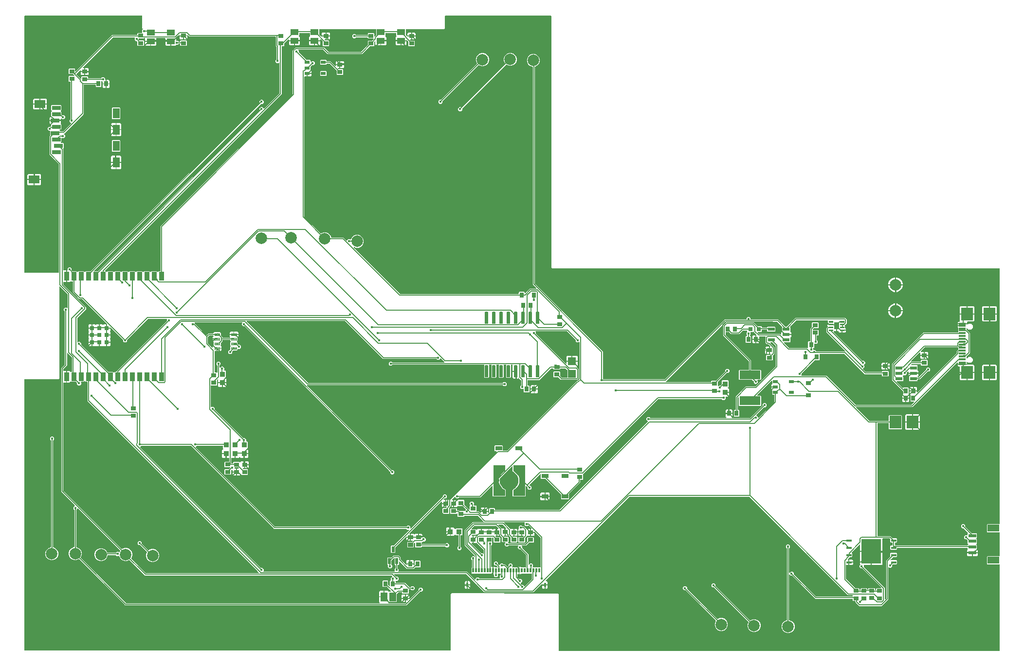
<source format=gbr>
G04 EAGLE Gerber RS-274X export*
G75*
%MOMM*%
%FSLAX34Y34*%
%LPD*%
%INTop Copper*%
%IPPOS*%
%AMOC8*
5,1,8,0,0,1.08239X$1,22.5*%
G01*
G04 Define Apertures*
%ADD10R,1.200000X0.600000*%
%ADD11R,0.900000X0.800000*%
%ADD12R,1.150000X0.300000*%
%ADD13R,2.000000X2.180000*%
%ADD14R,3.600000X1.500000*%
%ADD15R,0.700000X0.900000*%
%ADD16R,0.900000X0.700000*%
%ADD17R,0.900000X0.600000*%
%ADD18R,2.000000X2.200000*%
%ADD19R,1.200000X1.800000*%
%ADD20R,1.900000X1.400000*%
%ADD21R,1.500000X0.700000*%
%ADD22R,1.168400X1.600200*%
%ADD23R,1.150000X0.800000*%
%ADD24R,0.500000X1.050000*%
%ADD25R,1.200000X0.550000*%
%ADD26R,0.127000X0.127000*%
%ADD27R,0.800000X0.800000*%
%ADD28R,0.900000X1.500000*%
%ADD29R,0.300000X0.800000*%
%ADD30R,0.400000X0.800000*%
%ADD31R,0.800000X0.900000*%
%ADD32C,0.125000*%
%ADD33R,1.400000X1.050000*%
%ADD34C,0.067500*%
%ADD35R,0.900000X1.300000*%
%ADD36C,0.147500*%
%ADD37C,2.000000*%
%ADD38R,2.000000X1.200000*%
%ADD39R,1.350000X0.600000*%
%ADD40R,0.940000X0.970000*%
%ADD41R,0.970000X0.940000*%
%ADD42C,0.110000*%
%ADD43R,3.400000X4.300000*%
%ADD44R,1.400000X1.400000*%
%ADD45C,0.127000*%
%ADD46C,0.452400*%
G36*
X-39189Y710784D02*
X-39485Y710719D01*
X-39783Y710774D01*
X-39886Y710843D01*
X-98076Y710843D01*
X-98351Y710894D01*
X-98606Y711058D01*
X-98778Y711308D01*
X-98838Y711605D01*
X-98838Y1157660D01*
X-98787Y1157935D01*
X-98623Y1158190D01*
X-98373Y1158362D01*
X-98076Y1158422D01*
X105476Y1158422D01*
X105751Y1158371D01*
X106006Y1158207D01*
X106178Y1157957D01*
X106238Y1157660D01*
X106238Y1136606D01*
X107211Y1135633D01*
X107369Y1135403D01*
X107434Y1135107D01*
X107378Y1134809D01*
X107211Y1134556D01*
X105688Y1133033D01*
X105688Y1130107D01*
X106146Y1129649D01*
X106299Y1129429D01*
X106369Y1129134D01*
X106318Y1128835D01*
X106155Y1128580D01*
X105905Y1128408D01*
X105607Y1128348D01*
X98574Y1128348D01*
X97830Y1127604D01*
X97830Y1125347D01*
X97779Y1125072D01*
X97615Y1124817D01*
X97365Y1124645D01*
X97068Y1124585D01*
X53821Y1124585D01*
X-9229Y1061535D01*
X-9449Y1061382D01*
X-9744Y1061312D01*
X-10043Y1061363D01*
X-10298Y1061526D01*
X-10470Y1061777D01*
X-10530Y1062074D01*
X-10530Y1065526D01*
X-11274Y1066270D01*
X-21326Y1066270D01*
X-22070Y1065526D01*
X-22070Y1057474D01*
X-21326Y1056730D01*
X-14530Y1056730D01*
X-14244Y1056674D01*
X-13991Y1056507D01*
X-12055Y1054571D01*
X-11902Y1054351D01*
X-11832Y1054056D01*
X-11883Y1053757D01*
X-12046Y1053502D01*
X-12297Y1053330D01*
X-12594Y1053270D01*
X-21326Y1053270D01*
X-22070Y1052526D01*
X-22070Y1044474D01*
X-21326Y1043730D01*
X-19177Y1043730D01*
X-18902Y1043679D01*
X-18647Y1043515D01*
X-18475Y1043265D01*
X-18415Y1042968D01*
X-18415Y978766D01*
X-18471Y978480D01*
X-18638Y978227D01*
X-20042Y976823D01*
X-20042Y973897D01*
X-17867Y971722D01*
X-17704Y971622D01*
X-17529Y971374D01*
X-17464Y971078D01*
X-17519Y970780D01*
X-17687Y970527D01*
X-31046Y957168D01*
X-31288Y957005D01*
X-31585Y956945D01*
X-35728Y956945D01*
X-36003Y956996D01*
X-36258Y957160D01*
X-36430Y957410D01*
X-36490Y957707D01*
X-36490Y958026D01*
X-37393Y958929D01*
X-37546Y959149D01*
X-37616Y959444D01*
X-37565Y959743D01*
X-37402Y959998D01*
X-37152Y960170D01*
X-36854Y960230D01*
X-35234Y960230D01*
X-34490Y960974D01*
X-34490Y969026D01*
X-35272Y969808D01*
X-35322Y969817D01*
X-35580Y969976D01*
X-35755Y970224D01*
X-35820Y970520D01*
X-35765Y970818D01*
X-35597Y971071D01*
X-35220Y971448D01*
X-35220Y975238D01*
X-55300Y975238D01*
X-55300Y971448D01*
X-53812Y969960D01*
X-52792Y969960D01*
X-52517Y969909D01*
X-52262Y969745D01*
X-52090Y969495D01*
X-52030Y969198D01*
X-52030Y966597D01*
X-52081Y966322D01*
X-52245Y966067D01*
X-52495Y965895D01*
X-52792Y965835D01*
X-52859Y965835D01*
X-53549Y965145D01*
X-53791Y964982D01*
X-54088Y964922D01*
X-56073Y964922D01*
X-58142Y962853D01*
X-58142Y959927D01*
X-56073Y957858D01*
X-54792Y957858D01*
X-54517Y957807D01*
X-54262Y957643D01*
X-54090Y957393D01*
X-54030Y957096D01*
X-54030Y949740D01*
X-54086Y949454D01*
X-54253Y949201D01*
X-55245Y948209D01*
X-55245Y916151D01*
X-38958Y899864D01*
X-38795Y899623D01*
X-38735Y899325D01*
X-38735Y711481D01*
X-38782Y711217D01*
X-38941Y710959D01*
X-39189Y710784D01*
G37*
%LPC*%
G36*
X-83800Y1005262D02*
X-72522Y1005262D01*
X-72522Y1014040D01*
X-82312Y1014040D01*
X-83800Y1012552D01*
X-83800Y1005262D01*
G37*
G36*
X-70998Y1005262D02*
X-59720Y1005262D01*
X-59720Y1012552D01*
X-61208Y1014040D01*
X-70998Y1014040D01*
X-70998Y1005262D01*
G37*
G36*
X-82312Y994960D02*
X-72522Y994960D01*
X-72522Y1003738D01*
X-83800Y1003738D01*
X-83800Y996448D01*
X-82312Y994960D01*
G37*
G36*
X-70998Y994960D02*
X-61208Y994960D01*
X-59720Y996448D01*
X-59720Y1003738D01*
X-70998Y1003738D01*
X-70998Y994960D01*
G37*
G36*
X-55300Y976762D02*
X-35220Y976762D01*
X-35220Y978345D01*
X-35173Y978609D01*
X-35014Y978867D01*
X-34766Y979042D01*
X-34470Y979107D01*
X-34172Y979052D01*
X-33919Y978884D01*
X-33213Y978178D01*
X-30287Y978178D01*
X-28218Y980247D01*
X-28218Y983173D01*
X-30287Y985242D01*
X-32272Y985242D01*
X-32558Y985298D01*
X-32811Y985465D01*
X-34267Y986921D01*
X-34430Y987163D01*
X-34490Y987460D01*
X-34490Y991026D01*
X-35425Y991961D01*
X-35583Y992192D01*
X-35648Y992488D01*
X-35593Y992786D01*
X-35425Y993039D01*
X-34490Y993974D01*
X-34490Y1002026D01*
X-35234Y1002770D01*
X-51286Y1002770D01*
X-52030Y1002026D01*
X-52030Y993974D01*
X-51095Y993039D01*
X-50937Y992808D01*
X-50872Y992512D01*
X-50927Y992214D01*
X-51095Y991961D01*
X-52030Y991026D01*
X-52030Y982802D01*
X-52081Y982527D01*
X-52245Y982272D01*
X-52495Y982100D01*
X-52792Y982040D01*
X-53812Y982040D01*
X-55300Y980552D01*
X-55300Y976762D01*
G37*
G36*
X-93800Y873762D02*
X-82522Y873762D01*
X-82522Y882540D01*
X-92312Y882540D01*
X-93800Y881052D01*
X-93800Y873762D01*
G37*
G36*
X-80998Y873762D02*
X-69720Y873762D01*
X-69720Y881052D01*
X-71208Y882540D01*
X-80998Y882540D01*
X-80998Y873762D01*
G37*
G36*
X-80998Y863460D02*
X-71208Y863460D01*
X-69720Y864948D01*
X-69720Y872238D01*
X-80998Y872238D01*
X-80998Y863460D01*
G37*
G36*
X-92312Y863460D02*
X-82522Y863460D01*
X-82522Y872238D01*
X-93800Y872238D01*
X-93800Y864948D01*
X-92312Y863460D01*
G37*
%LPD*%
G36*
X1597364Y51825D02*
X1597067Y51765D01*
X831269Y52359D01*
X830995Y52410D01*
X830740Y52574D01*
X830568Y52824D01*
X830508Y53121D01*
X830508Y149601D01*
X830510Y150742D01*
X829699Y151552D01*
X828893Y152362D01*
X827746Y152362D01*
X645714Y152762D01*
X645712Y152762D01*
X644564Y152767D01*
X643757Y151963D01*
X643756Y151962D01*
X642941Y151153D01*
X642938Y150009D01*
X642938Y150008D01*
X642552Y53532D01*
X642501Y53260D01*
X642337Y53005D01*
X642087Y52833D01*
X641790Y52773D01*
X-97995Y52773D01*
X-98270Y52824D01*
X-98525Y52987D01*
X-98697Y53238D01*
X-98757Y53535D01*
X-98757Y524407D01*
X-98706Y524682D01*
X-98542Y524937D01*
X-98292Y525109D01*
X-97995Y525169D01*
X-39937Y525169D01*
X-38319Y526787D01*
X-38319Y686565D01*
X-38272Y686829D01*
X-38113Y687087D01*
X-37865Y687262D01*
X-37569Y687327D01*
X-37271Y687272D01*
X-37018Y687104D01*
X-23718Y673804D01*
X-23555Y673563D01*
X-23495Y673265D01*
X-23495Y650090D01*
X-23542Y649826D01*
X-23701Y649568D01*
X-23949Y649393D01*
X-24245Y649328D01*
X-24543Y649383D01*
X-24796Y649551D01*
X-25207Y649962D01*
X-28133Y649962D01*
X-30202Y647893D01*
X-30202Y644967D01*
X-28798Y643563D01*
X-28635Y643322D01*
X-28575Y643024D01*
X-28575Y551015D01*
X-28631Y550729D01*
X-28798Y550476D01*
X-34925Y544349D01*
X-34925Y329411D01*
X-11337Y305823D01*
X-11184Y305603D01*
X-11114Y305308D01*
X-11165Y305009D01*
X-11328Y304754D01*
X-11528Y304617D01*
X-13692Y302453D01*
X-13692Y299527D01*
X-12288Y298123D01*
X-12125Y297882D01*
X-12065Y297584D01*
X-12065Y233518D01*
X-12118Y233238D01*
X-12284Y232984D01*
X-12535Y232814D01*
X-16784Y231054D01*
X-19954Y227884D01*
X-21670Y223742D01*
X-21670Y219258D01*
X-19954Y215116D01*
X-16784Y211946D01*
X-12642Y210230D01*
X-8158Y210230D01*
X-4348Y211808D01*
X-4068Y211866D01*
X-3770Y211811D01*
X-3517Y211643D01*
X76681Y131445D01*
X565939Y131445D01*
X589489Y154995D01*
X589731Y155158D01*
X590028Y155218D01*
X592013Y155218D01*
X594082Y157287D01*
X594082Y160213D01*
X592013Y162282D01*
X589087Y162282D01*
X587018Y160213D01*
X587018Y158228D01*
X586962Y157942D01*
X586795Y157689D01*
X572241Y143135D01*
X572021Y142982D01*
X571726Y142912D01*
X571427Y142963D01*
X571310Y143038D01*
X564662Y143038D01*
X564662Y137760D01*
X565026Y137760D01*
X565290Y137713D01*
X565548Y137554D01*
X565723Y137306D01*
X565788Y137010D01*
X565733Y136712D01*
X565565Y136459D01*
X564584Y135478D01*
X564343Y135315D01*
X564045Y135255D01*
X534910Y135255D01*
X534646Y135302D01*
X534388Y135461D01*
X534213Y135709D01*
X534148Y136005D01*
X534203Y136303D01*
X534371Y136556D01*
X534759Y136944D01*
X534990Y137102D01*
X535286Y137167D01*
X535491Y137129D01*
X548388Y137129D01*
X549132Y137873D01*
X549132Y151152D01*
X549188Y151438D01*
X549355Y151691D01*
X551746Y154082D01*
X551988Y154245D01*
X552285Y154305D01*
X557368Y154305D01*
X557643Y154254D01*
X557898Y154090D01*
X558070Y153840D01*
X558130Y153543D01*
X558130Y152774D01*
X558874Y152030D01*
X568926Y152030D01*
X569670Y152774D01*
X569670Y158623D01*
X569721Y158898D01*
X569885Y159153D01*
X570135Y159325D01*
X570432Y159385D01*
X573174Y159385D01*
X573460Y159329D01*
X573713Y159162D01*
X575117Y157758D01*
X578043Y157758D01*
X580112Y159827D01*
X580112Y162753D01*
X578043Y164822D01*
X575117Y164822D01*
X573713Y163418D01*
X573472Y163255D01*
X573174Y163195D01*
X571335Y163195D01*
X571049Y163251D01*
X570796Y163418D01*
X563399Y170815D01*
X547632Y170815D01*
X547357Y170866D01*
X547102Y171030D01*
X546930Y171280D01*
X546870Y171577D01*
X546870Y173506D01*
X546921Y173781D01*
X547085Y174036D01*
X547335Y174208D01*
X547632Y174268D01*
X550103Y174268D01*
X552172Y176337D01*
X552172Y179263D01*
X550103Y181332D01*
X548118Y181332D01*
X547832Y181388D01*
X547579Y181555D01*
X544380Y184754D01*
X544227Y184974D01*
X544157Y185269D01*
X544208Y185568D01*
X544371Y185823D01*
X544622Y185995D01*
X544919Y186055D01*
X669455Y186055D01*
X669741Y185999D01*
X669994Y185832D01*
X701521Y154305D01*
X786919Y154305D01*
X800859Y168245D01*
X801079Y168398D01*
X801374Y168468D01*
X801673Y168417D01*
X801928Y168254D01*
X802100Y168004D01*
X802108Y167962D01*
X811240Y167962D01*
X811240Y172252D01*
X809752Y173740D01*
X808194Y173740D01*
X807930Y173787D01*
X807672Y173946D01*
X807497Y174194D01*
X807432Y174490D01*
X807487Y174788D01*
X807655Y175041D01*
X953066Y320452D01*
X953308Y320615D01*
X953605Y320675D01*
X1162215Y320675D01*
X1162501Y320619D01*
X1162754Y320452D01*
X1333981Y149225D01*
X1341789Y149225D01*
X1342053Y149178D01*
X1342311Y149019D01*
X1342486Y148771D01*
X1342551Y148475D01*
X1342496Y148177D01*
X1342328Y147924D01*
X1342130Y147726D01*
X1342130Y147447D01*
X1342079Y147172D01*
X1341915Y146917D01*
X1341665Y146745D01*
X1341368Y146685D01*
X1278725Y146685D01*
X1278439Y146741D01*
X1278186Y146908D01*
X1239465Y185629D01*
X1239302Y185871D01*
X1239242Y186168D01*
X1239242Y188153D01*
X1237173Y190222D01*
X1234247Y190222D01*
X1232566Y188541D01*
X1232346Y188388D01*
X1232051Y188318D01*
X1231752Y188369D01*
X1231497Y188532D01*
X1231325Y188782D01*
X1231265Y189080D01*
X1231265Y230274D01*
X1231321Y230560D01*
X1231488Y230813D01*
X1232892Y232217D01*
X1232892Y235143D01*
X1230823Y237212D01*
X1227897Y237212D01*
X1225828Y235143D01*
X1225828Y232217D01*
X1227232Y230813D01*
X1227395Y230572D01*
X1227455Y230274D01*
X1227455Y106136D01*
X1227402Y105856D01*
X1227236Y105602D01*
X1226985Y105432D01*
X1223416Y103954D01*
X1220246Y100784D01*
X1218530Y96642D01*
X1218530Y92158D01*
X1220246Y88016D01*
X1223416Y84846D01*
X1227558Y83130D01*
X1232042Y83130D01*
X1236184Y84846D01*
X1239354Y88016D01*
X1241070Y92158D01*
X1241070Y96642D01*
X1239354Y100784D01*
X1236184Y103954D01*
X1232042Y105670D01*
X1232027Y105670D01*
X1231752Y105721D01*
X1231497Y105885D01*
X1231325Y106135D01*
X1231265Y106432D01*
X1231265Y184300D01*
X1231312Y184564D01*
X1231471Y184822D01*
X1231719Y184997D01*
X1232015Y185062D01*
X1232313Y185007D01*
X1232566Y184839D01*
X1234247Y183158D01*
X1236232Y183158D01*
X1236518Y183102D01*
X1236771Y182935D01*
X1276831Y142875D01*
X1341368Y142875D01*
X1341643Y142824D01*
X1341898Y142660D01*
X1342070Y142410D01*
X1342130Y142113D01*
X1342130Y139674D01*
X1342874Y138930D01*
X1346073Y138930D01*
X1346348Y138879D01*
X1346603Y138715D01*
X1346775Y138465D01*
X1346835Y138168D01*
X1346835Y136371D01*
X1353031Y130175D01*
X1392709Y130175D01*
X1403985Y141451D01*
X1403985Y197000D01*
X1404032Y197264D01*
X1404191Y197522D01*
X1404439Y197697D01*
X1404735Y197762D01*
X1405033Y197707D01*
X1405286Y197539D01*
X1405697Y197128D01*
X1408623Y197128D01*
X1410692Y199197D01*
X1410692Y201182D01*
X1410748Y201468D01*
X1410915Y201721D01*
X1412051Y202857D01*
X1412293Y203020D01*
X1412590Y203080D01*
X1418354Y203080D01*
X1419420Y204146D01*
X1419420Y208954D01*
X1418354Y210020D01*
X1408354Y210020D01*
X1408090Y210067D01*
X1407832Y210226D01*
X1407657Y210474D01*
X1407592Y210770D01*
X1407647Y211068D01*
X1407815Y211321D01*
X1412051Y215557D01*
X1412293Y215720D01*
X1412590Y215780D01*
X1418354Y215780D01*
X1419420Y216846D01*
X1419420Y221654D01*
X1418354Y222720D01*
X1408546Y222720D01*
X1407480Y221654D01*
X1407480Y216690D01*
X1407424Y216404D01*
X1407257Y216151D01*
X1400175Y209069D01*
X1400175Y143345D01*
X1400119Y143059D01*
X1399952Y142806D01*
X1398936Y141790D01*
X1398716Y141637D01*
X1398421Y141567D01*
X1398122Y141618D01*
X1397867Y141781D01*
X1397695Y142032D01*
X1397635Y142329D01*
X1397635Y162079D01*
X1361385Y198329D01*
X1361222Y198571D01*
X1361162Y198868D01*
X1361162Y200798D01*
X1361213Y201073D01*
X1361377Y201328D01*
X1361627Y201500D01*
X1361924Y201560D01*
X1373738Y201560D01*
X1373738Y224838D01*
X1354960Y224838D01*
X1354960Y203048D01*
X1355088Y202920D01*
X1355246Y202690D01*
X1355311Y202394D01*
X1355255Y202096D01*
X1355088Y201843D01*
X1354098Y200853D01*
X1354098Y197927D01*
X1356167Y195858D01*
X1358152Y195858D01*
X1358438Y195802D01*
X1358691Y195635D01*
X1391557Y162769D01*
X1391710Y162550D01*
X1391780Y162254D01*
X1391729Y161956D01*
X1391565Y161700D01*
X1391315Y161529D01*
X1391018Y161468D01*
X1383624Y161468D01*
X1382880Y160724D01*
X1382880Y158877D01*
X1382829Y158602D01*
X1382665Y158347D01*
X1382415Y158175D01*
X1382118Y158115D01*
X1381732Y158115D01*
X1381457Y158166D01*
X1381202Y158330D01*
X1381030Y158580D01*
X1380970Y158877D01*
X1380970Y160926D01*
X1380226Y161670D01*
X1370174Y161670D01*
X1369430Y160926D01*
X1369430Y160147D01*
X1369379Y159872D01*
X1369215Y159617D01*
X1368965Y159445D01*
X1368668Y159385D01*
X1368032Y159385D01*
X1367757Y159436D01*
X1367502Y159600D01*
X1367330Y159850D01*
X1367270Y160147D01*
X1367270Y160826D01*
X1366526Y161570D01*
X1356474Y161570D01*
X1355730Y160826D01*
X1355730Y158877D01*
X1355679Y158602D01*
X1355515Y158347D01*
X1355265Y158175D01*
X1354968Y158115D01*
X1354432Y158115D01*
X1354157Y158166D01*
X1353902Y158330D01*
X1353730Y158580D01*
X1353670Y158877D01*
X1353670Y160726D01*
X1352926Y161470D01*
X1346490Y161470D01*
X1346204Y161526D01*
X1345951Y161693D01*
X1330548Y177096D01*
X1330385Y177338D01*
X1330325Y177635D01*
X1330325Y201048D01*
X1330376Y201323D01*
X1330540Y201578D01*
X1330790Y201750D01*
X1331087Y201810D01*
X1334788Y201810D01*
X1334788Y211290D01*
X1334694Y211290D01*
X1334430Y211337D01*
X1334172Y211496D01*
X1333997Y211744D01*
X1333932Y212040D01*
X1333987Y212338D01*
X1334155Y212591D01*
X1336696Y215132D01*
X1336726Y215293D01*
X1336890Y215548D01*
X1337140Y215720D01*
X1337437Y215780D01*
X1340454Y215780D01*
X1341520Y216846D01*
X1341520Y221654D01*
X1340368Y222806D01*
X1340210Y223037D01*
X1340145Y223333D01*
X1340200Y223631D01*
X1340368Y223884D01*
X1353659Y237175D01*
X1353879Y237328D01*
X1354174Y237398D01*
X1354473Y237347D01*
X1354728Y237184D01*
X1354900Y236934D01*
X1354960Y236636D01*
X1354960Y226362D01*
X1394040Y226362D01*
X1394040Y247523D01*
X1394091Y247798D01*
X1394255Y248053D01*
X1394505Y248225D01*
X1394802Y248285D01*
X1406055Y248285D01*
X1406341Y248229D01*
X1406594Y248062D01*
X1407257Y247399D01*
X1407420Y247158D01*
X1407480Y246860D01*
X1407480Y242246D01*
X1408546Y241180D01*
X1410843Y241180D01*
X1411118Y241129D01*
X1411373Y240965D01*
X1411545Y240715D01*
X1411605Y240418D01*
X1411605Y236182D01*
X1411554Y235907D01*
X1411390Y235652D01*
X1411140Y235480D01*
X1410843Y235420D01*
X1408546Y235420D01*
X1407480Y234354D01*
X1407480Y229546D01*
X1408546Y228480D01*
X1418354Y228480D01*
X1419420Y229546D01*
X1419420Y231013D01*
X1419471Y231288D01*
X1419635Y231543D01*
X1419885Y231715D01*
X1420182Y231775D01*
X1541308Y231775D01*
X1541583Y231724D01*
X1541838Y231560D01*
X1542010Y231310D01*
X1542070Y231013D01*
X1542070Y229474D01*
X1542107Y229437D01*
X1542265Y229206D01*
X1542330Y228910D01*
X1542275Y228612D01*
X1542107Y228359D01*
X1540800Y227052D01*
X1540800Y223762D01*
X1559380Y223762D01*
X1559380Y227052D01*
X1558073Y228359D01*
X1557915Y228590D01*
X1557850Y228886D01*
X1557905Y229184D01*
X1558073Y229437D01*
X1558110Y229474D01*
X1558110Y236526D01*
X1557175Y237461D01*
X1557017Y237692D01*
X1556952Y237988D01*
X1557007Y238286D01*
X1557175Y238539D01*
X1558110Y239474D01*
X1558110Y246526D01*
X1557175Y247461D01*
X1557017Y247692D01*
X1556952Y247988D01*
X1557007Y248286D01*
X1557175Y248539D01*
X1558110Y249474D01*
X1558110Y256526D01*
X1557366Y257270D01*
X1549140Y257270D01*
X1548854Y257326D01*
X1548601Y257493D01*
X1537915Y268179D01*
X1537752Y268421D01*
X1537692Y268718D01*
X1537692Y270703D01*
X1535623Y272772D01*
X1532697Y272772D01*
X1530628Y270703D01*
X1530628Y267777D01*
X1532697Y265708D01*
X1534682Y265708D01*
X1534968Y265652D01*
X1535221Y265485D01*
X1542586Y258120D01*
X1542744Y257889D01*
X1542809Y257593D01*
X1542754Y257295D01*
X1542586Y257042D01*
X1542070Y256526D01*
X1542070Y254195D01*
X1542023Y253931D01*
X1541864Y253673D01*
X1541616Y253498D01*
X1541320Y253433D01*
X1541022Y253488D01*
X1540769Y253656D01*
X1540703Y253722D01*
X1537777Y253722D01*
X1535708Y251653D01*
X1535708Y248727D01*
X1537777Y246658D01*
X1539762Y246658D01*
X1540048Y246602D01*
X1540301Y246435D01*
X1541847Y244889D01*
X1542010Y244648D01*
X1542070Y244350D01*
X1542070Y239474D01*
X1543005Y238539D01*
X1543163Y238308D01*
X1543228Y238012D01*
X1543173Y237714D01*
X1543005Y237461D01*
X1542070Y236526D01*
X1542070Y236347D01*
X1542019Y236072D01*
X1541855Y235817D01*
X1541605Y235645D01*
X1541308Y235585D01*
X1416177Y235585D01*
X1415902Y235636D01*
X1415647Y235800D01*
X1415475Y236050D01*
X1415415Y236347D01*
X1415415Y240418D01*
X1415466Y240693D01*
X1415630Y240948D01*
X1415880Y241120D01*
X1416177Y241180D01*
X1418354Y241180D01*
X1419420Y242246D01*
X1419420Y247054D01*
X1418354Y248120D01*
X1412240Y248120D01*
X1411954Y248176D01*
X1411701Y248343D01*
X1407949Y252095D01*
X1385697Y252095D01*
X1385422Y252146D01*
X1385167Y252310D01*
X1384995Y252560D01*
X1384935Y252857D01*
X1384935Y448183D01*
X1384986Y448458D01*
X1385150Y448713D01*
X1385400Y448885D01*
X1385697Y448945D01*
X1404368Y448945D01*
X1404643Y448894D01*
X1404898Y448730D01*
X1405070Y448480D01*
X1405130Y448183D01*
X1405130Y438974D01*
X1405874Y438230D01*
X1426926Y438230D01*
X1427670Y438974D01*
X1427670Y462026D01*
X1426926Y462770D01*
X1405874Y462770D01*
X1405130Y462026D01*
X1405130Y453517D01*
X1405079Y453242D01*
X1404915Y452987D01*
X1404665Y452815D01*
X1404368Y452755D01*
X1371435Y452755D01*
X1371149Y452811D01*
X1370896Y452978D01*
X1348290Y475584D01*
X1348137Y475804D01*
X1348067Y476099D01*
X1348118Y476398D01*
X1348281Y476653D01*
X1348532Y476825D01*
X1348829Y476885D01*
X1446049Y476885D01*
X1523369Y554205D01*
X1523589Y554358D01*
X1523884Y554428D01*
X1524183Y554377D01*
X1524438Y554214D01*
X1524610Y553964D01*
X1524670Y553666D01*
X1524670Y552162D01*
X1541250Y552162D01*
X1541250Y553738D01*
X1532198Y553738D01*
X1532198Y555262D01*
X1541631Y555262D01*
X1541631Y555141D01*
X1541704Y555193D01*
X1542000Y555258D01*
X1542298Y555202D01*
X1542551Y555035D01*
X1543735Y553850D01*
X1548085Y553850D01*
X1551160Y556925D01*
X1551160Y561275D01*
X1548085Y564350D01*
X1543735Y564350D01*
X1541181Y561795D01*
X1540961Y561642D01*
X1540666Y561573D01*
X1540367Y561623D01*
X1540112Y561787D01*
X1539940Y562037D01*
X1539933Y562073D01*
X1539845Y562161D01*
X1539687Y562392D01*
X1539622Y562688D01*
X1539677Y562986D01*
X1539845Y563239D01*
X1539980Y563374D01*
X1539980Y564150D01*
X1540036Y564436D01*
X1540203Y564689D01*
X1546225Y570711D01*
X1546225Y605309D01*
X1540203Y611331D01*
X1540040Y611573D01*
X1539980Y611870D01*
X1539980Y613566D01*
X1540027Y613829D01*
X1540186Y614087D01*
X1540434Y614263D01*
X1540730Y614328D01*
X1541028Y614272D01*
X1541281Y614105D01*
X1543735Y611650D01*
X1548085Y611650D01*
X1551160Y614725D01*
X1551160Y619075D01*
X1548085Y622150D01*
X1543735Y622150D01*
X1542551Y620965D01*
X1542331Y620812D01*
X1542036Y620743D01*
X1541737Y620793D01*
X1541631Y620861D01*
X1541631Y620838D01*
X1524670Y620838D01*
X1524670Y619362D01*
X1533722Y619362D01*
X1533722Y617838D01*
X1524670Y617838D01*
X1524670Y616048D01*
X1525717Y615001D01*
X1525880Y614760D01*
X1525940Y614462D01*
X1525940Y608544D01*
X1526033Y608408D01*
X1526098Y608112D01*
X1526043Y607814D01*
X1525940Y607659D01*
X1525940Y607187D01*
X1525889Y606912D01*
X1525725Y606657D01*
X1525475Y606485D01*
X1525178Y606425D01*
X1464791Y606425D01*
X1410335Y551969D01*
X1410335Y523721D01*
X1429607Y504449D01*
X1429770Y504208D01*
X1429830Y503910D01*
X1429830Y499707D01*
X1429840Y499660D01*
X1429785Y499362D01*
X1429617Y499109D01*
X1428360Y497852D01*
X1428360Y493062D01*
X1440440Y493062D01*
X1440440Y497852D01*
X1439383Y498909D01*
X1439225Y499140D01*
X1439160Y499436D01*
X1439215Y499734D01*
X1439370Y499967D01*
X1439370Y510026D01*
X1438626Y510770D01*
X1430574Y510770D01*
X1430163Y510359D01*
X1429932Y510201D01*
X1429636Y510136D01*
X1429338Y510191D01*
X1429085Y510359D01*
X1418815Y520629D01*
X1418662Y520849D01*
X1418592Y521144D01*
X1418643Y521443D01*
X1418806Y521698D01*
X1419057Y521870D01*
X1419354Y521930D01*
X1429326Y521930D01*
X1430070Y522674D01*
X1430070Y529726D01*
X1429385Y530411D01*
X1429227Y530642D01*
X1429162Y530938D01*
X1429217Y531236D01*
X1429385Y531489D01*
X1430162Y532266D01*
X1430392Y532424D01*
X1430688Y532489D01*
X1430987Y532433D01*
X1431024Y532408D01*
X1434023Y532408D01*
X1436092Y534477D01*
X1436092Y536462D01*
X1436148Y536748D01*
X1436315Y537001D01*
X1437959Y538645D01*
X1438179Y538798D01*
X1438474Y538868D01*
X1438773Y538817D01*
X1439028Y538654D01*
X1439200Y538404D01*
X1439260Y538106D01*
X1439260Y536462D01*
X1456340Y536462D01*
X1456340Y539752D01*
X1455283Y540809D01*
X1455125Y541040D01*
X1455060Y541336D01*
X1455070Y541391D01*
X1455070Y548726D01*
X1454326Y549470D01*
X1444274Y549470D01*
X1444010Y549517D01*
X1443752Y549676D01*
X1443577Y549924D01*
X1443512Y550220D01*
X1443567Y550518D01*
X1443735Y550771D01*
X1444556Y551592D01*
X1444798Y551755D01*
X1445095Y551815D01*
X1460068Y551815D01*
X1460343Y551764D01*
X1460598Y551600D01*
X1460770Y551350D01*
X1460830Y551053D01*
X1460830Y549974D01*
X1461574Y549230D01*
X1471626Y549230D01*
X1472370Y549974D01*
X1472370Y558026D01*
X1471626Y558770D01*
X1461574Y558770D01*
X1460830Y558026D01*
X1460830Y556387D01*
X1460779Y556112D01*
X1460615Y555857D01*
X1460365Y555685D01*
X1460068Y555625D01*
X1444079Y555625D01*
X1443815Y555672D01*
X1443557Y555831D01*
X1443382Y556079D01*
X1443317Y556375D01*
X1443372Y556673D01*
X1443540Y556926D01*
X1458259Y571645D01*
X1458479Y571798D01*
X1458774Y571868D01*
X1459073Y571817D01*
X1459328Y571654D01*
X1459500Y571404D01*
X1459560Y571106D01*
X1459560Y567762D01*
X1465838Y567762D01*
X1465838Y573040D01*
X1461494Y573040D01*
X1461230Y573087D01*
X1460972Y573246D01*
X1460797Y573494D01*
X1460732Y573790D01*
X1460787Y574088D01*
X1460955Y574341D01*
X1467416Y580802D01*
X1467658Y580965D01*
X1467955Y581025D01*
X1524165Y581025D01*
X1524451Y580969D01*
X1524704Y580802D01*
X1525717Y579789D01*
X1525880Y579548D01*
X1525940Y579250D01*
X1525940Y578544D01*
X1526033Y578408D01*
X1526098Y578112D01*
X1526043Y577814D01*
X1525923Y577634D01*
X1525884Y577434D01*
X1525717Y577181D01*
X1523365Y574829D01*
X1523365Y571335D01*
X1523309Y571049D01*
X1523142Y570796D01*
X1454941Y502595D01*
X1454721Y502442D01*
X1454426Y502372D01*
X1454127Y502423D01*
X1453872Y502586D01*
X1453700Y502837D01*
X1453640Y503134D01*
X1453640Y504238D01*
X1441560Y504238D01*
X1441560Y499448D01*
X1442617Y498391D01*
X1442775Y498160D01*
X1442840Y497864D01*
X1442785Y497566D01*
X1442630Y497333D01*
X1442630Y487274D01*
X1443374Y486530D01*
X1448466Y486530D01*
X1448730Y486483D01*
X1448988Y486324D01*
X1449163Y486076D01*
X1449228Y485780D01*
X1449173Y485482D01*
X1449005Y485229D01*
X1444694Y480918D01*
X1444453Y480755D01*
X1444155Y480695D01*
X1347305Y480695D01*
X1347019Y480751D01*
X1346766Y480918D01*
X1296189Y531495D01*
X1253340Y531495D01*
X1253076Y531542D01*
X1252818Y531701D01*
X1252643Y531949D01*
X1252578Y532245D01*
X1252633Y532543D01*
X1252801Y532796D01*
X1253212Y533207D01*
X1253212Y535192D01*
X1253268Y535478D01*
X1253435Y535731D01*
X1276211Y558507D01*
X1276453Y558670D01*
X1276750Y558730D01*
X1283826Y558730D01*
X1284570Y559474D01*
X1284570Y568833D01*
X1284621Y569108D01*
X1284785Y569363D01*
X1285035Y569535D01*
X1285332Y569595D01*
X1327315Y569595D01*
X1327601Y569539D01*
X1327854Y569372D01*
X1363191Y534035D01*
X1392468Y534035D01*
X1392743Y533984D01*
X1392998Y533820D01*
X1393170Y533570D01*
X1393230Y533273D01*
X1393230Y530874D01*
X1393974Y530130D01*
X1404026Y530130D01*
X1404770Y530874D01*
X1404770Y538926D01*
X1404026Y539670D01*
X1393974Y539670D01*
X1393230Y538926D01*
X1393230Y538607D01*
X1393179Y538332D01*
X1393015Y538077D01*
X1392765Y537905D01*
X1392468Y537845D01*
X1365085Y537845D01*
X1364799Y537901D01*
X1364546Y538068D01*
X1360077Y542537D01*
X1359924Y542757D01*
X1359854Y543052D01*
X1359905Y543351D01*
X1360068Y543606D01*
X1360268Y543743D01*
X1362432Y545907D01*
X1362432Y548833D01*
X1361894Y549371D01*
X1361736Y549602D01*
X1361671Y549898D01*
X1361726Y550196D01*
X1361894Y550449D01*
X1363702Y552257D01*
X1363702Y555183D01*
X1361633Y557252D01*
X1359648Y557252D01*
X1359362Y557308D01*
X1359109Y557475D01*
X1308830Y607754D01*
X1308672Y607985D01*
X1308607Y608281D01*
X1308663Y608579D01*
X1308830Y608832D01*
X1309035Y609037D01*
X1309277Y609200D01*
X1309574Y609260D01*
X1313138Y609260D01*
X1313138Y619062D01*
X1314662Y619062D01*
X1314662Y609260D01*
X1316648Y609260D01*
X1316923Y609209D01*
X1317178Y609045D01*
X1317350Y608795D01*
X1317385Y608620D01*
X1319096Y606910D01*
X1322988Y606910D01*
X1322988Y611562D01*
X1330090Y611562D01*
X1330090Y613004D01*
X1329043Y614051D01*
X1328880Y614293D01*
X1328820Y614590D01*
X1328820Y617478D01*
X1328537Y617761D01*
X1328379Y617992D01*
X1328314Y618288D01*
X1328370Y618586D01*
X1328537Y618839D01*
X1328820Y619122D01*
X1328820Y619690D01*
X1328876Y619976D01*
X1329043Y620229D01*
X1331595Y622781D01*
X1331595Y629439D01*
X1329209Y631825D01*
X1242541Y631825D01*
X1227559Y616843D01*
X1227318Y616680D01*
X1227020Y616620D01*
X1225350Y616620D01*
X1225064Y616676D01*
X1224811Y616843D01*
X1212369Y629285D01*
X1165074Y629285D01*
X1164799Y629336D01*
X1164544Y629500D01*
X1164372Y629750D01*
X1164312Y630047D01*
X1164312Y631383D01*
X1162243Y633452D01*
X1159317Y633452D01*
X1157248Y631383D01*
X1157248Y630047D01*
X1157197Y629772D01*
X1157033Y629517D01*
X1156783Y629345D01*
X1156486Y629285D01*
X1119351Y629285D01*
X1015434Y525368D01*
X1015193Y525205D01*
X1014895Y525145D01*
X908916Y525145D01*
X908630Y525201D01*
X908377Y525368D01*
X907638Y526107D01*
X907475Y526348D01*
X907415Y526646D01*
X907415Y573559D01*
X789528Y691446D01*
X789365Y691688D01*
X789305Y691985D01*
X789305Y1069001D01*
X789358Y1069281D01*
X789524Y1069536D01*
X789775Y1069705D01*
X793012Y1071046D01*
X796182Y1074216D01*
X797898Y1078358D01*
X797898Y1082842D01*
X796182Y1086984D01*
X793012Y1090154D01*
X788870Y1091870D01*
X784386Y1091870D01*
X780244Y1090154D01*
X777074Y1086984D01*
X775358Y1082842D01*
X775358Y1078358D01*
X777074Y1074216D01*
X780244Y1071046D01*
X784386Y1069330D01*
X784733Y1069330D01*
X785008Y1069279D01*
X785263Y1069115D01*
X785435Y1068865D01*
X785495Y1068568D01*
X785495Y690091D01*
X791660Y683926D01*
X791813Y683706D01*
X791883Y683411D01*
X791832Y683112D01*
X791669Y682857D01*
X791419Y682685D01*
X791121Y682625D01*
X780261Y682625D01*
X772871Y675235D01*
X772651Y675082D01*
X772356Y675012D01*
X772057Y675063D01*
X771802Y675226D01*
X771630Y675477D01*
X771570Y675774D01*
X771570Y676626D01*
X770826Y677370D01*
X761774Y677370D01*
X761030Y676626D01*
X761030Y674497D01*
X760979Y674222D01*
X760815Y673967D01*
X760565Y673795D01*
X760268Y673735D01*
X554825Y673735D01*
X554539Y673791D01*
X554286Y673958D01*
X474005Y754239D01*
X473854Y754453D01*
X473782Y754748D01*
X473831Y755047D01*
X473992Y755304D01*
X474241Y755477D01*
X474537Y755540D01*
X474835Y755482D01*
X477858Y754230D01*
X482342Y754230D01*
X486484Y755946D01*
X489654Y759116D01*
X491370Y763258D01*
X491370Y767742D01*
X489654Y771884D01*
X486484Y775054D01*
X482342Y776770D01*
X477858Y776770D01*
X473716Y775054D01*
X470546Y771884D01*
X469361Y769024D01*
X469213Y768794D01*
X468965Y768619D01*
X468669Y768554D01*
X468371Y768609D01*
X468118Y768777D01*
X467553Y769342D01*
X464627Y769342D01*
X462452Y767167D01*
X462352Y767004D01*
X462104Y766829D01*
X461808Y766764D01*
X461510Y766819D01*
X461257Y766987D01*
X456719Y771525D01*
X435752Y771525D01*
X435471Y771578D01*
X435217Y771744D01*
X435048Y771995D01*
X433354Y776084D01*
X430184Y779254D01*
X426042Y780970D01*
X421558Y780970D01*
X417762Y779398D01*
X417482Y779340D01*
X417184Y779395D01*
X416931Y779563D01*
X388208Y808286D01*
X388045Y808528D01*
X387985Y808825D01*
X387985Y1051698D01*
X388036Y1051973D01*
X388200Y1052228D01*
X388450Y1052400D01*
X388747Y1052460D01*
X392538Y1052460D01*
X392538Y1058762D01*
X400340Y1058762D01*
X400340Y1062052D01*
X399283Y1063109D01*
X399125Y1063340D01*
X399060Y1063636D01*
X399070Y1063691D01*
X399070Y1069160D01*
X399126Y1069446D01*
X399293Y1069699D01*
X401529Y1071935D01*
X401771Y1072098D01*
X402068Y1072158D01*
X404053Y1072158D01*
X406122Y1074227D01*
X406122Y1077153D01*
X404053Y1079222D01*
X401127Y1079222D01*
X400371Y1078466D01*
X400151Y1078313D01*
X399856Y1078243D01*
X399557Y1078294D01*
X399302Y1078457D01*
X399130Y1078707D01*
X399070Y1079005D01*
X399070Y1080526D01*
X398326Y1081270D01*
X392400Y1081270D01*
X392114Y1081326D01*
X391861Y1081493D01*
X378405Y1094949D01*
X378242Y1095191D01*
X378182Y1095488D01*
X378182Y1097473D01*
X377771Y1097884D01*
X377618Y1098104D01*
X377548Y1098399D01*
X377599Y1098698D01*
X377762Y1098953D01*
X378012Y1099125D01*
X378310Y1099185D01*
X420535Y1099185D01*
X420821Y1099129D01*
X421074Y1098962D01*
X428471Y1091565D01*
X488469Y1091565D01*
X502105Y1105201D01*
X502347Y1105364D01*
X502644Y1105424D01*
X509222Y1105424D01*
X509966Y1106168D01*
X509966Y1112746D01*
X510021Y1113032D01*
X510189Y1113285D01*
X510359Y1113455D01*
X510578Y1113608D01*
X510873Y1113677D01*
X511172Y1113627D01*
X511428Y1113463D01*
X511599Y1113213D01*
X511660Y1112916D01*
X511660Y1108250D01*
X513147Y1106762D01*
X520438Y1106762D01*
X520438Y1115314D01*
X530740Y1115314D01*
X530740Y1120854D01*
X529182Y1122411D01*
X529024Y1122642D01*
X528959Y1122938D01*
X529015Y1123236D01*
X529182Y1123489D01*
X529470Y1123776D01*
X529470Y1127633D01*
X529521Y1127908D01*
X529684Y1128163D01*
X529934Y1128335D01*
X530232Y1128395D01*
X547168Y1128395D01*
X547442Y1128344D01*
X547698Y1128180D01*
X547869Y1127930D01*
X547930Y1127633D01*
X547930Y1123776D01*
X548217Y1123489D01*
X548375Y1123258D01*
X548440Y1122962D01*
X548384Y1122664D01*
X548217Y1122411D01*
X546660Y1120854D01*
X546660Y1115314D01*
X565807Y1115314D01*
X565946Y1115538D01*
X566193Y1115714D01*
X566489Y1115779D01*
X566787Y1115723D01*
X567040Y1115556D01*
X568701Y1113895D01*
X568864Y1113653D01*
X568924Y1113356D01*
X568924Y1106101D01*
X569668Y1105357D01*
X579721Y1105357D01*
X580464Y1106101D01*
X580464Y1114153D01*
X579721Y1114897D01*
X573403Y1114897D01*
X573117Y1114952D01*
X572864Y1115120D01*
X572198Y1115786D01*
X572045Y1116005D01*
X571975Y1116300D01*
X572026Y1116599D01*
X572190Y1116855D01*
X572440Y1117026D01*
X572737Y1117087D01*
X573932Y1117087D01*
X573932Y1122365D01*
X567273Y1122365D01*
X567273Y1122794D01*
X567201Y1122742D01*
X566905Y1122677D01*
X566606Y1122733D01*
X566354Y1122900D01*
X564693Y1124561D01*
X564530Y1124803D01*
X564470Y1125100D01*
X564470Y1134226D01*
X564521Y1134501D01*
X564684Y1134756D01*
X564934Y1134928D01*
X565232Y1134988D01*
X631144Y1134988D01*
X632762Y1136606D01*
X632762Y1157476D01*
X632813Y1157751D01*
X632977Y1158006D01*
X633227Y1158178D01*
X633524Y1158238D01*
X817076Y1158238D01*
X817351Y1158187D01*
X817606Y1158023D01*
X817778Y1157773D01*
X817838Y1157476D01*
X817838Y719856D01*
X819456Y718238D01*
X1597067Y718238D01*
X1597342Y718187D01*
X1597597Y718023D01*
X1597769Y717773D01*
X1597829Y717476D01*
X1597829Y274032D01*
X1597778Y273757D01*
X1597614Y273502D01*
X1597364Y273330D01*
X1597067Y273270D01*
X1576314Y273270D01*
X1575570Y272526D01*
X1575570Y259474D01*
X1576314Y258730D01*
X1597067Y258730D01*
X1597342Y258679D01*
X1597597Y258515D01*
X1597769Y258265D01*
X1597829Y257968D01*
X1597829Y218032D01*
X1597778Y217757D01*
X1597614Y217502D01*
X1597364Y217330D01*
X1597067Y217270D01*
X1576314Y217270D01*
X1575570Y216526D01*
X1575570Y203474D01*
X1576314Y202730D01*
X1597067Y202730D01*
X1597342Y202679D01*
X1597597Y202515D01*
X1597769Y202265D01*
X1597829Y201968D01*
X1597829Y52527D01*
X1597778Y52252D01*
X1597614Y51996D01*
X1597364Y51825D01*
G37*
%LPC*%
G36*
X567654Y1123889D02*
X573932Y1123889D01*
X573932Y1129167D01*
X569142Y1129167D01*
X567654Y1127679D01*
X567654Y1123889D01*
G37*
G36*
X575456Y1123889D02*
X581734Y1123889D01*
X581734Y1127679D01*
X580247Y1129167D01*
X575456Y1129167D01*
X575456Y1123889D01*
G37*
G36*
X575456Y1117087D02*
X580247Y1117087D01*
X581734Y1118575D01*
X581734Y1122365D01*
X575456Y1122365D01*
X575456Y1117087D01*
G37*
G36*
X556962Y1106762D02*
X564252Y1106762D01*
X565740Y1108250D01*
X565740Y1113790D01*
X556962Y1113790D01*
X556962Y1106762D01*
G37*
G36*
X548147Y1106762D02*
X555438Y1106762D01*
X555438Y1113790D01*
X546660Y1113790D01*
X546660Y1108250D01*
X548147Y1106762D01*
G37*
G36*
X521962Y1106762D02*
X529252Y1106762D01*
X530740Y1108250D01*
X530740Y1113790D01*
X521962Y1113790D01*
X521962Y1106762D01*
G37*
G36*
X657667Y992148D02*
X660593Y992148D01*
X662662Y994217D01*
X662662Y996202D01*
X662718Y996488D01*
X662885Y996741D01*
X738864Y1072720D01*
X739095Y1072878D01*
X739391Y1072943D01*
X739689Y1072888D01*
X739881Y1072760D01*
X744058Y1071030D01*
X748542Y1071030D01*
X752684Y1072746D01*
X755854Y1075916D01*
X757570Y1080058D01*
X757570Y1084542D01*
X755854Y1088684D01*
X752684Y1091854D01*
X748542Y1093570D01*
X744058Y1093570D01*
X739916Y1091854D01*
X736746Y1088684D01*
X735030Y1084542D01*
X735030Y1080058D01*
X736529Y1076439D01*
X736587Y1076159D01*
X736532Y1075861D01*
X736364Y1075608D01*
X660191Y999435D01*
X659950Y999272D01*
X659652Y999212D01*
X657667Y999212D01*
X655598Y997143D01*
X655598Y994217D01*
X657667Y992148D01*
G37*
G36*
X623377Y1004848D02*
X626303Y1004848D01*
X628372Y1006917D01*
X628372Y1008902D01*
X628428Y1009188D01*
X628595Y1009441D01*
X691245Y1072090D01*
X691481Y1072251D01*
X691777Y1072314D01*
X692075Y1072256D01*
X695758Y1070730D01*
X700242Y1070730D01*
X704384Y1072446D01*
X707554Y1075616D01*
X709270Y1079758D01*
X709270Y1084242D01*
X707554Y1088384D01*
X704384Y1091554D01*
X700242Y1093270D01*
X695758Y1093270D01*
X691616Y1091554D01*
X688446Y1088384D01*
X686730Y1084242D01*
X686730Y1079758D01*
X688480Y1075534D01*
X688533Y1075456D01*
X688598Y1075160D01*
X688543Y1074862D01*
X688375Y1074609D01*
X625901Y1012135D01*
X625660Y1011972D01*
X625362Y1011912D01*
X623377Y1011912D01*
X621308Y1009843D01*
X621308Y1006917D01*
X623377Y1004848D01*
G37*
G36*
X444974Y1055630D02*
X455026Y1055630D01*
X455770Y1056374D01*
X455770Y1064426D01*
X455026Y1065170D01*
X447870Y1065170D01*
X447584Y1065226D01*
X447331Y1065393D01*
X446665Y1066059D01*
X446512Y1066279D01*
X446442Y1066574D01*
X446493Y1066873D01*
X446656Y1067128D01*
X446907Y1067300D01*
X447204Y1067360D01*
X449238Y1067360D01*
X449238Y1072638D01*
X442960Y1072638D01*
X442960Y1071604D01*
X442913Y1071340D01*
X442754Y1071082D01*
X442506Y1070907D01*
X442210Y1070842D01*
X441912Y1070897D01*
X441659Y1071065D01*
X433859Y1078865D01*
X427832Y1078865D01*
X427557Y1078916D01*
X427302Y1079080D01*
X427130Y1079330D01*
X427070Y1079627D01*
X427070Y1080526D01*
X426326Y1081270D01*
X416274Y1081270D01*
X415530Y1080526D01*
X415530Y1073474D01*
X416274Y1072730D01*
X426326Y1072730D01*
X427070Y1073474D01*
X427070Y1074293D01*
X427121Y1074568D01*
X427285Y1074823D01*
X427535Y1074995D01*
X427832Y1075055D01*
X431965Y1075055D01*
X432251Y1074999D01*
X432504Y1074832D01*
X444007Y1063329D01*
X444170Y1063088D01*
X444230Y1062790D01*
X444230Y1056374D01*
X444974Y1055630D01*
G37*
G36*
X442960Y1074162D02*
X449238Y1074162D01*
X449238Y1079440D01*
X444448Y1079440D01*
X442960Y1077952D01*
X442960Y1074162D01*
G37*
G36*
X450762Y1074162D02*
X457040Y1074162D01*
X457040Y1077952D01*
X455552Y1079440D01*
X450762Y1079440D01*
X450762Y1074162D01*
G37*
G36*
X450762Y1067360D02*
X455552Y1067360D01*
X457040Y1068848D01*
X457040Y1072638D01*
X450762Y1072638D01*
X450762Y1067360D01*
G37*
G36*
X416274Y1053730D02*
X426326Y1053730D01*
X427070Y1054474D01*
X427070Y1061526D01*
X426326Y1062270D01*
X416274Y1062270D01*
X415530Y1061526D01*
X415530Y1054474D01*
X416274Y1053730D01*
G37*
G36*
X394062Y1052460D02*
X398852Y1052460D01*
X400340Y1053948D01*
X400340Y1057238D01*
X394062Y1057238D01*
X394062Y1052460D01*
G37*
G36*
X1417362Y690462D02*
X1429140Y690462D01*
X1429140Y692194D01*
X1427231Y696803D01*
X1423703Y700331D01*
X1419094Y702240D01*
X1417362Y702240D01*
X1417362Y690462D01*
G37*
G36*
X1404060Y690462D02*
X1415838Y690462D01*
X1415838Y702240D01*
X1414106Y702240D01*
X1409497Y700331D01*
X1405969Y696803D01*
X1404060Y692194D01*
X1404060Y690462D01*
G37*
G36*
X1414106Y677160D02*
X1415838Y677160D01*
X1415838Y688938D01*
X1404060Y688938D01*
X1404060Y687206D01*
X1405969Y682597D01*
X1409497Y679069D01*
X1414106Y677160D01*
G37*
G36*
X1417362Y677160D02*
X1419094Y677160D01*
X1423703Y679069D01*
X1427231Y682597D01*
X1429140Y687206D01*
X1429140Y688938D01*
X1417362Y688938D01*
X1417362Y677160D01*
G37*
G36*
X1404060Y645262D02*
X1415838Y645262D01*
X1415838Y657040D01*
X1414106Y657040D01*
X1409497Y655131D01*
X1405969Y651603D01*
X1404060Y646994D01*
X1404060Y645262D01*
G37*
G36*
X1417362Y645262D02*
X1429140Y645262D01*
X1429140Y646994D01*
X1427231Y651603D01*
X1423703Y655131D01*
X1419094Y657040D01*
X1417362Y657040D01*
X1417362Y645262D01*
G37*
G36*
X1528370Y639862D02*
X1540148Y639862D01*
X1540148Y652540D01*
X1529858Y652540D01*
X1528370Y651052D01*
X1528370Y639862D01*
G37*
G36*
X1580972Y639862D02*
X1592750Y639862D01*
X1592750Y651052D01*
X1591262Y652540D01*
X1580972Y652540D01*
X1580972Y639862D01*
G37*
G36*
X1541672Y639862D02*
X1553450Y639862D01*
X1553450Y651052D01*
X1551962Y652540D01*
X1541672Y652540D01*
X1541672Y639862D01*
G37*
G36*
X1567670Y639862D02*
X1579448Y639862D01*
X1579448Y652540D01*
X1569158Y652540D01*
X1567670Y651052D01*
X1567670Y639862D01*
G37*
G36*
X1414106Y631960D02*
X1415838Y631960D01*
X1415838Y643738D01*
X1404060Y643738D01*
X1404060Y642006D01*
X1405969Y637397D01*
X1409497Y633869D01*
X1414106Y631960D01*
G37*
G36*
X1417362Y631960D02*
X1419094Y631960D01*
X1423703Y633869D01*
X1427231Y637397D01*
X1429140Y642006D01*
X1429140Y643738D01*
X1417362Y643738D01*
X1417362Y631960D01*
G37*
G36*
X1524670Y622362D02*
X1541250Y622362D01*
X1541250Y624152D01*
X1541043Y624359D01*
X1540890Y624579D01*
X1540820Y624874D01*
X1540871Y625173D01*
X1541034Y625428D01*
X1541285Y625600D01*
X1541582Y625660D01*
X1551962Y625660D01*
X1553450Y627148D01*
X1553450Y638338D01*
X1528370Y638338D01*
X1528370Y627148D01*
X1528577Y626941D01*
X1528730Y626721D01*
X1528800Y626426D01*
X1528749Y626127D01*
X1528586Y625872D01*
X1528336Y625700D01*
X1528038Y625640D01*
X1526158Y625640D01*
X1524670Y624152D01*
X1524670Y622362D01*
G37*
G36*
X1569158Y625660D02*
X1579448Y625660D01*
X1579448Y638338D01*
X1567670Y638338D01*
X1567670Y627148D01*
X1569158Y625660D01*
G37*
G36*
X1580972Y625660D02*
X1591262Y625660D01*
X1592750Y627148D01*
X1592750Y638338D01*
X1580972Y638338D01*
X1580972Y625660D01*
G37*
G36*
X1324512Y606910D02*
X1328404Y606910D01*
X1330090Y608596D01*
X1330090Y610038D01*
X1324512Y610038D01*
X1324512Y606910D01*
G37*
G36*
X1467362Y567762D02*
X1473640Y567762D01*
X1473640Y571552D01*
X1472152Y573040D01*
X1467362Y573040D01*
X1467362Y567762D01*
G37*
G36*
X1461048Y560960D02*
X1465838Y560960D01*
X1465838Y566238D01*
X1459560Y566238D01*
X1459560Y562448D01*
X1461048Y560960D01*
G37*
G36*
X1467362Y560960D02*
X1472152Y560960D01*
X1473640Y562448D01*
X1473640Y566238D01*
X1467362Y566238D01*
X1467362Y560960D01*
G37*
G36*
X1391960Y548662D02*
X1398238Y548662D01*
X1398238Y553940D01*
X1393448Y553940D01*
X1391960Y552452D01*
X1391960Y548662D01*
G37*
G36*
X1399762Y548662D02*
X1406040Y548662D01*
X1406040Y552452D01*
X1404552Y553940D01*
X1399762Y553940D01*
X1399762Y548662D01*
G37*
G36*
X1528370Y537662D02*
X1553450Y537662D01*
X1553450Y548852D01*
X1551962Y550340D01*
X1542012Y550340D01*
X1541737Y550391D01*
X1541482Y550555D01*
X1541425Y550638D01*
X1524670Y550638D01*
X1524670Y548848D01*
X1526158Y547360D01*
X1527608Y547360D01*
X1527883Y547309D01*
X1528138Y547145D01*
X1528310Y546895D01*
X1528370Y546598D01*
X1528370Y537662D01*
G37*
G36*
X1580972Y537662D02*
X1592750Y537662D01*
X1592750Y548852D01*
X1591262Y550340D01*
X1580972Y550340D01*
X1580972Y537662D01*
G37*
G36*
X1567670Y537662D02*
X1579448Y537662D01*
X1579448Y550340D01*
X1569158Y550340D01*
X1567670Y548852D01*
X1567670Y537662D01*
G37*
G36*
X1399762Y541860D02*
X1404552Y541860D01*
X1406040Y543348D01*
X1406040Y547138D01*
X1399762Y547138D01*
X1399762Y541860D01*
G37*
G36*
X1393448Y541860D02*
X1398238Y541860D01*
X1398238Y547138D01*
X1391960Y547138D01*
X1391960Y543348D01*
X1393448Y541860D01*
G37*
G36*
X1441274Y521930D02*
X1454326Y521930D01*
X1455070Y522674D01*
X1455070Y524383D01*
X1455121Y524658D01*
X1455285Y524913D01*
X1455535Y525085D01*
X1455832Y525145D01*
X1458749Y525145D01*
X1472139Y538535D01*
X1472381Y538698D01*
X1472678Y538758D01*
X1474663Y538758D01*
X1476732Y540827D01*
X1476732Y543753D01*
X1474663Y545822D01*
X1471737Y545822D01*
X1469668Y543753D01*
X1469668Y541768D01*
X1469612Y541482D01*
X1469445Y541229D01*
X1457394Y529178D01*
X1457153Y529015D01*
X1456855Y528955D01*
X1455832Y528955D01*
X1455557Y529006D01*
X1455302Y529170D01*
X1455130Y529420D01*
X1455070Y529717D01*
X1455070Y529994D01*
X1455060Y530040D01*
X1455115Y530338D01*
X1455283Y530591D01*
X1456340Y531648D01*
X1456340Y534938D01*
X1439260Y534938D01*
X1439260Y531648D01*
X1440317Y530591D01*
X1440475Y530360D01*
X1440540Y530064D01*
X1440530Y530009D01*
X1440530Y522674D01*
X1441274Y521930D01*
G37*
G36*
X1580972Y523460D02*
X1591262Y523460D01*
X1592750Y524948D01*
X1592750Y536138D01*
X1580972Y536138D01*
X1580972Y523460D01*
G37*
G36*
X1529858Y523460D02*
X1540148Y523460D01*
X1540148Y536138D01*
X1528370Y536138D01*
X1528370Y524948D01*
X1529858Y523460D01*
G37*
G36*
X1541672Y523460D02*
X1551962Y523460D01*
X1553450Y524948D01*
X1553450Y536138D01*
X1541672Y536138D01*
X1541672Y523460D01*
G37*
G36*
X1569158Y523460D02*
X1579448Y523460D01*
X1579448Y536138D01*
X1567670Y536138D01*
X1567670Y524948D01*
X1569158Y523460D01*
G37*
G36*
X1448362Y505762D02*
X1453640Y505762D01*
X1453640Y510552D01*
X1452152Y512040D01*
X1448362Y512040D01*
X1448362Y505762D01*
G37*
G36*
X1441560Y505762D02*
X1446838Y505762D01*
X1446838Y512040D01*
X1443048Y512040D01*
X1441560Y510552D01*
X1441560Y505762D01*
G37*
G36*
X1435162Y485260D02*
X1438952Y485260D01*
X1440440Y486748D01*
X1440440Y491538D01*
X1435162Y491538D01*
X1435162Y485260D01*
G37*
G36*
X1429848Y485260D02*
X1433638Y485260D01*
X1433638Y491538D01*
X1428360Y491538D01*
X1428360Y486748D01*
X1429848Y485260D01*
G37*
G36*
X1433860Y451262D02*
X1445638Y451262D01*
X1445638Y464040D01*
X1435348Y464040D01*
X1433860Y462552D01*
X1433860Y451262D01*
G37*
G36*
X1447162Y451262D02*
X1458940Y451262D01*
X1458940Y462552D01*
X1457452Y464040D01*
X1447162Y464040D01*
X1447162Y451262D01*
G37*
G36*
X1447162Y436960D02*
X1457452Y436960D01*
X1458940Y438448D01*
X1458940Y449738D01*
X1447162Y449738D01*
X1447162Y436960D01*
G37*
G36*
X1435348Y436960D02*
X1445638Y436960D01*
X1445638Y449738D01*
X1433860Y449738D01*
X1433860Y438448D01*
X1435348Y436960D01*
G37*
G36*
X-53442Y210030D02*
X-48958Y210030D01*
X-44816Y211746D01*
X-41646Y214916D01*
X-39930Y219058D01*
X-39930Y223542D01*
X-41646Y227684D01*
X-44816Y230854D01*
X-48425Y232349D01*
X-48663Y232506D01*
X-48835Y232756D01*
X-48895Y233053D01*
X-48895Y418234D01*
X-48839Y418520D01*
X-48672Y418773D01*
X-47268Y420177D01*
X-47268Y423103D01*
X-49337Y425172D01*
X-52263Y425172D01*
X-54332Y423103D01*
X-54332Y420177D01*
X-52928Y418773D01*
X-52765Y418532D01*
X-52705Y418234D01*
X-52705Y233332D01*
X-52756Y233057D01*
X-52920Y232802D01*
X-53170Y232630D01*
X-53417Y232580D01*
X-57584Y230854D01*
X-60754Y227684D01*
X-62470Y223542D01*
X-62470Y219058D01*
X-60754Y214916D01*
X-57584Y211746D01*
X-53442Y210030D01*
G37*
G36*
X1375262Y201560D02*
X1392552Y201560D01*
X1394040Y203048D01*
X1394040Y224838D01*
X1375262Y224838D01*
X1375262Y201560D01*
G37*
G36*
X1542288Y217460D02*
X1549328Y217460D01*
X1549328Y222238D01*
X1540800Y222238D01*
X1540800Y218948D01*
X1542288Y217460D01*
G37*
G36*
X1550852Y217460D02*
X1557892Y217460D01*
X1559380Y218948D01*
X1559380Y222238D01*
X1550852Y222238D01*
X1550852Y217460D01*
G37*
G36*
X1336312Y207312D02*
X1342790Y207312D01*
X1342790Y209480D01*
X1340980Y211290D01*
X1336312Y211290D01*
X1336312Y207312D01*
G37*
G36*
X1336312Y201810D02*
X1340980Y201810D01*
X1342790Y203620D01*
X1342790Y205788D01*
X1336312Y205788D01*
X1336312Y201810D01*
G37*
G36*
X667160Y167962D02*
X670938Y167962D01*
X670938Y173740D01*
X668648Y173740D01*
X667160Y172252D01*
X667160Y167962D01*
G37*
G36*
X672462Y167962D02*
X676240Y167962D01*
X676240Y172252D01*
X674752Y173740D01*
X672462Y173740D01*
X672462Y167962D01*
G37*
G36*
X1168358Y84930D02*
X1172842Y84930D01*
X1176984Y86646D01*
X1180154Y89816D01*
X1181870Y93958D01*
X1181870Y98442D01*
X1180154Y102584D01*
X1176984Y105754D01*
X1172842Y107470D01*
X1168358Y107470D01*
X1164216Y105754D01*
X1164212Y105750D01*
X1163981Y105592D01*
X1163685Y105527D01*
X1163387Y105582D01*
X1163134Y105750D01*
X1103575Y165309D01*
X1103412Y165551D01*
X1103352Y165848D01*
X1103352Y167833D01*
X1101283Y169902D01*
X1098357Y169902D01*
X1096288Y167833D01*
X1096288Y164907D01*
X1098357Y162838D01*
X1100342Y162838D01*
X1100628Y162782D01*
X1100881Y162615D01*
X1160647Y102849D01*
X1160807Y102613D01*
X1160870Y102317D01*
X1160812Y102019D01*
X1159330Y98442D01*
X1159330Y93958D01*
X1161046Y89816D01*
X1164216Y86646D01*
X1168358Y84930D01*
G37*
G36*
X807462Y160660D02*
X809752Y160660D01*
X811240Y162148D01*
X811240Y166438D01*
X807462Y166438D01*
X807462Y160660D01*
G37*
G36*
X803648Y160660D02*
X805938Y160660D01*
X805938Y166438D01*
X802160Y166438D01*
X802160Y162148D01*
X803648Y160660D01*
G37*
G36*
X672462Y160660D02*
X674752Y160660D01*
X676240Y162148D01*
X676240Y166438D01*
X672462Y166438D01*
X672462Y160660D01*
G37*
G36*
X668648Y160660D02*
X670938Y160660D01*
X670938Y166438D01*
X667160Y166438D01*
X667160Y162148D01*
X668648Y160660D01*
G37*
G36*
X1111258Y86730D02*
X1115742Y86730D01*
X1119884Y88446D01*
X1123054Y91616D01*
X1124770Y95758D01*
X1124770Y100242D01*
X1123054Y104384D01*
X1119884Y107554D01*
X1115742Y109270D01*
X1111258Y109270D01*
X1107306Y107633D01*
X1107027Y107575D01*
X1106729Y107631D01*
X1106476Y107798D01*
X1054045Y160229D01*
X1053882Y160471D01*
X1053822Y160768D01*
X1053822Y162753D01*
X1051753Y164822D01*
X1048827Y164822D01*
X1046758Y162753D01*
X1046758Y159827D01*
X1048827Y157758D01*
X1050812Y157758D01*
X1051098Y157702D01*
X1051351Y157535D01*
X1103749Y105137D01*
X1103909Y104901D01*
X1103972Y104605D01*
X1103914Y104307D01*
X1102230Y100242D01*
X1102230Y95758D01*
X1103946Y91616D01*
X1107116Y88446D01*
X1111258Y86730D01*
G37*
G36*
X556860Y144562D02*
X563138Y144562D01*
X563138Y149840D01*
X558348Y149840D01*
X556860Y148352D01*
X556860Y144562D01*
G37*
G36*
X564662Y144562D02*
X570940Y144562D01*
X570940Y148352D01*
X569452Y149840D01*
X564662Y149840D01*
X564662Y144562D01*
G37*
G36*
X558348Y137760D02*
X563138Y137760D01*
X563138Y143038D01*
X556860Y143038D01*
X556860Y139248D01*
X558348Y137760D01*
G37*
%LPD*%
G36*
X133418Y712407D02*
X133122Y712342D01*
X132824Y712397D01*
X132571Y712565D01*
X131786Y713350D01*
X121734Y713350D01*
X120949Y712565D01*
X120718Y712407D01*
X120422Y712342D01*
X120124Y712397D01*
X119871Y712565D01*
X119086Y713350D01*
X109034Y713350D01*
X108249Y712565D01*
X108018Y712407D01*
X107722Y712342D01*
X107424Y712397D01*
X107171Y712565D01*
X106386Y713350D01*
X96334Y713350D01*
X95549Y712565D01*
X95318Y712407D01*
X95022Y712342D01*
X94724Y712397D01*
X94471Y712565D01*
X93686Y713350D01*
X83634Y713350D01*
X82849Y712565D01*
X82618Y712407D01*
X82322Y712342D01*
X82024Y712397D01*
X81771Y712565D01*
X80986Y713350D01*
X70934Y713350D01*
X70149Y712565D01*
X69918Y712407D01*
X69622Y712342D01*
X69324Y712397D01*
X69071Y712565D01*
X68286Y713350D01*
X58234Y713350D01*
X57449Y712565D01*
X57218Y712407D01*
X56922Y712342D01*
X56624Y712397D01*
X56371Y712565D01*
X55586Y713350D01*
X45534Y713350D01*
X44749Y712565D01*
X44518Y712407D01*
X44222Y712342D01*
X43924Y712397D01*
X43671Y712565D01*
X42886Y713350D01*
X42244Y713350D01*
X41980Y713397D01*
X41722Y713556D01*
X41547Y713804D01*
X41482Y714100D01*
X41537Y714398D01*
X41705Y714651D01*
X348615Y1021561D01*
X348615Y1104813D01*
X348666Y1105088D01*
X348830Y1105343D01*
X349080Y1105515D01*
X349377Y1105575D01*
X352113Y1105575D01*
X352857Y1106319D01*
X352857Y1109308D01*
X352913Y1109594D01*
X353081Y1109846D01*
X360159Y1116925D01*
X360378Y1117078D01*
X360673Y1117147D01*
X360972Y1117097D01*
X361228Y1116933D01*
X361399Y1116683D01*
X361460Y1116386D01*
X361460Y1115458D01*
X380540Y1115458D01*
X380540Y1120998D01*
X378982Y1122555D01*
X378824Y1122786D01*
X378759Y1123082D01*
X378815Y1123380D01*
X378982Y1123633D01*
X379270Y1123920D01*
X379270Y1127633D01*
X379321Y1127908D01*
X379484Y1128163D01*
X379734Y1128335D01*
X380032Y1128395D01*
X396968Y1128395D01*
X397242Y1128344D01*
X397498Y1128180D01*
X397669Y1127930D01*
X397730Y1127633D01*
X397730Y1123920D01*
X398017Y1123633D01*
X398175Y1123403D01*
X398240Y1123106D01*
X398184Y1122808D01*
X398017Y1122555D01*
X396460Y1120998D01*
X396460Y1115458D01*
X415540Y1115458D01*
X415540Y1116627D01*
X415587Y1116890D01*
X415746Y1117148D01*
X415993Y1117324D01*
X416289Y1117389D01*
X416588Y1117333D01*
X416840Y1117166D01*
X419691Y1114315D01*
X419853Y1114074D01*
X419914Y1113777D01*
X419914Y1106244D01*
X420658Y1105500D01*
X430710Y1105500D01*
X431454Y1106244D01*
X431454Y1114296D01*
X430710Y1115040D01*
X424670Y1115040D01*
X424384Y1115095D01*
X424131Y1115263D01*
X423465Y1115929D01*
X423312Y1116148D01*
X423242Y1116443D01*
X423293Y1116742D01*
X423457Y1116998D01*
X423707Y1117169D01*
X424004Y1117230D01*
X424922Y1117230D01*
X424922Y1122508D01*
X418629Y1122508D01*
X418597Y1122327D01*
X418437Y1122069D01*
X418190Y1121893D01*
X417894Y1121828D01*
X417596Y1121884D01*
X417343Y1122051D01*
X414493Y1124901D01*
X414330Y1125143D01*
X414270Y1125440D01*
X414270Y1134226D01*
X414321Y1134501D01*
X414484Y1134756D01*
X414734Y1134928D01*
X415032Y1134988D01*
X512168Y1134988D01*
X512442Y1134937D01*
X512698Y1134773D01*
X512869Y1134523D01*
X512930Y1134226D01*
X512930Y1124269D01*
X512874Y1123983D01*
X512706Y1123730D01*
X511267Y1122291D01*
X511047Y1122138D01*
X510752Y1122068D01*
X510453Y1122119D01*
X510198Y1122282D01*
X510026Y1122532D01*
X509966Y1122829D01*
X509966Y1127220D01*
X509222Y1127964D01*
X499170Y1127964D01*
X498426Y1127220D01*
X498426Y1125347D01*
X498375Y1125072D01*
X498211Y1124817D01*
X497961Y1124645D01*
X497664Y1124585D01*
X478386Y1124585D01*
X478100Y1124641D01*
X477847Y1124808D01*
X476443Y1126212D01*
X473517Y1126212D01*
X471448Y1124143D01*
X471448Y1121217D01*
X473517Y1119148D01*
X476443Y1119148D01*
X477847Y1120552D01*
X478088Y1120715D01*
X478386Y1120775D01*
X497664Y1120775D01*
X497938Y1120724D01*
X498194Y1120560D01*
X498365Y1120310D01*
X498426Y1120013D01*
X498426Y1119168D01*
X499170Y1118424D01*
X508101Y1118424D01*
X508364Y1118377D01*
X508622Y1118218D01*
X508797Y1117971D01*
X508863Y1117675D01*
X508807Y1117376D01*
X508639Y1117124D01*
X506703Y1115188D01*
X506462Y1115025D01*
X506165Y1114964D01*
X499170Y1114964D01*
X498426Y1114220D01*
X498426Y1107225D01*
X498370Y1106940D01*
X498203Y1106687D01*
X487114Y1095598D01*
X486873Y1095435D01*
X486575Y1095375D01*
X430365Y1095375D01*
X430079Y1095431D01*
X429826Y1095598D01*
X422429Y1102995D01*
X372591Y1102995D01*
X367665Y1098069D01*
X367665Y1022185D01*
X367609Y1021899D01*
X367442Y1021646D01*
X137795Y791999D01*
X137795Y714112D01*
X137744Y713837D01*
X137580Y713582D01*
X137330Y713410D01*
X137033Y713350D01*
X134434Y713350D01*
X133649Y712565D01*
X133418Y712407D01*
G37*
%LPC*%
G36*
X418644Y1124032D02*
X424922Y1124032D01*
X424922Y1129310D01*
X420132Y1129310D01*
X418644Y1127822D01*
X418644Y1124032D01*
G37*
G36*
X426446Y1124032D02*
X432724Y1124032D01*
X432724Y1127822D01*
X431236Y1129310D01*
X426446Y1129310D01*
X426446Y1124032D01*
G37*
G36*
X426446Y1117230D02*
X431236Y1117230D01*
X432724Y1118718D01*
X432724Y1122508D01*
X426446Y1122508D01*
X426446Y1117230D01*
G37*
G36*
X406762Y1106906D02*
X414052Y1106906D01*
X415540Y1108394D01*
X415540Y1113934D01*
X406762Y1113934D01*
X406762Y1106906D01*
G37*
G36*
X397947Y1106906D02*
X405238Y1106906D01*
X405238Y1113934D01*
X396460Y1113934D01*
X396460Y1108394D01*
X397947Y1106906D01*
G37*
G36*
X362947Y1106906D02*
X370238Y1106906D01*
X370238Y1113934D01*
X361460Y1113934D01*
X361460Y1108394D01*
X362947Y1106906D01*
G37*
G36*
X371762Y1106906D02*
X379052Y1106906D01*
X380540Y1108394D01*
X380540Y1113934D01*
X371762Y1113934D01*
X371762Y1106906D01*
G37*
%LPD*%
G36*
X57218Y537407D02*
X56922Y537342D01*
X56624Y537397D01*
X56371Y537565D01*
X55586Y538350D01*
X47590Y538350D01*
X47304Y538406D01*
X47051Y538573D01*
X-55Y585679D01*
X-218Y585921D01*
X-278Y586218D01*
X-278Y588203D01*
X-2347Y590272D01*
X-5273Y590272D01*
X-5684Y589861D01*
X-5904Y589708D01*
X-6199Y589638D01*
X-6498Y589689D01*
X-6753Y589852D01*
X-6925Y590102D01*
X-6985Y590400D01*
X-6985Y631355D01*
X-6929Y631641D01*
X-6762Y631894D01*
X8255Y646911D01*
X8255Y651029D01*
X-30892Y690176D01*
X-31055Y690418D01*
X-31115Y690715D01*
X-31115Y693778D01*
X-31064Y694053D01*
X-30900Y694308D01*
X-30650Y694480D01*
X-30353Y694540D01*
X-26402Y694540D01*
X-26402Y714620D01*
X-30353Y714620D01*
X-30628Y714671D01*
X-30883Y714835D01*
X-31055Y715085D01*
X-31115Y715382D01*
X-31115Y926748D01*
X-31164Y926972D01*
X-31109Y927270D01*
X-30941Y927523D01*
X-30490Y927974D01*
X-30490Y936026D01*
X-31234Y936770D01*
X-34854Y936770D01*
X-35118Y936817D01*
X-35376Y936976D01*
X-35551Y937224D01*
X-35616Y937520D01*
X-35561Y937818D01*
X-35393Y938071D01*
X-34490Y938974D01*
X-34490Y944595D01*
X-34443Y944859D01*
X-34284Y945117D01*
X-34036Y945292D01*
X-33740Y945357D01*
X-33442Y945302D01*
X-33225Y945158D01*
X-30287Y945158D01*
X-28218Y947227D01*
X-28218Y950153D01*
X-29907Y951842D01*
X-30065Y952072D01*
X-30130Y952368D01*
X-30074Y952666D01*
X-29907Y952919D01*
X3106Y985932D01*
X4445Y987271D01*
X4445Y1037463D01*
X4496Y1037738D01*
X4660Y1037993D01*
X4910Y1038165D01*
X5207Y1038225D01*
X24568Y1038225D01*
X24843Y1038174D01*
X25098Y1038010D01*
X25270Y1037760D01*
X25330Y1037463D01*
X25330Y1034674D01*
X26074Y1033930D01*
X34126Y1033930D01*
X34870Y1034674D01*
X34870Y1044145D01*
X34917Y1044409D01*
X35076Y1044667D01*
X35324Y1044842D01*
X35620Y1044907D01*
X35918Y1044852D01*
X36171Y1044684D01*
X36837Y1044018D01*
X37000Y1043777D01*
X37060Y1043479D01*
X37060Y1040462D01*
X42338Y1040462D01*
X42338Y1046750D01*
X42119Y1046791D01*
X41864Y1046955D01*
X41692Y1047205D01*
X41632Y1047502D01*
X41632Y1049213D01*
X39563Y1051282D01*
X36637Y1051282D01*
X35233Y1049878D01*
X34992Y1049715D01*
X34694Y1049655D01*
X12632Y1049655D01*
X12357Y1049706D01*
X12102Y1049870D01*
X11930Y1050120D01*
X11870Y1050417D01*
X11870Y1052026D01*
X11126Y1052770D01*
X1074Y1052770D01*
X330Y1052026D01*
X330Y1049414D01*
X283Y1049150D01*
X124Y1048892D01*
X-124Y1048717D01*
X-420Y1048652D01*
X-718Y1048707D01*
X-971Y1048875D01*
X-8197Y1056101D01*
X-8355Y1056332D01*
X-8420Y1056628D01*
X-8365Y1056926D01*
X-8197Y1057179D01*
X-2241Y1063135D01*
X-2021Y1063288D01*
X-1726Y1063358D01*
X-1427Y1063307D01*
X-1172Y1063144D01*
X-1000Y1062894D01*
X-940Y1062596D01*
X-940Y1061762D01*
X5338Y1061762D01*
X5338Y1067040D01*
X3504Y1067040D01*
X3240Y1067087D01*
X2982Y1067246D01*
X2807Y1067494D01*
X2742Y1067790D01*
X2797Y1068088D01*
X2965Y1068341D01*
X55176Y1120552D01*
X55418Y1120715D01*
X55715Y1120775D01*
X92860Y1120775D01*
X93124Y1120728D01*
X93382Y1120569D01*
X93557Y1120321D01*
X93622Y1120025D01*
X93567Y1119727D01*
X93399Y1119474D01*
X92988Y1119063D01*
X92988Y1116137D01*
X95057Y1114068D01*
X97042Y1114068D01*
X97328Y1114012D01*
X97581Y1113845D01*
X97607Y1113819D01*
X97770Y1113578D01*
X97830Y1113280D01*
X97830Y1106552D01*
X98574Y1105808D01*
X108626Y1105808D01*
X109370Y1106552D01*
X109370Y1114604D01*
X108626Y1115348D01*
X101782Y1115348D01*
X101496Y1115404D01*
X101243Y1115571D01*
X100275Y1116539D01*
X100112Y1116781D01*
X100052Y1117078D01*
X100052Y1118046D01*
X100103Y1118321D01*
X100267Y1118576D01*
X100517Y1118748D01*
X100814Y1118808D01*
X108626Y1118808D01*
X109100Y1119282D01*
X109341Y1119445D01*
X109639Y1119505D01*
X110497Y1119505D01*
X110772Y1119454D01*
X111028Y1119290D01*
X111199Y1119040D01*
X111259Y1118743D01*
X111259Y1114698D01*
X130339Y1114698D01*
X130339Y1118743D01*
X130391Y1119018D01*
X130554Y1119273D01*
X130804Y1119445D01*
X131101Y1119505D01*
X145497Y1119505D01*
X145772Y1119454D01*
X146028Y1119290D01*
X146199Y1119040D01*
X146259Y1118743D01*
X146259Y1114698D01*
X156561Y1114698D01*
X156561Y1106146D01*
X163852Y1106146D01*
X165200Y1107495D01*
X165442Y1107658D01*
X165739Y1107718D01*
X167833Y1107718D01*
X169237Y1109122D01*
X169478Y1109285D01*
X169776Y1109345D01*
X171358Y1109345D01*
X171633Y1109294D01*
X171888Y1109130D01*
X172060Y1108880D01*
X172120Y1108583D01*
X172120Y1106482D01*
X172864Y1105738D01*
X182916Y1105738D01*
X183660Y1106482D01*
X183660Y1114534D01*
X182916Y1115278D01*
X172864Y1115278D01*
X172120Y1114534D01*
X172120Y1113917D01*
X172069Y1113642D01*
X171905Y1113387D01*
X171655Y1113215D01*
X171358Y1113155D01*
X169776Y1113155D01*
X169490Y1113211D01*
X169237Y1113378D01*
X167833Y1114782D01*
X166101Y1114782D01*
X165827Y1114833D01*
X165571Y1114997D01*
X165400Y1115247D01*
X165339Y1115544D01*
X165339Y1119910D01*
X165395Y1120196D01*
X165563Y1120449D01*
X169549Y1124435D01*
X169769Y1124588D01*
X170064Y1124658D01*
X170363Y1124607D01*
X170618Y1124444D01*
X170738Y1124270D01*
X185182Y1124270D01*
X185384Y1124413D01*
X185680Y1124478D01*
X185978Y1124422D01*
X186231Y1124255D01*
X188441Y1122045D01*
X337693Y1122045D01*
X337968Y1121994D01*
X338223Y1121830D01*
X338395Y1121580D01*
X338455Y1121283D01*
X338455Y1105381D01*
X339502Y1104334D01*
X339665Y1104093D01*
X339725Y1103795D01*
X339725Y1082906D01*
X339669Y1082620D01*
X339502Y1082367D01*
X338098Y1080963D01*
X338098Y1078037D01*
X340167Y1075968D01*
X343093Y1075968D01*
X343504Y1076379D01*
X343724Y1076532D01*
X344019Y1076602D01*
X344318Y1076551D01*
X344573Y1076388D01*
X344745Y1076138D01*
X344805Y1075840D01*
X344805Y1023455D01*
X344749Y1023169D01*
X344582Y1022916D01*
X318523Y996857D01*
X318303Y996704D01*
X318008Y996634D01*
X317709Y996685D01*
X317454Y996848D01*
X317317Y997048D01*
X315153Y999212D01*
X312227Y999212D01*
X310158Y997143D01*
X310158Y995158D01*
X310102Y994872D01*
X309935Y994619D01*
X28889Y713573D01*
X28648Y713410D01*
X28350Y713350D01*
X23194Y713350D01*
X22930Y713397D01*
X22672Y713556D01*
X22497Y713804D01*
X22432Y714100D01*
X22487Y714398D01*
X22655Y714651D01*
X312629Y1004625D01*
X312871Y1004788D01*
X313168Y1004848D01*
X315153Y1004848D01*
X317222Y1006917D01*
X317222Y1009843D01*
X315153Y1011912D01*
X312227Y1011912D01*
X310158Y1009843D01*
X310158Y1007858D01*
X310102Y1007572D01*
X309935Y1007319D01*
X16189Y713573D01*
X15948Y713410D01*
X15650Y713350D01*
X7434Y713350D01*
X6649Y712565D01*
X6418Y712407D01*
X6122Y712342D01*
X5824Y712397D01*
X5571Y712565D01*
X4786Y713350D01*
X-5266Y713350D01*
X-6051Y712565D01*
X-6282Y712407D01*
X-6578Y712342D01*
X-6876Y712397D01*
X-7129Y712565D01*
X-7914Y713350D01*
X-14380Y713350D01*
X-14666Y713406D01*
X-14919Y713573D01*
X-16565Y715219D01*
X-16728Y715461D01*
X-16788Y715758D01*
X-16788Y717743D01*
X-18857Y719812D01*
X-21783Y719812D01*
X-23852Y717743D01*
X-23852Y715382D01*
X-23903Y715107D01*
X-24067Y714852D01*
X-24317Y714680D01*
X-24614Y714620D01*
X-24878Y714620D01*
X-24878Y694540D01*
X-20088Y694540D01*
X-18931Y695697D01*
X-18700Y695855D01*
X-18404Y695920D01*
X-18106Y695865D01*
X-18024Y695810D01*
X-15367Y695810D01*
X-15092Y695759D01*
X-14837Y695595D01*
X-14665Y695345D01*
X-14605Y695048D01*
X-14605Y676121D01*
X-3329Y664845D01*
X1435Y664845D01*
X1721Y664789D01*
X1974Y664622D01*
X44225Y622371D01*
X44378Y622151D01*
X44448Y621856D01*
X44397Y621557D01*
X44329Y621451D01*
X44822Y621451D01*
X44822Y615292D01*
X50981Y615292D01*
X50981Y614802D01*
X51054Y614853D01*
X51350Y614918D01*
X51648Y614863D01*
X51901Y614695D01*
X72445Y594151D01*
X72608Y593910D01*
X72668Y593612D01*
X72668Y591627D01*
X74737Y589558D01*
X77663Y589558D01*
X79732Y591627D01*
X79732Y593612D01*
X79788Y593898D01*
X79955Y594151D01*
X116136Y630332D01*
X116378Y630495D01*
X116675Y630555D01*
X148740Y630555D01*
X149004Y630508D01*
X149262Y630349D01*
X149437Y630101D01*
X149502Y629805D01*
X149447Y629507D01*
X149279Y629254D01*
X148868Y628843D01*
X148868Y626858D01*
X148812Y626572D01*
X148645Y626319D01*
X61595Y539269D01*
X61595Y539112D01*
X61544Y538837D01*
X61380Y538582D01*
X61130Y538410D01*
X60833Y538350D01*
X58234Y538350D01*
X57449Y537565D01*
X57218Y537407D01*
G37*
%LPC*%
G36*
X178652Y1117468D02*
X183442Y1117468D01*
X184930Y1118955D01*
X184930Y1122746D01*
X178652Y1122746D01*
X178652Y1117468D01*
G37*
G36*
X172338Y1117468D02*
X177128Y1117468D01*
X177128Y1122746D01*
X170850Y1122746D01*
X170850Y1118955D01*
X172338Y1117468D01*
G37*
G36*
X112747Y1106146D02*
X120037Y1106146D01*
X120037Y1113174D01*
X111259Y1113174D01*
X111259Y1107634D01*
X112747Y1106146D01*
G37*
G36*
X147747Y1106146D02*
X155037Y1106146D01*
X155037Y1113174D01*
X146259Y1113174D01*
X146259Y1107634D01*
X147747Y1106146D01*
G37*
G36*
X121561Y1106146D02*
X128852Y1106146D01*
X130339Y1107634D01*
X130339Y1113174D01*
X121561Y1113174D01*
X121561Y1106146D01*
G37*
G36*
X6862Y1061762D02*
X13140Y1061762D01*
X13140Y1065552D01*
X11652Y1067040D01*
X6862Y1067040D01*
X6862Y1061762D01*
G37*
G36*
X6862Y1054960D02*
X11652Y1054960D01*
X13140Y1056448D01*
X13140Y1060238D01*
X6862Y1060238D01*
X6862Y1054960D01*
G37*
G36*
X548Y1054960D02*
X5338Y1054960D01*
X5338Y1060238D01*
X-940Y1060238D01*
X-940Y1056448D01*
X548Y1054960D01*
G37*
G36*
X43862Y1040462D02*
X49140Y1040462D01*
X49140Y1045252D01*
X47652Y1046740D01*
X43862Y1046740D01*
X43862Y1040462D01*
G37*
G36*
X38548Y1032660D02*
X42338Y1032660D01*
X42338Y1038938D01*
X37060Y1038938D01*
X37060Y1034148D01*
X38548Y1032660D01*
G37*
G36*
X43862Y1032660D02*
X47652Y1032660D01*
X49140Y1034148D01*
X49140Y1038938D01*
X43862Y1038938D01*
X43862Y1032660D01*
G37*
G36*
X54214Y978230D02*
X67266Y978230D01*
X68010Y978974D01*
X68010Y998026D01*
X67266Y998770D01*
X54214Y998770D01*
X53470Y998026D01*
X53470Y978974D01*
X54214Y978230D01*
G37*
G36*
X61502Y960762D02*
X69280Y960762D01*
X69280Y970052D01*
X67792Y971540D01*
X61502Y971540D01*
X61502Y960762D01*
G37*
G36*
X52200Y960762D02*
X59978Y960762D01*
X59978Y971540D01*
X53688Y971540D01*
X52200Y970052D01*
X52200Y960762D01*
G37*
G36*
X53688Y948460D02*
X59978Y948460D01*
X59978Y959238D01*
X52200Y959238D01*
X52200Y949948D01*
X53688Y948460D01*
G37*
G36*
X61502Y948460D02*
X67792Y948460D01*
X69280Y949948D01*
X69280Y959238D01*
X61502Y959238D01*
X61502Y948460D01*
G37*
G36*
X54214Y921230D02*
X67266Y921230D01*
X68010Y921974D01*
X68010Y941026D01*
X67266Y941770D01*
X54214Y941770D01*
X53470Y941026D01*
X53470Y921974D01*
X54214Y921230D01*
G37*
G36*
X52200Y903762D02*
X59978Y903762D01*
X59978Y914540D01*
X53688Y914540D01*
X52200Y913052D01*
X52200Y903762D01*
G37*
G36*
X61502Y903762D02*
X69280Y903762D01*
X69280Y913052D01*
X67792Y914540D01*
X61502Y914540D01*
X61502Y903762D01*
G37*
G36*
X53688Y891460D02*
X59978Y891460D01*
X59978Y902238D01*
X52200Y902238D01*
X52200Y892948D01*
X53688Y891460D01*
G37*
G36*
X61502Y891460D02*
X67792Y891460D01*
X69280Y892948D01*
X69280Y902238D01*
X61502Y902238D01*
X61502Y891460D01*
G37*
G36*
X19822Y582990D02*
X24112Y582990D01*
X24771Y583649D01*
X25002Y583807D01*
X25298Y583872D01*
X25596Y583817D01*
X25849Y583649D01*
X26508Y582990D01*
X30798Y582990D01*
X30798Y590292D01*
X32322Y590292D01*
X32322Y582990D01*
X36612Y582990D01*
X37271Y583649D01*
X37502Y583807D01*
X37798Y583872D01*
X38096Y583817D01*
X38349Y583649D01*
X39008Y582990D01*
X43298Y582990D01*
X43298Y590292D01*
X50600Y590292D01*
X50600Y594582D01*
X49941Y595241D01*
X49783Y595472D01*
X49718Y595768D01*
X49773Y596066D01*
X49941Y596319D01*
X50600Y596978D01*
X50600Y601268D01*
X43298Y601268D01*
X43298Y602792D01*
X50600Y602792D01*
X50600Y607082D01*
X49941Y607741D01*
X49783Y607972D01*
X49718Y608268D01*
X49773Y608566D01*
X49941Y608819D01*
X50600Y609478D01*
X50600Y613768D01*
X43298Y613768D01*
X43298Y621070D01*
X39008Y621070D01*
X38349Y620411D01*
X38118Y620253D01*
X37822Y620188D01*
X37524Y620243D01*
X37271Y620411D01*
X36612Y621070D01*
X32322Y621070D01*
X32322Y613768D01*
X30798Y613768D01*
X30798Y621070D01*
X26508Y621070D01*
X25849Y620411D01*
X25618Y620253D01*
X25322Y620188D01*
X25024Y620243D01*
X24771Y620411D01*
X24112Y621070D01*
X19822Y621070D01*
X19822Y613768D01*
X12520Y613768D01*
X12520Y609478D01*
X13179Y608819D01*
X13337Y608588D01*
X13402Y608292D01*
X13347Y607994D01*
X13179Y607741D01*
X12520Y607082D01*
X12520Y602792D01*
X19822Y602792D01*
X19822Y601268D01*
X12520Y601268D01*
X12520Y596978D01*
X13179Y596319D01*
X13337Y596088D01*
X13402Y595792D01*
X13347Y595494D01*
X13179Y595241D01*
X12520Y594582D01*
X12520Y590292D01*
X19822Y590292D01*
X19822Y582990D01*
G37*
G36*
X12520Y615292D02*
X18298Y615292D01*
X18298Y621070D01*
X14008Y621070D01*
X12520Y619582D01*
X12520Y615292D01*
G37*
G36*
X44822Y582990D02*
X49112Y582990D01*
X50600Y584478D01*
X50600Y588768D01*
X44822Y588768D01*
X44822Y582990D01*
G37*
G36*
X14008Y582990D02*
X18298Y582990D01*
X18298Y588768D01*
X12520Y588768D01*
X12520Y584478D01*
X14008Y582990D01*
G37*
%LPD*%
G36*
X1328629Y573465D02*
X1328331Y573405D01*
X1279374Y573405D01*
X1279099Y573456D01*
X1278844Y573620D01*
X1278672Y573870D01*
X1278612Y574167D01*
X1278612Y574233D01*
X1276543Y576302D01*
X1274294Y576302D01*
X1274019Y576353D01*
X1273764Y576517D01*
X1273592Y576767D01*
X1273532Y577064D01*
X1273532Y578043D01*
X1273146Y578429D01*
X1272993Y578649D01*
X1272923Y578944D01*
X1272974Y579243D01*
X1273137Y579498D01*
X1273387Y579670D01*
X1273685Y579730D01*
X1274326Y579730D01*
X1275070Y580474D01*
X1275070Y586265D01*
X1275117Y586529D01*
X1275276Y586787D01*
X1275524Y586962D01*
X1275820Y587027D01*
X1275870Y587018D01*
X1279083Y587018D01*
X1281152Y589087D01*
X1281152Y592013D01*
X1279748Y593417D01*
X1279585Y593658D01*
X1279525Y593956D01*
X1279525Y600868D01*
X1279576Y601143D01*
X1279740Y601398D01*
X1279990Y601570D01*
X1280287Y601630D01*
X1281826Y601630D01*
X1282570Y602374D01*
X1282570Y610426D01*
X1281826Y611170D01*
X1273564Y611170D01*
X1273300Y611217D01*
X1273042Y611376D01*
X1272867Y611624D01*
X1272802Y611920D01*
X1272857Y612218D01*
X1273025Y612471D01*
X1274961Y614407D01*
X1275203Y614570D01*
X1275500Y614630D01*
X1281826Y614630D01*
X1282570Y615374D01*
X1282570Y623426D01*
X1281826Y624170D01*
X1271774Y624170D01*
X1271030Y623426D01*
X1271030Y616180D01*
X1270974Y615894D01*
X1270807Y615641D01*
X1268095Y612929D01*
X1268095Y592032D01*
X1268044Y591757D01*
X1267880Y591502D01*
X1267630Y591330D01*
X1267333Y591270D01*
X1265274Y591270D01*
X1264530Y590526D01*
X1264530Y580234D01*
X1264483Y579970D01*
X1264324Y579712D01*
X1264076Y579537D01*
X1263780Y579472D01*
X1263482Y579527D01*
X1263229Y579695D01*
X1263169Y579755D01*
X1231735Y579755D01*
X1231449Y579811D01*
X1231196Y579978D01*
X1222895Y588279D01*
X1222742Y588499D01*
X1222672Y588794D01*
X1222723Y589093D01*
X1222886Y589348D01*
X1223137Y589520D01*
X1223434Y589580D01*
X1233027Y589580D01*
X1233771Y590324D01*
X1233771Y596876D01*
X1233734Y596913D01*
X1233576Y597144D01*
X1233511Y597440D01*
X1233566Y597738D01*
X1233734Y597991D01*
X1235041Y599298D01*
X1235041Y602338D01*
X1225739Y602338D01*
X1225739Y603862D01*
X1235041Y603862D01*
X1235041Y606902D01*
X1233734Y608209D01*
X1233576Y608440D01*
X1233511Y608736D01*
X1233566Y609034D01*
X1233734Y609287D01*
X1233771Y609324D01*
X1233771Y615876D01*
X1233414Y616233D01*
X1233256Y616463D01*
X1233191Y616759D01*
X1233247Y617057D01*
X1233414Y617310D01*
X1243896Y627792D01*
X1244138Y627955D01*
X1244435Y628015D01*
X1298218Y628015D01*
X1298493Y627964D01*
X1298748Y627800D01*
X1298920Y627550D01*
X1298980Y627253D01*
X1298980Y624590D01*
X1298924Y624304D01*
X1298757Y624051D01*
X1297710Y623004D01*
X1297710Y621562D01*
X1304812Y621562D01*
X1304812Y620038D01*
X1297710Y620038D01*
X1297710Y618596D01*
X1298532Y617774D01*
X1298690Y617543D01*
X1298755Y617247D01*
X1298699Y616949D01*
X1298532Y616696D01*
X1296035Y614199D01*
X1296035Y607541D01*
X1328870Y574706D01*
X1329023Y574486D01*
X1329093Y574191D01*
X1329042Y573892D01*
X1328879Y573637D01*
X1328629Y573465D01*
G37*
G36*
X771693Y164854D02*
X771398Y164784D01*
X771099Y164835D01*
X770844Y164998D01*
X770707Y165198D01*
X768543Y167362D01*
X766558Y167362D01*
X766272Y167418D01*
X766019Y167585D01*
X764447Y169157D01*
X764294Y169377D01*
X764224Y169672D01*
X764275Y169971D01*
X764438Y170226D01*
X764638Y170363D01*
X766802Y172527D01*
X766802Y175453D01*
X764733Y177522D01*
X762748Y177522D01*
X762462Y177578D01*
X762209Y177745D01*
X759048Y180906D01*
X758885Y181148D01*
X758825Y181445D01*
X758825Y184898D01*
X758876Y185173D01*
X759040Y185428D01*
X759290Y185600D01*
X759587Y185660D01*
X760938Y185660D01*
X760938Y198740D01*
X759148Y198740D01*
X758101Y197693D01*
X757860Y197530D01*
X757562Y197470D01*
X754644Y197470D01*
X754508Y197377D01*
X754212Y197312D01*
X753914Y197367D01*
X753759Y197470D01*
X750405Y197470D01*
X750141Y197517D01*
X749883Y197676D01*
X749708Y197924D01*
X749643Y198220D01*
X749698Y198518D01*
X749866Y198771D01*
X750292Y199197D01*
X750292Y202123D01*
X748223Y204192D01*
X745297Y204192D01*
X743228Y202123D01*
X743228Y200138D01*
X743172Y199852D01*
X743005Y199599D01*
X742219Y198813D01*
X741988Y198655D01*
X741692Y198590D01*
X741394Y198645D01*
X741141Y198813D01*
X737389Y202565D01*
X734926Y202565D01*
X734640Y202621D01*
X734387Y202788D01*
X732983Y204192D01*
X730057Y204192D01*
X727882Y202017D01*
X727782Y201854D01*
X727534Y201679D01*
X727238Y201614D01*
X726940Y201669D01*
X726687Y201837D01*
X725115Y203409D01*
X724952Y203651D01*
X724892Y203948D01*
X724892Y205933D01*
X722823Y208002D01*
X719897Y208002D01*
X717828Y205933D01*
X717828Y203007D01*
X719897Y200938D01*
X721882Y200938D01*
X722168Y200882D01*
X722421Y200715D01*
X724312Y198824D01*
X724475Y198583D01*
X724535Y198285D01*
X724535Y198232D01*
X724484Y197957D01*
X724320Y197702D01*
X724070Y197530D01*
X723773Y197470D01*
X720838Y197470D01*
X720552Y197526D01*
X720299Y197693D01*
X719252Y198740D01*
X717462Y198740D01*
X717462Y185531D01*
X717596Y185445D01*
X717768Y185195D01*
X717828Y184898D01*
X717828Y182687D01*
X719897Y180618D01*
X722823Y180618D01*
X724892Y182687D01*
X724892Y185613D01*
X724876Y185629D01*
X724723Y185849D01*
X724653Y186144D01*
X724704Y186443D01*
X724867Y186698D01*
X725117Y186870D01*
X725415Y186930D01*
X728853Y186930D01*
X729128Y186879D01*
X729383Y186715D01*
X729555Y186465D01*
X729615Y186168D01*
X729615Y185016D01*
X729559Y184730D01*
X729392Y184477D01*
X727988Y183073D01*
X727988Y180147D01*
X728399Y179736D01*
X728552Y179516D01*
X728622Y179221D01*
X728571Y178922D01*
X728408Y178667D01*
X728158Y178495D01*
X727860Y178435D01*
X693016Y178435D01*
X692730Y178491D01*
X692477Y178658D01*
X691073Y180062D01*
X688147Y180062D01*
X686078Y177993D01*
X686078Y176976D01*
X686031Y176712D01*
X685872Y176454D01*
X685624Y176279D01*
X685328Y176214D01*
X685030Y176269D01*
X684777Y176437D01*
X671349Y189865D01*
X552300Y189865D01*
X552036Y189912D01*
X551778Y190071D01*
X551603Y190319D01*
X551538Y190615D01*
X551593Y190913D01*
X551761Y191166D01*
X552172Y191577D01*
X552172Y194503D01*
X550768Y195907D01*
X550605Y196148D01*
X550545Y196446D01*
X550545Y201018D01*
X550596Y201293D01*
X550760Y201548D01*
X551010Y201720D01*
X551307Y201780D01*
X552126Y201780D01*
X552870Y202524D01*
X552870Y207136D01*
X552917Y207400D01*
X553076Y207658D01*
X553324Y207833D01*
X553620Y207898D01*
X553918Y207843D01*
X554171Y207675D01*
X566901Y194945D01*
X578639Y194945D01*
X581301Y197607D01*
X581543Y197770D01*
X581840Y197830D01*
X589126Y197830D01*
X589870Y198574D01*
X589870Y208626D01*
X589126Y209370D01*
X581074Y209370D01*
X580330Y208626D01*
X580330Y202340D01*
X580274Y202054D01*
X580107Y201801D01*
X579441Y201135D01*
X579221Y200982D01*
X578926Y200912D01*
X578627Y200963D01*
X578372Y201126D01*
X578200Y201377D01*
X578140Y201674D01*
X578140Y202838D01*
X566029Y202838D01*
X566013Y202750D01*
X565854Y202492D01*
X565606Y202317D01*
X565310Y202252D01*
X565012Y202307D01*
X564759Y202475D01*
X555848Y211386D01*
X555685Y211628D01*
X555625Y211925D01*
X555625Y215419D01*
X553239Y217805D01*
X542771Y217805D01*
X539995Y215029D01*
X539765Y214871D01*
X539469Y214806D01*
X539393Y214820D01*
X533074Y214820D01*
X532330Y214076D01*
X532330Y202524D01*
X533110Y201744D01*
X533191Y201729D01*
X533446Y201565D01*
X533618Y201315D01*
X533678Y201018D01*
X533678Y197927D01*
X535747Y195858D01*
X538673Y195858D01*
X540742Y197927D01*
X540742Y200853D01*
X540009Y201586D01*
X539851Y201816D01*
X539786Y202112D01*
X539842Y202410D01*
X539870Y202453D01*
X539870Y209200D01*
X539926Y209486D01*
X540093Y209739D01*
X544029Y213675D01*
X544249Y213828D01*
X544544Y213898D01*
X544843Y213847D01*
X545098Y213684D01*
X545270Y213434D01*
X545330Y213136D01*
X545330Y202524D01*
X546097Y201757D01*
X546248Y201729D01*
X546503Y201565D01*
X546675Y201315D01*
X546735Y201018D01*
X546735Y196446D01*
X546679Y196160D01*
X546512Y195907D01*
X545108Y194503D01*
X545108Y191577D01*
X545519Y191166D01*
X545672Y190946D01*
X545742Y190651D01*
X545691Y190352D01*
X545528Y190097D01*
X545278Y189925D01*
X544980Y189865D01*
X317350Y189865D01*
X317086Y189912D01*
X316828Y190071D01*
X316653Y190319D01*
X316588Y190615D01*
X316643Y190913D01*
X316811Y191166D01*
X317222Y191577D01*
X317222Y194503D01*
X315153Y196572D01*
X313168Y196572D01*
X312882Y196628D01*
X312629Y196795D01*
X102777Y406647D01*
X102624Y406867D01*
X102554Y407162D01*
X102605Y407461D01*
X102768Y407716D01*
X102968Y407853D01*
X104467Y409352D01*
X104708Y409515D01*
X105006Y409575D01*
X190665Y409575D01*
X190951Y409519D01*
X191204Y409352D01*
X335761Y264795D01*
X565554Y264795D01*
X565840Y264739D01*
X566093Y264572D01*
X567497Y263168D01*
X569784Y263168D01*
X570048Y263121D01*
X570306Y262962D01*
X570481Y262714D01*
X570546Y262418D01*
X570491Y262120D01*
X570323Y261867D01*
X544499Y236043D01*
X544258Y235880D01*
X543960Y235820D01*
X539574Y235820D01*
X538830Y235076D01*
X538830Y223524D01*
X539574Y222780D01*
X545626Y222780D01*
X546370Y223524D01*
X546370Y232210D01*
X546426Y232496D01*
X546593Y232749D01*
X564414Y250570D01*
X564629Y250721D01*
X564923Y250793D01*
X565223Y250744D01*
X565329Y250677D01*
X565328Y250810D01*
X571987Y250856D01*
X571950Y256134D01*
X571822Y256133D01*
X571554Y256180D01*
X571296Y256340D01*
X571120Y256587D01*
X571055Y256883D01*
X571111Y257181D01*
X571278Y257434D01*
X626159Y312315D01*
X626379Y312468D01*
X626674Y312538D01*
X626973Y312487D01*
X627228Y312324D01*
X627400Y312074D01*
X627460Y311776D01*
X627460Y309662D01*
X633738Y309662D01*
X633738Y314940D01*
X630624Y314940D01*
X630360Y314987D01*
X630102Y315146D01*
X629927Y315394D01*
X629862Y315690D01*
X629917Y315988D01*
X630085Y316241D01*
X631399Y317555D01*
X631641Y317718D01*
X631938Y317778D01*
X633923Y317778D01*
X635992Y319847D01*
X635992Y322773D01*
X633923Y324842D01*
X630997Y324842D01*
X628928Y322773D01*
X628928Y320788D01*
X628872Y320502D01*
X628705Y320249D01*
X573793Y265337D01*
X573573Y265184D01*
X573278Y265114D01*
X572979Y265165D01*
X572724Y265328D01*
X572552Y265579D01*
X572492Y265876D01*
X572492Y268163D01*
X570423Y270232D01*
X567497Y270232D01*
X566093Y268828D01*
X565852Y268665D01*
X565554Y268605D01*
X337655Y268605D01*
X337369Y268661D01*
X337116Y268828D01*
X199297Y406647D01*
X199144Y406867D01*
X199074Y407162D01*
X199125Y407461D01*
X199288Y407716D01*
X199488Y407853D01*
X200987Y409352D01*
X201228Y409515D01*
X201526Y409575D01*
X245468Y409575D01*
X245743Y409524D01*
X245998Y409360D01*
X246170Y409110D01*
X246230Y408813D01*
X246230Y405424D01*
X247163Y404491D01*
X247316Y404271D01*
X247386Y403976D01*
X247335Y403677D01*
X247172Y403422D01*
X246922Y403250D01*
X246624Y403190D01*
X246448Y403190D01*
X244960Y401702D01*
X244960Y396562D01*
X252962Y396562D01*
X252962Y388410D01*
X256413Y388410D01*
X256688Y388359D01*
X256943Y388195D01*
X257115Y387945D01*
X257175Y387648D01*
X257175Y382332D01*
X257124Y382057D01*
X256960Y381802D01*
X256710Y381630D01*
X256413Y381570D01*
X250074Y381570D01*
X249330Y380826D01*
X249330Y372774D01*
X250074Y372030D01*
X258276Y372030D01*
X258540Y371983D01*
X258798Y371824D01*
X258973Y371576D01*
X259038Y371280D01*
X258983Y370982D01*
X258815Y370729D01*
X256879Y368793D01*
X256638Y368630D01*
X256340Y368570D01*
X250074Y368570D01*
X249330Y367826D01*
X249330Y359774D01*
X250074Y359030D01*
X260126Y359030D01*
X260870Y359774D01*
X260870Y366546D01*
X260921Y366821D01*
X261085Y367076D01*
X261335Y367248D01*
X261632Y367308D01*
X262398Y367308D01*
X262673Y367257D01*
X262928Y367093D01*
X263100Y366843D01*
X263160Y366546D01*
X263160Y364462D01*
X269438Y364462D01*
X269438Y369740D01*
X267184Y369740D01*
X266909Y369791D01*
X266654Y369955D01*
X266482Y370205D01*
X266422Y370502D01*
X266422Y371168D01*
X266473Y371443D01*
X266637Y371698D01*
X266887Y371870D01*
X267184Y371930D01*
X272760Y371930D01*
X273046Y371874D01*
X273299Y371707D01*
X273965Y371041D01*
X274118Y370821D01*
X274188Y370526D01*
X274137Y370227D01*
X273974Y369972D01*
X273724Y369800D01*
X273426Y369740D01*
X270962Y369740D01*
X270962Y357660D01*
X275752Y357660D01*
X277299Y359207D01*
X277446Y359446D01*
X277694Y359621D01*
X277990Y359686D01*
X278288Y359631D01*
X278541Y359463D01*
X279274Y358730D01*
X289326Y358730D01*
X290070Y359474D01*
X290070Y367526D01*
X289326Y368270D01*
X282440Y368270D01*
X282154Y368326D01*
X281901Y368493D01*
X281235Y369159D01*
X281082Y369379D01*
X281012Y369674D01*
X281063Y369973D01*
X281226Y370228D01*
X281477Y370400D01*
X281774Y370460D01*
X283538Y370460D01*
X283538Y382540D01*
X278748Y382540D01*
X277201Y380994D01*
X277054Y380754D01*
X276806Y380579D01*
X276510Y380514D01*
X276212Y380569D01*
X275959Y380737D01*
X275226Y381470D01*
X265174Y381470D01*
X264430Y380726D01*
X264430Y379857D01*
X264379Y379582D01*
X264215Y379327D01*
X263965Y379155D01*
X263668Y379095D01*
X261747Y379095D01*
X261472Y379146D01*
X261217Y379310D01*
X261045Y379560D01*
X260985Y379857D01*
X260985Y387648D01*
X261036Y387923D01*
X261200Y388178D01*
X261450Y388350D01*
X261747Y388410D01*
X267038Y388410D01*
X267038Y396562D01*
X268562Y396562D01*
X268562Y388410D01*
X273552Y388410D01*
X275011Y389869D01*
X275242Y390027D01*
X275538Y390092D01*
X275836Y390037D01*
X276089Y389869D01*
X277748Y388210D01*
X282738Y388210D01*
X282738Y396362D01*
X290740Y396362D01*
X290740Y401502D01*
X289252Y402990D01*
X289076Y402990D01*
X288812Y403037D01*
X288554Y403196D01*
X288379Y403444D01*
X288314Y403740D01*
X288369Y404038D01*
X288537Y404291D01*
X289470Y405224D01*
X289470Y415976D01*
X288726Y416720D01*
X287504Y416720D01*
X287229Y416771D01*
X286974Y416935D01*
X286802Y417185D01*
X286742Y417482D01*
X286742Y420563D01*
X284673Y422632D01*
X282688Y422632D01*
X282402Y422688D01*
X282149Y422855D01*
X232355Y472649D01*
X232192Y472891D01*
X232132Y473188D01*
X232132Y475173D01*
X230063Y477242D01*
X227137Y477242D01*
X226726Y476831D01*
X226506Y476678D01*
X226211Y476608D01*
X225912Y476659D01*
X225657Y476822D01*
X225485Y477072D01*
X225425Y477370D01*
X225425Y513868D01*
X225476Y514143D01*
X225640Y514398D01*
X225890Y514570D01*
X226187Y514630D01*
X235326Y514630D01*
X236070Y515374D01*
X236070Y523494D01*
X236061Y523508D01*
X235996Y523804D01*
X236051Y524102D01*
X236219Y524355D01*
X237059Y525195D01*
X237279Y525348D01*
X237574Y525418D01*
X237873Y525367D01*
X238128Y525204D01*
X238300Y524954D01*
X238360Y524656D01*
X238360Y519962D01*
X252840Y519962D01*
X252840Y525102D01*
X251352Y526590D01*
X251176Y526590D01*
X250912Y526637D01*
X250654Y526796D01*
X250479Y527044D01*
X250414Y527340D01*
X250469Y527638D01*
X250637Y527891D01*
X251570Y528824D01*
X251570Y539576D01*
X250826Y540320D01*
X248705Y540320D01*
X248441Y540367D01*
X248183Y540526D01*
X248008Y540774D01*
X247943Y541070D01*
X247998Y541368D01*
X248166Y541621D01*
X248642Y542097D01*
X248642Y545023D01*
X246573Y547092D01*
X243647Y547092D01*
X241966Y545411D01*
X241746Y545258D01*
X241451Y545188D01*
X241152Y545239D01*
X240897Y545402D01*
X240725Y545652D01*
X240665Y545950D01*
X240665Y549044D01*
X240721Y549330D01*
X240888Y549583D01*
X242292Y550987D01*
X242292Y553913D01*
X240223Y555982D01*
X237297Y555982D01*
X235228Y553913D01*
X235228Y550987D01*
X236632Y549583D01*
X236795Y549342D01*
X236855Y549044D01*
X236855Y537481D01*
X236808Y537217D01*
X236649Y536959D01*
X236401Y536784D01*
X236105Y536719D01*
X235807Y536774D01*
X235554Y536942D01*
X235326Y537170D01*
X232537Y537170D01*
X232262Y537221D01*
X232007Y537385D01*
X231835Y537635D01*
X231775Y537932D01*
X231775Y573298D01*
X231826Y573573D01*
X231990Y573828D01*
X232240Y574000D01*
X232537Y574060D01*
X235658Y574060D01*
X235658Y579862D01*
X244040Y579862D01*
X244040Y582286D01*
X242767Y583559D01*
X242609Y583790D01*
X242544Y584086D01*
X242599Y584384D01*
X242767Y584637D01*
X242770Y584640D01*
X242770Y587740D01*
X242826Y588026D01*
X242993Y588279D01*
X245745Y591031D01*
X245745Y592963D01*
X245796Y593238D01*
X245960Y593493D01*
X246210Y593665D01*
X246507Y593725D01*
X258468Y593725D01*
X258743Y593674D01*
X258998Y593510D01*
X259170Y593260D01*
X259230Y592963D01*
X259230Y592640D01*
X260031Y591839D01*
X260189Y591608D01*
X260254Y591312D01*
X260199Y591014D01*
X260031Y590761D01*
X259230Y589960D01*
X259230Y584640D01*
X260031Y583839D01*
X260189Y583608D01*
X260254Y583312D01*
X260199Y583014D01*
X260031Y582761D01*
X259230Y581960D01*
X259230Y577064D01*
X259179Y576789D01*
X259015Y576534D01*
X258765Y576362D01*
X258468Y576302D01*
X257617Y576302D01*
X255548Y574233D01*
X255548Y571307D01*
X257617Y569238D01*
X260543Y569238D01*
X262612Y571307D01*
X262612Y573292D01*
X262668Y573578D01*
X262835Y573831D01*
X264311Y575307D01*
X264553Y575470D01*
X264850Y575530D01*
X270820Y575530D01*
X271930Y576640D01*
X271930Y577366D01*
X271981Y577641D01*
X272145Y577896D01*
X272395Y578068D01*
X272692Y578128D01*
X275783Y578128D01*
X277852Y580197D01*
X277852Y583123D01*
X275783Y585192D01*
X273798Y585192D01*
X273512Y585248D01*
X273259Y585415D01*
X272153Y586521D01*
X271990Y586763D01*
X271930Y587060D01*
X271930Y589960D01*
X271129Y590761D01*
X270971Y590992D01*
X270906Y591288D01*
X270961Y591586D01*
X271129Y591839D01*
X271930Y592640D01*
X271930Y598004D01*
X271869Y598094D01*
X271804Y598390D01*
X271859Y598688D01*
X272027Y598941D01*
X273200Y600114D01*
X273200Y602538D01*
X257960Y602538D01*
X257960Y600114D01*
X259133Y598941D01*
X259291Y598710D01*
X259356Y598414D01*
X259301Y598116D01*
X259133Y597863D01*
X259028Y597758D01*
X258787Y597595D01*
X258489Y597535D01*
X246507Y597535D01*
X246232Y597586D01*
X245977Y597750D01*
X245805Y598000D01*
X245745Y598297D01*
X245745Y598959D01*
X242993Y601711D01*
X242830Y601953D01*
X242770Y602250D01*
X242770Y605960D01*
X241660Y607070D01*
X231180Y607070D01*
X230070Y605960D01*
X230070Y605917D01*
X230019Y605642D01*
X229855Y605387D01*
X229605Y605215D01*
X229308Y605155D01*
X221461Y605155D01*
X218979Y602673D01*
X218748Y602515D01*
X218452Y602450D01*
X218154Y602505D01*
X217901Y602673D01*
X197670Y622904D01*
X197517Y623124D01*
X197447Y623419D01*
X197498Y623718D01*
X197661Y623973D01*
X197912Y624145D01*
X198209Y624205D01*
X279550Y624205D01*
X279814Y624158D01*
X280072Y623999D01*
X280247Y623751D01*
X280312Y623455D01*
X280257Y623157D01*
X280089Y622904D01*
X279678Y622493D01*
X279678Y619567D01*
X281747Y617498D01*
X283732Y617498D01*
X284018Y617442D01*
X284271Y617275D01*
X537265Y364281D01*
X537428Y364040D01*
X537488Y363742D01*
X537488Y361757D01*
X539557Y359688D01*
X542483Y359688D01*
X544552Y361757D01*
X544552Y364683D01*
X542483Y366752D01*
X540498Y366752D01*
X540212Y366808D01*
X539959Y366975D01*
X393250Y513684D01*
X393097Y513904D01*
X393027Y514199D01*
X393078Y514498D01*
X393241Y514753D01*
X393492Y514925D01*
X393789Y514985D01*
X733194Y514985D01*
X733480Y514929D01*
X733733Y514762D01*
X735137Y513358D01*
X738063Y513358D01*
X740132Y515427D01*
X740132Y518353D01*
X738063Y520422D01*
X735137Y520422D01*
X733733Y519018D01*
X733492Y518855D01*
X733194Y518795D01*
X394805Y518795D01*
X394519Y518851D01*
X394266Y519018D01*
X287840Y625444D01*
X287687Y625664D01*
X287617Y625959D01*
X287668Y626258D01*
X287831Y626513D01*
X288082Y626685D01*
X288379Y626745D01*
X458635Y626745D01*
X458921Y626689D01*
X459174Y626522D01*
X524991Y560705D01*
X617624Y560705D01*
X617910Y560649D01*
X618163Y560482D01*
X619567Y559078D01*
X622493Y559078D01*
X624668Y561253D01*
X624768Y561416D01*
X625016Y561591D01*
X625312Y561656D01*
X625610Y561601D01*
X625863Y561433D01*
X631640Y555656D01*
X631793Y555436D01*
X631863Y555141D01*
X631812Y554842D01*
X631649Y554587D01*
X631399Y554415D01*
X631101Y554355D01*
X541886Y554355D01*
X541600Y554411D01*
X541347Y554578D01*
X539943Y555982D01*
X537017Y555982D01*
X534948Y553913D01*
X534948Y550987D01*
X537017Y548918D01*
X539943Y548918D01*
X541347Y550322D01*
X541588Y550485D01*
X541886Y550545D01*
X700268Y550545D01*
X700543Y550494D01*
X700798Y550330D01*
X700970Y550080D01*
X701030Y549783D01*
X701030Y528806D01*
X702206Y527630D01*
X708294Y527630D01*
X709470Y528806D01*
X709470Y549783D01*
X709521Y550058D01*
X709685Y550313D01*
X709935Y550485D01*
X710232Y550545D01*
X712968Y550545D01*
X713243Y550494D01*
X713498Y550330D01*
X713670Y550080D01*
X713730Y549783D01*
X713730Y528806D01*
X714906Y527630D01*
X720994Y527630D01*
X722170Y528806D01*
X722170Y549783D01*
X722221Y550058D01*
X722385Y550313D01*
X722635Y550485D01*
X722932Y550545D01*
X725668Y550545D01*
X725943Y550494D01*
X726198Y550330D01*
X726370Y550080D01*
X726430Y549783D01*
X726430Y528806D01*
X727606Y527630D01*
X733694Y527630D01*
X734870Y528806D01*
X734870Y549783D01*
X734921Y550058D01*
X735085Y550313D01*
X735335Y550485D01*
X735632Y550545D01*
X738368Y550545D01*
X738643Y550494D01*
X738898Y550330D01*
X739070Y550080D01*
X739130Y549783D01*
X739130Y528806D01*
X740306Y527630D01*
X746394Y527630D01*
X747570Y528806D01*
X747570Y549783D01*
X747621Y550058D01*
X747785Y550313D01*
X748035Y550485D01*
X748332Y550545D01*
X749798Y550545D01*
X750073Y550494D01*
X750328Y550330D01*
X750500Y550080D01*
X750560Y549783D01*
X750560Y539912D01*
X756812Y539912D01*
X756812Y526360D01*
X759620Y526360D01*
X760539Y527279D01*
X760770Y527437D01*
X761066Y527502D01*
X761364Y527447D01*
X761617Y527279D01*
X764952Y523944D01*
X765115Y523703D01*
X765175Y523405D01*
X765175Y515216D01*
X765119Y514930D01*
X764952Y514677D01*
X763548Y513273D01*
X763548Y510347D01*
X765617Y508278D01*
X768543Y508278D01*
X768829Y508564D01*
X769049Y508717D01*
X769344Y508787D01*
X769643Y508736D01*
X769898Y508573D01*
X770070Y508323D01*
X770130Y508025D01*
X770130Y503174D01*
X770874Y502430D01*
X778926Y502430D01*
X779670Y503174D01*
X779670Y513226D01*
X778926Y513970D01*
X777367Y513970D01*
X777092Y514021D01*
X776837Y514185D01*
X776665Y514435D01*
X776605Y514732D01*
X776605Y523113D01*
X776656Y523388D01*
X776820Y523643D01*
X777070Y523815D01*
X777367Y523875D01*
X797079Y523875D01*
X817176Y543972D01*
X817418Y544135D01*
X817715Y544195D01*
X821006Y544195D01*
X821289Y544140D01*
X821543Y543974D01*
X821711Y543722D01*
X821768Y543424D01*
X821761Y542844D01*
X822496Y542091D01*
X832547Y541968D01*
X833300Y542703D01*
X833309Y543442D01*
X833360Y543708D01*
X833523Y543963D01*
X833774Y544135D01*
X834071Y544195D01*
X842175Y544195D01*
X842461Y544139D01*
X842714Y543972D01*
X845407Y541279D01*
X845570Y541038D01*
X845630Y540740D01*
X845630Y528447D01*
X845579Y528172D01*
X845415Y527917D01*
X845165Y527745D01*
X844868Y527685D01*
X836765Y527685D01*
X836479Y527741D01*
X836226Y527908D01*
X833384Y530751D01*
X833217Y531001D01*
X833160Y531299D01*
X833239Y537756D01*
X832504Y538509D01*
X822453Y538632D01*
X821700Y537897D01*
X821602Y529845D01*
X822337Y529092D01*
X829434Y529006D01*
X829711Y528950D01*
X829964Y528782D01*
X834871Y523875D01*
X862241Y523875D01*
X862505Y523828D01*
X862763Y523669D01*
X862938Y523421D01*
X862939Y523419D01*
X862982Y523653D01*
X863150Y523906D01*
X865474Y526230D01*
X865694Y526383D01*
X865989Y526453D01*
X866288Y526402D01*
X866543Y526239D01*
X866715Y525989D01*
X866775Y525691D01*
X866775Y525615D01*
X866719Y525329D01*
X866552Y525076D01*
X864304Y522828D01*
X864063Y522665D01*
X863765Y522605D01*
X863689Y522605D01*
X863425Y522652D01*
X863167Y522811D01*
X862992Y523059D01*
X862991Y523061D01*
X862948Y522827D01*
X862780Y522574D01*
X741114Y400908D01*
X740873Y400745D01*
X740575Y400685D01*
X733982Y400685D01*
X733707Y400736D01*
X733452Y400900D01*
X733280Y401150D01*
X733220Y401447D01*
X733220Y409626D01*
X732476Y410370D01*
X719924Y410370D01*
X719180Y409626D01*
X719180Y400574D01*
X719924Y399830D01*
X721686Y399830D01*
X721950Y399783D01*
X722208Y399624D01*
X722383Y399376D01*
X722448Y399080D01*
X722393Y398782D01*
X722225Y398529D01*
X639445Y315749D01*
X639445Y315702D01*
X639394Y315427D01*
X639230Y315172D01*
X638980Y315000D01*
X638683Y314940D01*
X635262Y314940D01*
X635262Y302737D01*
X635398Y302654D01*
X635573Y302406D01*
X635638Y302110D01*
X635583Y301812D01*
X635415Y301559D01*
X634749Y300893D01*
X634508Y300730D01*
X634210Y300670D01*
X629474Y300670D01*
X628730Y299926D01*
X628730Y291874D01*
X629474Y291130D01*
X639526Y291130D01*
X640270Y291874D01*
X640270Y299926D01*
X640259Y299937D01*
X640101Y300168D01*
X640036Y300464D01*
X640091Y300762D01*
X640259Y301015D01*
X641671Y302427D01*
X641912Y302589D01*
X642209Y302650D01*
X647037Y302659D01*
X647016Y314739D01*
X645661Y314736D01*
X645397Y314783D01*
X645139Y314943D01*
X644963Y315190D01*
X644898Y315486D01*
X644954Y315784D01*
X645121Y316037D01*
X649217Y320133D01*
X649437Y320286D01*
X649732Y320356D01*
X650031Y320305D01*
X650286Y320142D01*
X650423Y319942D01*
X652587Y317778D01*
X655513Y317778D01*
X656917Y319182D01*
X657158Y319345D01*
X657456Y319405D01*
X694209Y319405D01*
X714269Y339465D01*
X714489Y339618D01*
X714784Y339688D01*
X715083Y339637D01*
X715338Y339474D01*
X715510Y339224D01*
X715570Y338926D01*
X715570Y322168D01*
X715599Y321880D01*
X715672Y321640D01*
X715792Y321420D01*
X715952Y321227D01*
X716148Y321070D01*
X716371Y320954D01*
X716615Y320884D01*
X716875Y320860D01*
X737122Y320860D01*
X737410Y320889D01*
X737650Y320962D01*
X737870Y321082D01*
X738063Y321242D01*
X738220Y321438D01*
X738336Y321661D01*
X738406Y321905D01*
X738430Y322165D01*
X738430Y332170D01*
X738401Y332458D01*
X738328Y332697D01*
X738208Y332918D01*
X738048Y333111D01*
X737823Y333292D01*
X735343Y334911D01*
X735276Y334960D01*
X732799Y336993D01*
X732693Y337099D01*
X730720Y339503D01*
X730637Y339627D01*
X729171Y342370D01*
X729114Y342508D01*
X728260Y345325D01*
X728228Y345586D01*
X728394Y348713D01*
X728394Y348887D01*
X728239Y351808D01*
X728294Y352134D01*
X728461Y352387D01*
X749269Y373195D01*
X749489Y373348D01*
X749784Y373418D01*
X750083Y373367D01*
X750338Y373204D01*
X750510Y372954D01*
X750570Y372656D01*
X750570Y365430D01*
X750599Y365143D01*
X750672Y364903D01*
X750792Y364682D01*
X750952Y364489D01*
X751177Y364308D01*
X753657Y362689D01*
X753724Y362640D01*
X756201Y360607D01*
X756307Y360501D01*
X758280Y358097D01*
X758363Y357973D01*
X759829Y355230D01*
X759886Y355092D01*
X760740Y352275D01*
X760772Y352014D01*
X760606Y348887D01*
X760606Y348713D01*
X760772Y345586D01*
X760740Y345325D01*
X759886Y342508D01*
X759829Y342370D01*
X758363Y339627D01*
X758280Y339503D01*
X756307Y337099D01*
X756201Y336993D01*
X753724Y334960D01*
X753657Y334911D01*
X751177Y333292D01*
X750952Y333111D01*
X750792Y332918D01*
X750672Y332697D01*
X750599Y332457D01*
X750570Y332170D01*
X750570Y322168D01*
X750599Y321880D01*
X750672Y321640D01*
X750792Y321420D01*
X750952Y321227D01*
X751148Y321070D01*
X751371Y320954D01*
X751615Y320884D01*
X751875Y320860D01*
X772122Y320860D01*
X772410Y320889D01*
X772650Y320962D01*
X772870Y321082D01*
X773063Y321242D01*
X773220Y321438D01*
X773336Y321661D01*
X773406Y321905D01*
X773430Y322165D01*
X773430Y338366D01*
X773477Y338630D01*
X773636Y338888D01*
X773884Y339063D01*
X774180Y339128D01*
X774478Y339073D01*
X774731Y338905D01*
X776025Y337611D01*
X776188Y337370D01*
X776248Y337072D01*
X776248Y335087D01*
X778317Y333018D01*
X781243Y333018D01*
X783312Y335087D01*
X783312Y338013D01*
X781243Y340082D01*
X780226Y340082D01*
X779962Y340129D01*
X779704Y340288D01*
X779529Y340536D01*
X779464Y340832D01*
X779519Y341130D01*
X779687Y341383D01*
X798379Y360075D01*
X798599Y360228D01*
X798894Y360298D01*
X799193Y360247D01*
X799448Y360084D01*
X799620Y359834D01*
X799680Y359536D01*
X799680Y352574D01*
X800424Y351830D01*
X807210Y351830D01*
X807496Y351774D01*
X807749Y351607D01*
X834457Y324899D01*
X834620Y324658D01*
X834680Y324360D01*
X834680Y316774D01*
X835424Y316030D01*
X847976Y316030D01*
X848720Y316774D01*
X848720Y325010D01*
X848776Y325296D01*
X848943Y325549D01*
X868045Y344651D01*
X868045Y349488D01*
X868093Y349754D01*
X868253Y350011D01*
X868501Y350186D01*
X868798Y350250D01*
X872263Y350292D01*
X872998Y351045D01*
X872897Y359338D01*
X872952Y359633D01*
X873120Y359886D01*
X1003866Y490632D01*
X1004108Y490795D01*
X1004405Y490855D01*
X1114194Y490855D01*
X1114480Y490799D01*
X1114733Y490632D01*
X1116137Y489228D01*
X1119063Y489228D01*
X1121132Y491297D01*
X1121132Y494048D01*
X1121183Y494323D01*
X1121347Y494578D01*
X1121597Y494750D01*
X1121894Y494810D01*
X1125752Y494810D01*
X1127240Y496298D01*
X1127240Y501438D01*
X1119238Y501438D01*
X1119238Y502962D01*
X1127240Y502962D01*
X1127240Y508102D01*
X1125752Y509590D01*
X1125576Y509590D01*
X1125312Y509637D01*
X1125054Y509796D01*
X1124879Y510044D01*
X1124814Y510340D01*
X1124869Y510638D01*
X1125037Y510891D01*
X1125970Y511824D01*
X1125970Y522576D01*
X1125226Y523320D01*
X1114774Y523320D01*
X1114030Y522576D01*
X1114030Y516330D01*
X1113974Y516044D01*
X1113807Y515791D01*
X1112311Y514295D01*
X1112070Y514132D01*
X1111772Y514072D01*
X1109787Y514072D01*
X1108971Y513256D01*
X1108751Y513103D01*
X1108456Y513033D01*
X1108157Y513084D01*
X1107902Y513247D01*
X1107730Y513497D01*
X1107670Y513795D01*
X1107670Y520460D01*
X1107726Y520746D01*
X1107893Y520999D01*
X1122889Y535995D01*
X1123131Y536158D01*
X1123428Y536218D01*
X1125413Y536218D01*
X1127482Y538287D01*
X1127482Y541213D01*
X1125413Y543282D01*
X1122487Y543282D01*
X1120418Y541213D01*
X1120418Y539228D01*
X1120362Y538942D01*
X1120195Y538689D01*
X1104199Y522693D01*
X1103958Y522530D01*
X1103660Y522470D01*
X1096874Y522470D01*
X1096130Y521726D01*
X1096130Y520827D01*
X1096079Y520552D01*
X1095915Y520297D01*
X1095665Y520125D01*
X1095368Y520065D01*
X1017359Y520065D01*
X1017095Y520112D01*
X1016837Y520271D01*
X1016662Y520519D01*
X1016597Y520815D01*
X1016652Y521113D01*
X1016820Y521366D01*
X1120706Y625252D01*
X1120948Y625415D01*
X1121245Y625475D01*
X1121321Y625475D01*
X1121585Y625428D01*
X1121843Y625269D01*
X1122018Y625021D01*
X1122083Y624725D01*
X1122028Y624427D01*
X1121860Y624174D01*
X1116965Y619279D01*
X1116965Y601191D01*
X1161192Y556964D01*
X1161355Y556723D01*
X1161415Y556425D01*
X1161415Y542356D01*
X1161364Y542081D01*
X1161200Y541826D01*
X1160950Y541654D01*
X1160653Y541594D01*
X1145074Y541594D01*
X1144330Y540850D01*
X1144330Y524798D01*
X1145074Y524054D01*
X1167116Y524054D01*
X1167402Y523998D01*
X1167655Y523831D01*
X1169725Y521761D01*
X1169888Y521520D01*
X1169948Y521222D01*
X1169948Y519237D01*
X1172017Y517168D01*
X1174943Y517168D01*
X1177012Y519237D01*
X1177012Y522163D01*
X1176422Y522753D01*
X1176269Y522973D01*
X1176199Y523268D01*
X1176250Y523567D01*
X1176413Y523822D01*
X1176663Y523994D01*
X1176961Y524054D01*
X1182126Y524054D01*
X1182870Y524798D01*
X1182870Y540850D01*
X1182126Y541594D01*
X1165987Y541594D01*
X1165712Y541645D01*
X1165457Y541809D01*
X1165285Y542059D01*
X1165225Y542356D01*
X1165225Y558319D01*
X1120998Y602546D01*
X1120835Y602788D01*
X1120775Y603085D01*
X1120775Y606268D01*
X1120826Y606543D01*
X1120990Y606798D01*
X1121240Y606970D01*
X1121537Y607030D01*
X1127320Y607030D01*
X1127606Y606974D01*
X1127859Y606807D01*
X1130781Y603885D01*
X1145059Y603885D01*
X1151186Y610012D01*
X1151428Y610175D01*
X1151725Y610235D01*
X1157868Y610235D01*
X1158143Y610184D01*
X1158398Y610020D01*
X1158570Y609770D01*
X1158630Y609473D01*
X1158630Y608112D01*
X1158654Y608078D01*
X1158719Y607782D01*
X1158663Y607484D01*
X1158496Y607231D01*
X1157248Y605983D01*
X1157248Y603057D01*
X1158334Y601971D01*
X1158487Y601751D01*
X1158557Y601456D01*
X1158506Y601157D01*
X1158343Y600902D01*
X1158093Y600730D01*
X1157795Y600670D01*
X1156574Y600670D01*
X1155830Y599926D01*
X1155830Y589874D01*
X1156574Y589130D01*
X1164626Y589130D01*
X1165370Y589874D01*
X1165370Y599926D01*
X1164626Y600670D01*
X1163765Y600670D01*
X1163501Y600717D01*
X1163243Y600876D01*
X1163068Y601124D01*
X1163003Y601420D01*
X1163058Y601718D01*
X1163226Y601971D01*
X1164312Y603057D01*
X1164312Y605983D01*
X1164166Y606129D01*
X1164013Y606349D01*
X1163943Y606644D01*
X1163994Y606943D01*
X1164157Y607198D01*
X1164407Y607370D01*
X1164705Y607430D01*
X1168426Y607430D01*
X1169004Y608008D01*
X1169224Y608161D01*
X1169519Y608231D01*
X1169818Y608180D01*
X1170073Y608017D01*
X1170245Y607767D01*
X1170287Y607559D01*
X1174605Y603241D01*
X1174758Y603021D01*
X1174828Y602726D01*
X1174777Y602427D01*
X1174614Y602172D01*
X1174364Y602000D01*
X1174362Y602000D01*
X1174362Y595662D01*
X1179640Y595662D01*
X1179640Y599313D01*
X1179691Y599588D01*
X1179855Y599843D01*
X1180105Y600015D01*
X1180402Y600075D01*
X1189901Y600075D01*
X1190165Y600028D01*
X1190423Y599869D01*
X1190598Y599621D01*
X1190663Y599325D01*
X1190625Y599120D01*
X1190625Y588491D01*
X1193011Y586105D01*
X1195235Y586105D01*
X1195521Y586049D01*
X1195774Y585882D01*
X1198615Y583041D01*
X1198768Y582821D01*
X1198838Y582526D01*
X1198787Y582227D01*
X1198624Y581972D01*
X1198374Y581800D01*
X1198076Y581740D01*
X1197862Y581740D01*
X1197862Y569660D01*
X1198856Y569660D01*
X1199120Y569613D01*
X1199378Y569454D01*
X1199553Y569206D01*
X1199618Y568910D01*
X1199563Y568612D01*
X1199395Y568359D01*
X1198729Y567693D01*
X1198488Y567530D01*
X1198190Y567470D01*
X1192074Y567470D01*
X1191330Y566726D01*
X1191330Y558674D01*
X1192074Y557930D01*
X1202126Y557930D01*
X1202870Y558674D01*
X1202870Y566130D01*
X1202926Y566416D01*
X1203093Y566669D01*
X1205865Y569441D01*
X1205865Y581179D01*
X1198765Y588279D01*
X1198612Y588499D01*
X1198542Y588794D01*
X1198593Y589093D01*
X1198756Y589348D01*
X1199007Y589520D01*
X1199304Y589580D01*
X1201920Y589580D01*
X1202206Y589524D01*
X1202459Y589357D01*
X1208182Y583634D01*
X1208345Y583393D01*
X1208405Y583095D01*
X1208405Y548475D01*
X1208349Y548189D01*
X1208182Y547936D01*
X1172914Y512668D01*
X1172673Y512505D01*
X1172375Y512445D01*
X1156181Y512445D01*
X1138555Y494819D01*
X1138555Y472532D01*
X1138504Y472257D01*
X1138340Y472002D01*
X1138090Y471830D01*
X1137793Y471770D01*
X1136074Y471770D01*
X1135330Y471026D01*
X1135330Y460974D01*
X1136074Y460230D01*
X1144126Y460230D01*
X1144870Y460974D01*
X1144870Y471026D01*
X1144126Y471770D01*
X1143127Y471770D01*
X1142852Y471821D01*
X1142597Y471985D01*
X1142425Y472235D01*
X1142365Y472532D01*
X1142365Y492925D01*
X1142421Y493211D01*
X1142588Y493464D01*
X1143029Y493905D01*
X1143249Y494058D01*
X1143544Y494128D01*
X1143843Y494077D01*
X1144098Y493914D01*
X1144270Y493664D01*
X1144330Y493366D01*
X1144330Y479798D01*
X1145074Y479054D01*
X1182126Y479054D01*
X1182870Y479798D01*
X1182870Y495850D01*
X1182126Y496594D01*
X1176768Y496594D01*
X1176504Y496641D01*
X1176246Y496800D01*
X1176071Y497048D01*
X1176006Y497344D01*
X1176061Y497642D01*
X1176229Y497895D01*
X1200729Y522395D01*
X1200949Y522548D01*
X1201244Y522618D01*
X1201543Y522567D01*
X1201798Y522404D01*
X1201970Y522154D01*
X1202030Y521856D01*
X1202030Y517507D01*
X1202040Y517460D01*
X1201985Y517162D01*
X1201817Y516909D01*
X1200760Y515852D01*
X1200760Y512562D01*
X1208562Y512562D01*
X1208562Y511038D01*
X1200760Y511038D01*
X1200760Y507748D01*
X1201817Y506691D01*
X1201975Y506460D01*
X1202040Y506164D01*
X1202030Y506109D01*
X1202030Y498774D01*
X1202774Y498030D01*
X1205103Y498030D01*
X1205378Y497979D01*
X1205633Y497815D01*
X1205805Y497565D01*
X1205865Y497268D01*
X1205865Y486245D01*
X1205809Y485959D01*
X1205642Y485706D01*
X1178313Y458377D01*
X1178093Y458224D01*
X1177798Y458154D01*
X1177499Y458205D01*
X1177244Y458368D01*
X1177072Y458619D01*
X1177012Y458916D01*
X1177012Y459933D01*
X1174837Y462108D01*
X1174674Y462208D01*
X1174499Y462456D01*
X1174434Y462752D01*
X1174489Y463050D01*
X1174657Y463303D01*
X1187659Y476305D01*
X1187901Y476468D01*
X1188198Y476528D01*
X1190183Y476528D01*
X1192252Y478597D01*
X1192252Y481523D01*
X1190183Y483592D01*
X1187257Y483592D01*
X1185188Y481523D01*
X1185188Y479538D01*
X1185132Y479252D01*
X1184965Y478999D01*
X1164024Y458058D01*
X1163783Y457895D01*
X1163485Y457835D01*
X1132367Y457835D01*
X1132103Y457882D01*
X1131845Y458041D01*
X1131670Y458289D01*
X1131605Y458585D01*
X1131660Y458883D01*
X1131828Y459136D01*
X1133140Y460448D01*
X1133140Y465238D01*
X1121060Y465238D01*
X1121060Y460448D01*
X1122372Y459136D01*
X1122525Y458916D01*
X1122595Y458621D01*
X1122544Y458322D01*
X1122381Y458067D01*
X1122131Y457895D01*
X1121833Y457835D01*
X990196Y457835D01*
X989910Y457891D01*
X989657Y458058D01*
X988253Y459462D01*
X985327Y459462D01*
X983258Y457393D01*
X983258Y454467D01*
X985433Y452292D01*
X985596Y452192D01*
X985771Y451944D01*
X985836Y451648D01*
X985781Y451350D01*
X985613Y451097D01*
X832554Y298038D01*
X832313Y297875D01*
X832015Y297815D01*
X720232Y297815D01*
X719957Y297866D01*
X719702Y298030D01*
X719530Y298280D01*
X719470Y298577D01*
X719470Y300126D01*
X718726Y300870D01*
X710674Y300870D01*
X709930Y300126D01*
X709930Y293840D01*
X709874Y293554D01*
X709707Y293301D01*
X709041Y292635D01*
X708821Y292482D01*
X708526Y292412D01*
X708227Y292463D01*
X707972Y292626D01*
X707800Y292877D01*
X707740Y293174D01*
X707740Y294338D01*
X695660Y294338D01*
X695660Y293124D01*
X695613Y292860D01*
X695454Y292602D01*
X695206Y292427D01*
X694910Y292362D01*
X694612Y292417D01*
X694359Y292585D01*
X691669Y295275D01*
X688232Y295275D01*
X687957Y295326D01*
X687702Y295490D01*
X687530Y295740D01*
X687470Y296037D01*
X687470Y304826D01*
X686726Y305570D01*
X683387Y305570D01*
X683112Y305621D01*
X682857Y305785D01*
X682685Y306035D01*
X682625Y306332D01*
X682625Y306474D01*
X682681Y306760D01*
X682848Y307013D01*
X682982Y307147D01*
X682982Y310073D01*
X680913Y312142D01*
X677987Y312142D01*
X675918Y310073D01*
X675918Y307147D01*
X676546Y306519D01*
X676704Y306289D01*
X676769Y305993D01*
X676713Y305695D01*
X676546Y305442D01*
X675930Y304826D01*
X675930Y298884D01*
X675883Y298620D01*
X675724Y298362D01*
X675476Y298187D01*
X675180Y298122D01*
X674882Y298177D01*
X674629Y298345D01*
X666693Y306281D01*
X666530Y306523D01*
X666470Y306820D01*
X666470Y314326D01*
X665726Y315070D01*
X655674Y315070D01*
X654882Y314278D01*
X654652Y314120D01*
X654356Y314055D01*
X654058Y314110D01*
X653805Y314277D01*
X653330Y314750D01*
X648540Y314741D01*
X648561Y302661D01*
X653351Y302670D01*
X654982Y304306D01*
X655224Y304470D01*
X655522Y304530D01*
X662740Y304530D01*
X663026Y304474D01*
X663279Y304307D01*
X668717Y298869D01*
X668875Y298639D01*
X668940Y298343D01*
X668884Y298045D01*
X668717Y297792D01*
X666899Y295974D01*
X666669Y295816D01*
X666373Y295751D01*
X666075Y295807D01*
X665822Y295974D01*
X665726Y296070D01*
X658170Y296070D01*
X657884Y296126D01*
X657631Y296293D01*
X657379Y296545D01*
X654341Y296545D01*
X654067Y296596D01*
X653811Y296759D01*
X653639Y297009D01*
X653579Y297306D01*
X653574Y299736D01*
X652829Y300479D01*
X642777Y300461D01*
X642034Y299716D01*
X642048Y291664D01*
X642794Y290921D01*
X652846Y290939D01*
X653628Y291724D01*
X653849Y291878D01*
X654144Y291948D01*
X654443Y291897D01*
X654698Y291734D01*
X654870Y291483D01*
X654930Y291186D01*
X654930Y286274D01*
X655674Y285530D01*
X665726Y285530D01*
X666470Y286274D01*
X666470Y286893D01*
X666521Y287168D01*
X666685Y287423D01*
X666935Y287595D01*
X667232Y287655D01*
X689775Y287655D01*
X690061Y287599D01*
X690314Y287432D01*
X700220Y277526D01*
X700373Y277306D01*
X700443Y277011D01*
X700392Y276712D01*
X700229Y276457D01*
X699979Y276285D01*
X699681Y276225D01*
X681201Y276225D01*
X667385Y262409D01*
X667385Y235431D01*
X684942Y217874D01*
X685105Y217633D01*
X685165Y217335D01*
X685165Y217020D01*
X685118Y216756D01*
X684959Y216498D01*
X684711Y216323D01*
X684415Y216258D01*
X684117Y216313D01*
X683864Y216481D01*
X683453Y216892D01*
X680527Y216892D01*
X678458Y214823D01*
X678458Y211897D01*
X679862Y210493D01*
X680025Y210252D01*
X680085Y209954D01*
X680085Y198197D01*
X680029Y197911D01*
X679862Y197658D01*
X678930Y196726D01*
X678930Y187674D01*
X679674Y186930D01*
X683756Y186930D01*
X683892Y187023D01*
X684188Y187088D01*
X684486Y187033D01*
X684641Y186930D01*
X688756Y186930D01*
X688892Y187023D01*
X689188Y187088D01*
X689486Y187033D01*
X689641Y186930D01*
X693756Y186930D01*
X693892Y187023D01*
X694188Y187088D01*
X694486Y187033D01*
X694641Y186930D01*
X698756Y186930D01*
X698892Y187023D01*
X699188Y187088D01*
X699486Y187033D01*
X699641Y186930D01*
X703756Y186930D01*
X703892Y187023D01*
X704188Y187088D01*
X704486Y187033D01*
X704641Y186930D01*
X708756Y186930D01*
X708892Y187023D01*
X709188Y187088D01*
X709486Y187033D01*
X709641Y186930D01*
X712562Y186930D01*
X712848Y186874D01*
X713101Y186707D01*
X714148Y185660D01*
X715938Y185660D01*
X715938Y198740D01*
X713867Y198740D01*
X713592Y198791D01*
X713337Y198955D01*
X713165Y199205D01*
X713105Y199502D01*
X713105Y235354D01*
X713161Y235640D01*
X713328Y235893D01*
X714732Y237297D01*
X714732Y240223D01*
X714664Y240291D01*
X714506Y240521D01*
X714441Y240817D01*
X714497Y241115D01*
X714664Y241368D01*
X715070Y241774D01*
X715070Y248793D01*
X715121Y249068D01*
X715285Y249323D01*
X715535Y249495D01*
X715832Y249555D01*
X716445Y249555D01*
X716731Y249499D01*
X716984Y249332D01*
X717007Y249309D01*
X717170Y249068D01*
X717230Y248770D01*
X717230Y241574D01*
X717974Y240830D01*
X728026Y240830D01*
X728770Y241574D01*
X728770Y249626D01*
X728026Y250370D01*
X721650Y250370D01*
X721364Y250426D01*
X721111Y250593D01*
X720445Y251259D01*
X720292Y251479D01*
X720222Y251774D01*
X720273Y252073D01*
X720436Y252328D01*
X720687Y252500D01*
X720984Y252560D01*
X722238Y252560D01*
X722238Y264640D01*
X717448Y264640D01*
X716789Y263981D01*
X716558Y263823D01*
X716262Y263758D01*
X715964Y263813D01*
X715711Y263981D01*
X714852Y264840D01*
X710062Y264840D01*
X710062Y258038D01*
X708538Y258038D01*
X708538Y264840D01*
X703748Y264840D01*
X703289Y264381D01*
X703058Y264223D01*
X702762Y264158D01*
X702464Y264213D01*
X702211Y264381D01*
X701652Y264940D01*
X696862Y264940D01*
X696862Y258138D01*
X695338Y258138D01*
X695338Y264940D01*
X690548Y264940D01*
X688891Y263283D01*
X688660Y263125D01*
X688364Y263060D01*
X688066Y263115D01*
X687813Y263283D01*
X687026Y264070D01*
X680084Y264070D01*
X679820Y264117D01*
X679562Y264276D01*
X679387Y264524D01*
X679322Y264820D01*
X679377Y265118D01*
X679545Y265371D01*
X683826Y269652D01*
X684068Y269815D01*
X684365Y269875D01*
X721525Y269875D01*
X721811Y269819D01*
X722064Y269652D01*
X725775Y265941D01*
X725928Y265721D01*
X725998Y265426D01*
X725947Y265127D01*
X725784Y264872D01*
X725534Y264700D01*
X725236Y264640D01*
X723762Y264640D01*
X723762Y252560D01*
X728680Y252560D01*
X728966Y252504D01*
X729219Y252337D01*
X731707Y249849D01*
X731870Y249608D01*
X731930Y249310D01*
X731930Y242074D01*
X732674Y241330D01*
X737415Y241330D01*
X737679Y241283D01*
X737937Y241124D01*
X738112Y240876D01*
X738177Y240580D01*
X738122Y240282D01*
X737954Y240029D01*
X736878Y238953D01*
X736878Y236027D01*
X738947Y233958D01*
X741873Y233958D01*
X743277Y235362D01*
X743518Y235525D01*
X743816Y235585D01*
X759610Y235585D01*
X759874Y235538D01*
X760132Y235379D01*
X760307Y235131D01*
X760372Y234835D01*
X760317Y234537D01*
X760149Y234284D01*
X759738Y233873D01*
X759738Y230947D01*
X761807Y228878D01*
X763792Y228878D01*
X764078Y228822D01*
X764331Y228655D01*
X773842Y219144D01*
X774005Y218903D01*
X774065Y218605D01*
X774065Y198232D01*
X774014Y197957D01*
X773850Y197702D01*
X773600Y197530D01*
X773303Y197470D01*
X769644Y197470D01*
X769508Y197377D01*
X769212Y197312D01*
X768914Y197367D01*
X768759Y197470D01*
X765838Y197470D01*
X765552Y197526D01*
X765299Y197693D01*
X764252Y198740D01*
X762462Y198740D01*
X762462Y185660D01*
X764252Y185660D01*
X765299Y186707D01*
X765541Y186870D01*
X765838Y186930D01*
X768756Y186930D01*
X768892Y187023D01*
X769188Y187088D01*
X769486Y187033D01*
X769641Y186930D01*
X773756Y186930D01*
X773892Y187023D01*
X774188Y187088D01*
X774486Y187033D01*
X774641Y186930D01*
X778756Y186930D01*
X778892Y187023D01*
X779188Y187088D01*
X779486Y187033D01*
X779641Y186930D01*
X783463Y186930D01*
X783738Y186879D01*
X783993Y186715D01*
X784165Y186465D01*
X784225Y186168D01*
X784225Y177635D01*
X784169Y177349D01*
X784002Y177096D01*
X771913Y165007D01*
X771693Y164854D01*
G37*
%LPC*%
G36*
X257960Y604062D02*
X264818Y604062D01*
X264818Y608340D01*
X259814Y608340D01*
X257960Y606486D01*
X257960Y604062D01*
G37*
G36*
X266342Y604062D02*
X273200Y604062D01*
X273200Y606486D01*
X271346Y608340D01*
X266342Y608340D01*
X266342Y604062D01*
G37*
G36*
X1167560Y595662D02*
X1172838Y595662D01*
X1172838Y601940D01*
X1169048Y601940D01*
X1167560Y600452D01*
X1167560Y595662D01*
G37*
G36*
X1169048Y587860D02*
X1172838Y587860D01*
X1172838Y594138D01*
X1167560Y594138D01*
X1167560Y589348D01*
X1169048Y587860D01*
G37*
G36*
X1174362Y587860D02*
X1178152Y587860D01*
X1179640Y589348D01*
X1179640Y594138D01*
X1174362Y594138D01*
X1174362Y587860D01*
G37*
G36*
X1190060Y576462D02*
X1196338Y576462D01*
X1196338Y581740D01*
X1191548Y581740D01*
X1190060Y580252D01*
X1190060Y576462D01*
G37*
G36*
X237182Y574060D02*
X242186Y574060D01*
X244040Y575914D01*
X244040Y578338D01*
X237182Y578338D01*
X237182Y574060D01*
G37*
G36*
X1191548Y569660D02*
X1196338Y569660D01*
X1196338Y574938D01*
X1190060Y574938D01*
X1190060Y571148D01*
X1191548Y569660D01*
G37*
G36*
X752480Y526360D02*
X755288Y526360D01*
X755288Y538388D01*
X750560Y538388D01*
X750560Y528280D01*
X752480Y526360D01*
G37*
G36*
X246362Y511810D02*
X251352Y511810D01*
X252840Y513298D01*
X252840Y518438D01*
X246362Y518438D01*
X246362Y511810D01*
G37*
G36*
X239848Y511810D02*
X244838Y511810D01*
X244838Y518438D01*
X238360Y518438D01*
X238360Y513298D01*
X239848Y511810D01*
G37*
G36*
X781860Y508962D02*
X787138Y508962D01*
X787138Y515240D01*
X783348Y515240D01*
X781860Y513752D01*
X781860Y508962D01*
G37*
G36*
X788662Y508962D02*
X793940Y508962D01*
X793940Y513752D01*
X792452Y515240D01*
X788662Y515240D01*
X788662Y508962D01*
G37*
G36*
X788662Y501160D02*
X792452Y501160D01*
X793940Y502648D01*
X793940Y507438D01*
X788662Y507438D01*
X788662Y501160D01*
G37*
G36*
X783348Y501160D02*
X787138Y501160D01*
X787138Y507438D01*
X781860Y507438D01*
X781860Y502648D01*
X783348Y501160D01*
G37*
G36*
X1127862Y466762D02*
X1133140Y466762D01*
X1133140Y471552D01*
X1131652Y473040D01*
X1127862Y473040D01*
X1127862Y466762D01*
G37*
G36*
X1121060Y466762D02*
X1126338Y466762D01*
X1126338Y473040D01*
X1122548Y473040D01*
X1121060Y471552D01*
X1121060Y466762D01*
G37*
G36*
X246448Y388410D02*
X251438Y388410D01*
X251438Y395038D01*
X244960Y395038D01*
X244960Y389898D01*
X246448Y388410D01*
G37*
G36*
X284262Y388210D02*
X289252Y388210D01*
X290740Y389698D01*
X290740Y394838D01*
X284262Y394838D01*
X284262Y388210D01*
G37*
G36*
X285062Y377262D02*
X291340Y377262D01*
X291340Y381052D01*
X289852Y382540D01*
X285062Y382540D01*
X285062Y377262D01*
G37*
G36*
X285062Y370460D02*
X289852Y370460D01*
X291340Y371948D01*
X291340Y375738D01*
X285062Y375738D01*
X285062Y370460D01*
G37*
G36*
X264648Y357660D02*
X269438Y357660D01*
X269438Y362938D01*
X263160Y362938D01*
X263160Y359148D01*
X264648Y357660D01*
G37*
G36*
X807462Y322062D02*
X814990Y322062D01*
X814990Y326352D01*
X813502Y327840D01*
X807462Y327840D01*
X807462Y322062D01*
G37*
G36*
X798410Y322062D02*
X805938Y322062D01*
X805938Y327840D01*
X799898Y327840D01*
X798410Y326352D01*
X798410Y322062D01*
G37*
G36*
X799898Y314760D02*
X805938Y314760D01*
X805938Y320538D01*
X798410Y320538D01*
X798410Y316248D01*
X799898Y314760D01*
G37*
G36*
X807462Y314760D02*
X813502Y314760D01*
X814990Y316248D01*
X814990Y320538D01*
X807462Y320538D01*
X807462Y314760D01*
G37*
G36*
X628948Y302860D02*
X633738Y302860D01*
X633738Y308138D01*
X627460Y308138D01*
X627460Y304348D01*
X628948Y302860D01*
G37*
G36*
X695660Y295862D02*
X700938Y295862D01*
X700938Y302140D01*
X697148Y302140D01*
X695660Y300652D01*
X695660Y295862D01*
G37*
G36*
X702462Y295862D02*
X707740Y295862D01*
X707740Y300652D01*
X706252Y302140D01*
X702462Y302140D01*
X702462Y295862D01*
G37*
G36*
X656397Y227608D02*
X659323Y227608D01*
X661392Y229677D01*
X661392Y232603D01*
X659988Y234007D01*
X659825Y234248D01*
X659765Y234546D01*
X659765Y253068D01*
X659816Y253343D01*
X659980Y253598D01*
X660230Y253770D01*
X660527Y253830D01*
X662676Y253830D01*
X663420Y254574D01*
X663420Y265026D01*
X662676Y265770D01*
X651924Y265770D01*
X650991Y264837D01*
X650771Y264684D01*
X650476Y264614D01*
X650177Y264665D01*
X649922Y264828D01*
X649750Y265078D01*
X649690Y265376D01*
X649690Y265552D01*
X648202Y267040D01*
X643062Y267040D01*
X643062Y252560D01*
X648202Y252560D01*
X649690Y254048D01*
X649690Y254224D01*
X649737Y254488D01*
X649896Y254746D01*
X650144Y254921D01*
X650440Y254986D01*
X650738Y254931D01*
X650991Y254763D01*
X651924Y253830D01*
X655193Y253830D01*
X655468Y253779D01*
X655723Y253615D01*
X655895Y253365D01*
X655955Y253068D01*
X655955Y234546D01*
X655899Y234260D01*
X655732Y234007D01*
X654328Y232603D01*
X654328Y229677D01*
X656397Y227608D01*
G37*
G36*
X634910Y260562D02*
X641538Y260562D01*
X641538Y267040D01*
X636398Y267040D01*
X634910Y265552D01*
X634910Y260562D01*
G37*
G36*
X636398Y252560D02*
X641538Y252560D01*
X641538Y259038D01*
X634910Y259038D01*
X634910Y254048D01*
X636398Y252560D01*
G37*
G36*
X587362Y250962D02*
X593640Y250962D01*
X593640Y254752D01*
X592152Y256240D01*
X587362Y256240D01*
X587362Y250962D01*
G37*
G36*
X567104Y233034D02*
X567853Y232295D01*
X577905Y232365D01*
X578643Y233115D01*
X578602Y239037D01*
X578658Y239328D01*
X578825Y239581D01*
X579529Y240285D01*
X579749Y240438D01*
X580044Y240508D01*
X580343Y240457D01*
X580598Y240294D01*
X580770Y240044D01*
X580830Y239746D01*
X580830Y233174D01*
X581574Y232430D01*
X591626Y232430D01*
X592370Y233174D01*
X592370Y233553D01*
X592421Y233828D01*
X592585Y234083D01*
X592835Y234255D01*
X593132Y234315D01*
X632864Y234315D01*
X633150Y234259D01*
X633403Y234092D01*
X634807Y232688D01*
X637733Y232688D01*
X639802Y234757D01*
X639802Y237683D01*
X637733Y239752D01*
X634807Y239752D01*
X633403Y238348D01*
X633162Y238185D01*
X632864Y238125D01*
X593132Y238125D01*
X592857Y238176D01*
X592602Y238340D01*
X592430Y238590D01*
X592370Y238887D01*
X592370Y241173D01*
X592421Y241448D01*
X592585Y241703D01*
X592835Y241875D01*
X593132Y241935D01*
X593879Y241935D01*
X594569Y242625D01*
X594811Y242788D01*
X595108Y242848D01*
X597093Y242848D01*
X599162Y244917D01*
X599162Y247843D01*
X597093Y249912D01*
X594402Y249912D01*
X594127Y249963D01*
X594021Y250031D01*
X594021Y249438D01*
X585838Y249438D01*
X585838Y256240D01*
X581048Y256240D01*
X580170Y255362D01*
X579944Y255206D01*
X579649Y255139D01*
X579350Y255193D01*
X579096Y255358D01*
X578264Y256178D01*
X573474Y256145D01*
X573559Y244065D01*
X576094Y244083D01*
X576363Y244036D01*
X576621Y243877D01*
X576796Y243629D01*
X576861Y243333D01*
X576806Y243035D01*
X576638Y242782D01*
X575967Y242111D01*
X575731Y241951D01*
X575434Y241888D01*
X567786Y241835D01*
X567047Y241086D01*
X567104Y233034D01*
G37*
G36*
X565747Y245499D02*
X567245Y244021D01*
X572035Y244055D01*
X571998Y249333D01*
X565720Y249289D01*
X565747Y245499D01*
G37*
G36*
X572862Y204362D02*
X578140Y204362D01*
X578140Y209152D01*
X576652Y210640D01*
X572862Y210640D01*
X572862Y204362D01*
G37*
G36*
X566060Y204362D02*
X571338Y204362D01*
X571338Y210640D01*
X567548Y210640D01*
X566060Y209152D01*
X566060Y204362D01*
G37*
%LPD*%
G36*
X1217507Y603246D02*
X1217211Y603181D01*
X1216913Y603236D01*
X1216660Y603404D01*
X1216179Y603885D01*
X1179665Y603885D01*
X1179379Y603941D01*
X1179126Y604108D01*
X1177105Y606129D01*
X1176952Y606349D01*
X1176882Y606644D01*
X1176933Y606943D01*
X1177096Y607198D01*
X1177347Y607370D01*
X1177644Y607430D01*
X1183426Y607430D01*
X1184170Y608174D01*
X1184170Y610743D01*
X1184221Y611018D01*
X1184385Y611273D01*
X1184635Y611445D01*
X1184932Y611505D01*
X1192467Y611505D01*
X1192742Y611454D01*
X1192997Y611290D01*
X1193169Y611040D01*
X1193229Y610743D01*
X1193229Y609324D01*
X1193973Y608580D01*
X1207025Y608580D01*
X1207769Y609324D01*
X1207769Y615876D01*
X1207025Y616620D01*
X1193973Y616620D01*
X1193183Y615830D01*
X1193178Y615802D01*
X1193014Y615547D01*
X1192764Y615375D01*
X1192467Y615315D01*
X1184932Y615315D01*
X1184657Y615366D01*
X1184402Y615530D01*
X1184230Y615780D01*
X1184170Y616077D01*
X1184170Y617226D01*
X1183426Y617970D01*
X1177010Y617970D01*
X1176724Y618026D01*
X1176471Y618193D01*
X1170490Y624174D01*
X1170337Y624394D01*
X1170267Y624689D01*
X1170318Y624988D01*
X1170481Y625243D01*
X1170732Y625415D01*
X1171029Y625475D01*
X1210475Y625475D01*
X1210761Y625419D01*
X1211014Y625252D01*
X1219272Y616994D01*
X1219430Y616764D01*
X1219495Y616468D01*
X1219439Y616170D01*
X1219272Y615917D01*
X1219231Y615876D01*
X1219231Y609324D01*
X1219268Y609287D01*
X1219426Y609056D01*
X1219491Y608760D01*
X1219436Y608462D01*
X1219268Y608209D01*
X1217961Y606902D01*
X1217961Y603943D01*
X1217914Y603679D01*
X1217755Y603421D01*
X1217507Y603246D01*
G37*
G36*
X866321Y542952D02*
X866025Y542887D01*
X865727Y542942D01*
X865474Y543110D01*
X862227Y546357D01*
X862069Y546588D01*
X862004Y546884D01*
X862059Y547182D01*
X862227Y547435D01*
X863440Y548648D01*
X863440Y555938D01*
X844360Y555938D01*
X844360Y553364D01*
X844313Y553100D01*
X844154Y552842D01*
X843906Y552667D01*
X843610Y552602D01*
X843312Y552657D01*
X843059Y552825D01*
X791155Y604729D01*
X790992Y604971D01*
X790932Y605268D01*
X790932Y607253D01*
X790521Y607664D01*
X790368Y607884D01*
X790298Y608179D01*
X790349Y608478D01*
X790512Y608733D01*
X790762Y608905D01*
X791060Y608965D01*
X844715Y608965D01*
X845001Y608909D01*
X845254Y608742D01*
X859845Y594151D01*
X860008Y593910D01*
X860068Y593612D01*
X860068Y591627D01*
X862137Y589558D01*
X865063Y589558D01*
X865474Y589969D01*
X865694Y590122D01*
X865989Y590192D01*
X866288Y590141D01*
X866543Y589978D01*
X866715Y589728D01*
X866775Y589430D01*
X866775Y543649D01*
X866728Y543385D01*
X866569Y543127D01*
X866321Y542952D01*
G37*
%LPC*%
G36*
X844360Y557462D02*
X853138Y557462D01*
X853138Y566240D01*
X845848Y566240D01*
X844360Y564752D01*
X844360Y557462D01*
G37*
G36*
X854662Y557462D02*
X863440Y557462D01*
X863440Y564752D01*
X861952Y566240D01*
X854662Y566240D01*
X854662Y557462D01*
G37*
%LPD*%
G36*
X228346Y580217D02*
X228050Y580152D01*
X227752Y580207D01*
X227499Y580375D01*
X220568Y587306D01*
X220405Y587548D01*
X220345Y587845D01*
X220345Y598335D01*
X220401Y598621D01*
X220568Y598874D01*
X222816Y601122D01*
X223058Y601285D01*
X223355Y601345D01*
X229308Y601345D01*
X229583Y601294D01*
X229838Y601130D01*
X230010Y600880D01*
X230066Y600601D01*
X230131Y600506D01*
X230196Y600210D01*
X230141Y599912D01*
X229973Y599659D01*
X228800Y598486D01*
X228800Y596062D01*
X237182Y596062D01*
X237182Y594538D01*
X228800Y594538D01*
X228800Y592114D01*
X229973Y590941D01*
X230131Y590710D01*
X230196Y590414D01*
X230141Y590116D01*
X230070Y590009D01*
X230070Y584640D01*
X230073Y584637D01*
X230231Y584406D01*
X230296Y584110D01*
X230241Y583812D01*
X230073Y583559D01*
X228800Y582286D01*
X228800Y580914D01*
X228753Y580650D01*
X228594Y580392D01*
X228346Y580217D01*
G37*
G36*
X308819Y187385D02*
X308521Y187325D01*
X112865Y187325D01*
X112579Y187381D01*
X112326Y187548D01*
X87110Y212764D01*
X86950Y213000D01*
X86887Y213296D01*
X86945Y213594D01*
X88670Y217758D01*
X88670Y222242D01*
X86954Y226384D01*
X83784Y229554D01*
X79642Y231270D01*
X75158Y231270D01*
X70994Y229545D01*
X70715Y229487D01*
X70417Y229543D01*
X70164Y229710D01*
X-30892Y330766D01*
X-31055Y331008D01*
X-31115Y331305D01*
X-31115Y518778D01*
X-31064Y519053D01*
X-30900Y519308D01*
X-30650Y519480D01*
X-30353Y519540D01*
X-26402Y519540D01*
X-26402Y539620D01*
X-30353Y539620D01*
X-30628Y539671D01*
X-30883Y539835D01*
X-31055Y540085D01*
X-31115Y540382D01*
X-31115Y542455D01*
X-31059Y542741D01*
X-30892Y542994D01*
X-24765Y549121D01*
X-24765Y570141D01*
X-24718Y570405D01*
X-24559Y570663D01*
X-24311Y570838D01*
X-24015Y570903D01*
X-23717Y570848D01*
X-23464Y570680D01*
X-16098Y563314D01*
X-15935Y563073D01*
X-15875Y562775D01*
X-15875Y539112D01*
X-15926Y538837D01*
X-16090Y538582D01*
X-16340Y538410D01*
X-16637Y538350D01*
X-18018Y538350D01*
X-18084Y538305D01*
X-18380Y538240D01*
X-18678Y538295D01*
X-18931Y538463D01*
X-20088Y539620D01*
X-24878Y539620D01*
X-24878Y519540D01*
X-20088Y519540D01*
X-18931Y520697D01*
X-18700Y520855D01*
X-18404Y520920D01*
X-18106Y520865D01*
X-18024Y520810D01*
X-9470Y520810D01*
X-9184Y520754D01*
X-8931Y520587D01*
X-7565Y519221D01*
X-7402Y518980D01*
X-7342Y518682D01*
X-7342Y516697D01*
X-5273Y514628D01*
X-2347Y514628D01*
X-278Y516697D01*
X-278Y519672D01*
X-317Y519729D01*
X-387Y520024D01*
X-336Y520323D01*
X-173Y520578D01*
X77Y520750D01*
X375Y520810D01*
X4786Y520810D01*
X5571Y521595D01*
X5802Y521753D01*
X6098Y521818D01*
X6396Y521763D01*
X6649Y521595D01*
X7434Y520810D01*
X10033Y520810D01*
X10308Y520759D01*
X10563Y520595D01*
X10735Y520345D01*
X10795Y520048D01*
X10795Y486891D01*
X309060Y188626D01*
X309213Y188406D01*
X309283Y188111D01*
X309232Y187812D01*
X309069Y187557D01*
X308819Y187385D01*
G37*
%LPC*%
G36*
X121958Y206930D02*
X126442Y206930D01*
X130584Y208646D01*
X133754Y211816D01*
X135470Y215958D01*
X135470Y220442D01*
X133754Y224584D01*
X130584Y227754D01*
X126442Y229470D01*
X121958Y229470D01*
X117816Y227754D01*
X117732Y227670D01*
X117501Y227512D01*
X117205Y227447D01*
X116907Y227502D01*
X116654Y227670D01*
X105355Y238969D01*
X105192Y239211D01*
X105132Y239508D01*
X105132Y241493D01*
X103063Y243562D01*
X100137Y243562D01*
X98068Y241493D01*
X98068Y238567D01*
X100137Y236498D01*
X102122Y236498D01*
X102408Y236442D01*
X102661Y236275D01*
X114200Y224736D01*
X114360Y224500D01*
X114423Y224204D01*
X114365Y223906D01*
X112930Y220442D01*
X112930Y215958D01*
X114646Y211816D01*
X117816Y208646D01*
X121958Y206930D01*
G37*
%LPD*%
G36*
X518948Y135315D02*
X518650Y135255D01*
X78575Y135255D01*
X78289Y135311D01*
X78036Y135478D01*
X-707Y214221D01*
X-868Y214457D01*
X-930Y214754D01*
X-872Y215052D01*
X870Y219258D01*
X870Y223742D01*
X-846Y227884D01*
X-4016Y231054D01*
X-7785Y232615D01*
X-8023Y232772D01*
X-8195Y233022D01*
X-8255Y233319D01*
X-8255Y297584D01*
X-8199Y297870D01*
X-8032Y298123D01*
X-6522Y299633D01*
X-6422Y299796D01*
X-6174Y299971D01*
X-5878Y300036D01*
X-5580Y299981D01*
X-5327Y299813D01*
X67561Y226925D01*
X67721Y226689D01*
X67784Y226392D01*
X67726Y226095D01*
X66890Y224075D01*
X66741Y223846D01*
X66494Y223670D01*
X66198Y223605D01*
X65900Y223661D01*
X65647Y223828D01*
X64963Y224512D01*
X62037Y224512D01*
X60633Y223108D01*
X60392Y222945D01*
X60094Y222885D01*
X45930Y222885D01*
X45650Y222938D01*
X45395Y223104D01*
X45226Y223355D01*
X44054Y226184D01*
X40884Y229354D01*
X36742Y231070D01*
X32258Y231070D01*
X28116Y229354D01*
X24946Y226184D01*
X23230Y222042D01*
X23230Y217558D01*
X24946Y213416D01*
X28116Y210246D01*
X32258Y208530D01*
X36742Y208530D01*
X40884Y210246D01*
X44054Y213416D01*
X45770Y217558D01*
X45770Y218313D01*
X45821Y218588D01*
X45985Y218843D01*
X46235Y219015D01*
X46532Y219075D01*
X60094Y219075D01*
X60380Y219019D01*
X60633Y218852D01*
X62037Y217448D01*
X64963Y217448D01*
X65073Y217558D01*
X65298Y217713D01*
X65593Y217781D01*
X65892Y217727D01*
X66146Y217562D01*
X66315Y217310D01*
X67846Y213616D01*
X71016Y210446D01*
X75158Y208730D01*
X79642Y208730D01*
X83495Y210326D01*
X83774Y210384D01*
X84072Y210328D01*
X84325Y210161D01*
X110971Y183515D01*
X539915Y183515D01*
X540201Y183459D01*
X540454Y183292D01*
X541113Y182633D01*
X541266Y182413D01*
X541336Y182118D01*
X541285Y181819D01*
X541122Y181564D01*
X540922Y181427D01*
X538758Y179263D01*
X538758Y176337D01*
X538824Y176271D01*
X538977Y176051D01*
X539047Y175756D01*
X538996Y175457D01*
X538833Y175202D01*
X538583Y175030D01*
X538285Y174970D01*
X538074Y174970D01*
X537330Y174226D01*
X537330Y165704D01*
X537283Y165440D01*
X537124Y165182D01*
X536876Y165007D01*
X536580Y164942D01*
X536282Y164997D01*
X536029Y165165D01*
X534093Y167101D01*
X533930Y167343D01*
X533870Y167640D01*
X533870Y174226D01*
X533126Y174970D01*
X525074Y174970D01*
X524330Y174226D01*
X524330Y164174D01*
X525074Y163430D01*
X532060Y163430D01*
X532346Y163374D01*
X532599Y163207D01*
X538834Y156972D01*
X538987Y156752D01*
X539057Y156457D01*
X539006Y156158D01*
X538843Y155903D01*
X538593Y155731D01*
X538295Y155671D01*
X535484Y155671D01*
X535310Y155633D01*
X535012Y155688D01*
X534759Y155856D01*
X533674Y156941D01*
X527542Y156941D01*
X527542Y145638D01*
X518398Y145638D01*
X518398Y137347D01*
X519189Y136556D01*
X519342Y136336D01*
X519412Y136041D01*
X519361Y135742D01*
X519198Y135487D01*
X518948Y135315D01*
G37*
%LPC*%
G36*
X518398Y147162D02*
X526018Y147162D01*
X526018Y156941D01*
X519886Y156941D01*
X518398Y155453D01*
X518398Y147162D01*
G37*
%LPD*%
G36*
X794508Y197377D02*
X794212Y197312D01*
X793914Y197367D01*
X793759Y197470D01*
X789644Y197470D01*
X789508Y197377D01*
X789212Y197312D01*
X788914Y197367D01*
X788759Y197470D01*
X785965Y197470D01*
X785701Y197517D01*
X785443Y197676D01*
X785268Y197924D01*
X785203Y198220D01*
X785258Y198518D01*
X785426Y198771D01*
X785852Y199197D01*
X785852Y202123D01*
X783783Y204192D01*
X780857Y204192D01*
X779176Y202511D01*
X778956Y202358D01*
X778661Y202288D01*
X778362Y202339D01*
X778107Y202502D01*
X777935Y202752D01*
X777875Y203050D01*
X777875Y220499D01*
X767025Y231349D01*
X766862Y231591D01*
X766802Y231888D01*
X766802Y233873D01*
X766391Y234284D01*
X766238Y234504D01*
X766168Y234799D01*
X766219Y235098D01*
X766382Y235353D01*
X766632Y235525D01*
X766930Y235585D01*
X774219Y235585D01*
X779141Y240507D01*
X779383Y240670D01*
X779680Y240730D01*
X786626Y240730D01*
X787370Y241474D01*
X787370Y249526D01*
X786626Y250270D01*
X776574Y250270D01*
X775830Y249526D01*
X775830Y242900D01*
X775774Y242614D01*
X775607Y242361D01*
X772864Y239618D01*
X772623Y239455D01*
X772325Y239395D01*
X743816Y239395D01*
X743530Y239451D01*
X743277Y239618D01*
X742684Y240211D01*
X742526Y240441D01*
X742461Y240737D01*
X742517Y241035D01*
X742684Y241288D01*
X743470Y242074D01*
X743470Y250126D01*
X742726Y250870D01*
X736390Y250870D01*
X736104Y250926D01*
X735851Y251093D01*
X735185Y251759D01*
X735032Y251979D01*
X734962Y252274D01*
X735013Y252573D01*
X735176Y252828D01*
X735427Y253000D01*
X735724Y253060D01*
X736938Y253060D01*
X736938Y265140D01*
X732280Y265140D01*
X731994Y265196D01*
X731741Y265363D01*
X725990Y271114D01*
X725837Y271334D01*
X725767Y271629D01*
X725818Y271928D01*
X725981Y272183D01*
X726232Y272355D01*
X726529Y272415D01*
X732955Y272415D01*
X733241Y272359D01*
X733494Y272192D01*
X739245Y266441D01*
X739398Y266221D01*
X739468Y265926D01*
X739417Y265627D01*
X739254Y265372D01*
X739004Y265200D01*
X738706Y265140D01*
X738462Y265140D01*
X738462Y253060D01*
X743420Y253060D01*
X743706Y253004D01*
X743959Y252837D01*
X746707Y250089D01*
X746870Y249848D01*
X746930Y249550D01*
X746930Y241874D01*
X747674Y241130D01*
X757726Y241130D01*
X758470Y241874D01*
X758470Y249926D01*
X757726Y250670D01*
X751830Y250670D01*
X751544Y250726D01*
X751291Y250893D01*
X750625Y251559D01*
X750472Y251779D01*
X750402Y252074D01*
X750453Y252373D01*
X750616Y252628D01*
X750867Y252800D01*
X751164Y252860D01*
X751938Y252860D01*
X751938Y264940D01*
X747133Y264940D01*
X746949Y264814D01*
X746653Y264749D01*
X746355Y264804D01*
X746102Y264972D01*
X736150Y274924D01*
X735997Y275144D01*
X735927Y275439D01*
X735978Y275738D01*
X736141Y275993D01*
X736392Y276165D01*
X736689Y276225D01*
X771040Y276225D01*
X771304Y276178D01*
X771562Y276019D01*
X771737Y275771D01*
X771802Y275475D01*
X771747Y275177D01*
X771579Y274924D01*
X771168Y274513D01*
X771168Y271587D01*
X773237Y269518D01*
X776163Y269518D01*
X777217Y270572D01*
X777447Y270730D01*
X777743Y270795D01*
X778041Y270739D01*
X778294Y270572D01*
X783025Y265841D01*
X783178Y265621D01*
X783248Y265326D01*
X783197Y265027D01*
X783034Y264772D01*
X782784Y264600D01*
X782486Y264540D01*
X782362Y264540D01*
X782362Y259262D01*
X789021Y259262D01*
X789021Y259032D01*
X789094Y259083D01*
X789390Y259148D01*
X789688Y259093D01*
X789941Y258925D01*
X799242Y249624D01*
X799405Y249383D01*
X799465Y249085D01*
X799465Y198232D01*
X799414Y197957D01*
X799250Y197702D01*
X799000Y197530D01*
X798703Y197470D01*
X794644Y197470D01*
X794508Y197377D01*
G37*
%LPC*%
G36*
X761574Y241030D02*
X771626Y241030D01*
X772370Y241774D01*
X772370Y248660D01*
X772426Y248946D01*
X772593Y249199D01*
X775421Y252027D01*
X775550Y252228D01*
X775800Y252400D01*
X776097Y252460D01*
X780838Y252460D01*
X780838Y264540D01*
X776048Y264540D01*
X775800Y264292D01*
X775569Y264134D01*
X775273Y264069D01*
X774975Y264124D01*
X774722Y264292D01*
X770409Y268605D01*
X767946Y268605D01*
X767660Y268661D01*
X767407Y268828D01*
X766003Y270232D01*
X763077Y270232D01*
X761008Y268163D01*
X761008Y265116D01*
X760952Y264830D01*
X760785Y264577D01*
X760239Y264031D01*
X760008Y263873D01*
X759712Y263808D01*
X759414Y263863D01*
X759161Y264031D01*
X758252Y264940D01*
X753462Y264940D01*
X753462Y252860D01*
X758252Y252860D01*
X759061Y253669D01*
X759292Y253827D01*
X759588Y253892D01*
X759886Y253837D01*
X760139Y253669D01*
X761048Y252760D01*
X765838Y252760D01*
X765838Y259562D01*
X767362Y259562D01*
X767362Y252760D01*
X768926Y252760D01*
X769190Y252713D01*
X769448Y252554D01*
X769623Y252306D01*
X769688Y252010D01*
X769633Y251712D01*
X769465Y251459D01*
X768799Y250793D01*
X768558Y250630D01*
X768260Y250570D01*
X761574Y250570D01*
X760830Y249826D01*
X760830Y241774D01*
X761574Y241030D01*
G37*
G36*
X782362Y252460D02*
X787152Y252460D01*
X788640Y253948D01*
X788640Y257738D01*
X782362Y257738D01*
X782362Y252460D01*
G37*
%LPD*%
G36*
X699951Y221403D02*
X699655Y221338D01*
X699357Y221393D01*
X699104Y221561D01*
X698693Y221972D01*
X696708Y221972D01*
X696422Y222028D01*
X696169Y222195D01*
X679405Y238959D01*
X679252Y239179D01*
X679182Y239474D01*
X679233Y239773D01*
X679396Y240028D01*
X679647Y240200D01*
X679944Y240260D01*
X681238Y240260D01*
X681238Y252340D01*
X679784Y252340D01*
X679520Y252387D01*
X679262Y252546D01*
X679087Y252794D01*
X679022Y253090D01*
X679077Y253388D01*
X679245Y253641D01*
X679911Y254307D01*
X680153Y254470D01*
X680450Y254530D01*
X687026Y254530D01*
X687759Y255263D01*
X687979Y255416D01*
X688274Y255486D01*
X688573Y255435D01*
X688828Y255272D01*
X689000Y255022D01*
X689060Y254724D01*
X689060Y254348D01*
X689528Y253880D01*
X689686Y253649D01*
X689751Y253353D01*
X689696Y253055D01*
X689528Y252802D01*
X688848Y252122D01*
X688617Y251964D01*
X688321Y251899D01*
X688023Y251954D01*
X687770Y252122D01*
X687552Y252340D01*
X682762Y252340D01*
X682762Y240260D01*
X687640Y240260D01*
X687926Y240204D01*
X688179Y240037D01*
X700182Y228034D01*
X700345Y227793D01*
X700405Y227495D01*
X700405Y222100D01*
X700358Y221836D01*
X700199Y221578D01*
X699951Y221403D01*
G37*
G36*
X737160Y332208D02*
X737160Y322130D01*
X716840Y322130D01*
X716840Y375470D01*
X737160Y375470D01*
X737160Y365392D01*
X734556Y363692D01*
X731838Y361462D01*
X729611Y358748D01*
X727957Y355652D01*
X726941Y352302D01*
X727127Y348800D01*
X726941Y345298D01*
X727957Y341948D01*
X729611Y338852D01*
X731838Y336138D01*
X734556Y333908D01*
X737160Y332208D01*
G37*
G36*
X737160Y332208D02*
X737160Y322130D01*
X716840Y322130D01*
X716840Y375470D01*
X737160Y375470D01*
X737160Y365392D01*
X734556Y363692D01*
X731838Y361462D01*
X729611Y358748D01*
X727957Y355652D01*
X726941Y352302D01*
X727127Y348800D01*
X726941Y345298D01*
X727957Y341948D01*
X729611Y338852D01*
X731838Y336138D01*
X734556Y333908D01*
X737160Y332208D01*
G37*
G36*
X772160Y375470D02*
X772160Y322130D01*
X751840Y322130D01*
X751840Y332208D01*
X754444Y333908D01*
X757162Y336138D01*
X759389Y338852D01*
X761043Y341948D01*
X762059Y345298D01*
X761873Y348800D01*
X762059Y352302D01*
X761043Y355652D01*
X759389Y358748D01*
X757162Y361462D01*
X754444Y363692D01*
X751840Y365392D01*
X751840Y375470D01*
X772160Y375470D01*
G37*
G36*
X772160Y375470D02*
X772160Y322130D01*
X751840Y322130D01*
X751840Y332208D01*
X754444Y333908D01*
X757162Y336138D01*
X759389Y338852D01*
X761043Y341948D01*
X762059Y345298D01*
X761873Y348800D01*
X762059Y352302D01*
X761043Y355652D01*
X759389Y358748D01*
X757162Y361462D01*
X754444Y363692D01*
X751840Y365392D01*
X751840Y375470D01*
X772160Y375470D01*
G37*
D10*
X1422800Y545200D03*
X1422800Y535700D03*
X1422800Y526200D03*
X1447800Y526200D03*
X1447800Y535700D03*
X1447800Y545200D03*
D11*
X1264800Y497400D03*
X1264800Y518400D03*
D12*
X1532960Y551400D03*
X1532860Y560100D03*
X1532960Y575600D03*
X1532960Y585600D03*
X1532960Y590600D03*
X1532960Y600600D03*
X1532960Y613600D03*
X1532960Y621600D03*
X1532960Y618600D03*
X1532960Y610600D03*
X1532960Y605600D03*
X1532960Y595600D03*
X1532960Y580600D03*
X1532960Y570600D03*
X1532960Y565400D03*
X1532960Y554500D03*
D13*
X1580210Y536900D03*
X1580210Y639100D03*
X1540910Y536900D03*
X1540910Y639100D03*
D11*
X660700Y309800D03*
X660700Y290800D03*
X681700Y300300D03*
D14*
X1163600Y487824D03*
X1163600Y532824D03*
D15*
X1434400Y492300D03*
X1447400Y492300D03*
X1434600Y505000D03*
X1447600Y505000D03*
X701700Y295100D03*
X714700Y295100D03*
G36*
X652304Y299207D02*
X652317Y292208D01*
X643318Y292193D01*
X643305Y299192D01*
X652304Y299207D01*
G37*
G36*
X652282Y312207D02*
X652295Y305208D01*
X643296Y305193D01*
X643283Y312192D01*
X652282Y312207D01*
G37*
D16*
X634500Y295900D03*
X634500Y308900D03*
D17*
X1207800Y521300D03*
X1207800Y511800D03*
X1207800Y502300D03*
X1235800Y502300D03*
X1235800Y521300D03*
D18*
X1416400Y450500D03*
X1446400Y450500D03*
D19*
X60740Y903000D03*
X60740Y960000D03*
D20*
X-81760Y873000D03*
X-71760Y1004500D03*
D21*
X-43260Y921000D03*
X-39260Y932000D03*
X-43260Y943000D03*
X-45260Y954000D03*
X-43260Y965000D03*
X-45260Y976000D03*
X-43260Y987000D03*
X-43260Y998000D03*
D19*
X60740Y931500D03*
X60740Y988500D03*
D15*
X30100Y1039700D03*
X43100Y1039700D03*
D22*
X526780Y146400D03*
X542020Y146400D03*
D16*
X563900Y143800D03*
X563900Y156800D03*
X6100Y1048000D03*
X6100Y1061000D03*
D15*
G36*
X871635Y358554D02*
X871721Y351556D01*
X862723Y351446D01*
X862637Y358444D01*
X871635Y358554D01*
G37*
G36*
X871477Y371554D02*
X871563Y364556D01*
X862565Y364446D01*
X862479Y371444D01*
X871477Y371554D01*
G37*
D23*
X806700Y357100D03*
X841700Y357100D03*
X806700Y321300D03*
X841700Y321300D03*
X726200Y405100D03*
X761200Y405100D03*
D15*
X572100Y203600D03*
X585100Y203600D03*
D24*
X536100Y208300D03*
X549100Y208300D03*
X542600Y229300D03*
D15*
X529100Y169200D03*
X542100Y169200D03*
D25*
X1226501Y593600D03*
X1226501Y603100D03*
X1226501Y612600D03*
X1200499Y612600D03*
X1200499Y593600D03*
D16*
X1197100Y562700D03*
X1197100Y575700D03*
D15*
X1124500Y612800D03*
X1137500Y612800D03*
D26*
X721640Y348800D03*
X767360Y348800D03*
D27*
X1178900Y612700D03*
X1163900Y612700D03*
D15*
X1160600Y594900D03*
X1173600Y594900D03*
X1127100Y466000D03*
X1140100Y466000D03*
D28*
X-25640Y529580D03*
X-12940Y529580D03*
X-240Y529580D03*
X12460Y529580D03*
X25160Y529580D03*
X37860Y529580D03*
X50560Y529580D03*
X63260Y529580D03*
X75960Y529580D03*
X88660Y529580D03*
X101360Y529580D03*
X114060Y529580D03*
X126760Y529580D03*
X139460Y529580D03*
X139460Y704580D03*
X126760Y704580D03*
X114060Y704580D03*
X101360Y704580D03*
X88660Y704580D03*
X75960Y704580D03*
X63260Y704580D03*
X50560Y704580D03*
X37860Y704580D03*
X25160Y704580D03*
X12460Y704580D03*
X-240Y704580D03*
X-12940Y704580D03*
X-25640Y704580D03*
D27*
X31560Y602030D03*
X19060Y589530D03*
X19060Y602030D03*
X19060Y614530D03*
X31560Y589530D03*
X31560Y614530D03*
X44060Y589530D03*
X44060Y602030D03*
X44060Y614530D03*
D16*
X90700Y461600D03*
X90700Y474600D03*
D29*
X796700Y192200D03*
X791700Y192200D03*
X786700Y192200D03*
X781700Y192200D03*
X776700Y192200D03*
X771700Y192200D03*
X766700Y192200D03*
X761700Y192200D03*
X756700Y192200D03*
X751700Y192200D03*
X746700Y192200D03*
X741700Y192200D03*
X736700Y192200D03*
X731700Y192200D03*
X726700Y192200D03*
X721700Y192200D03*
X716700Y192200D03*
X711700Y192200D03*
X706700Y192200D03*
X701700Y192200D03*
X696700Y192200D03*
X691700Y192200D03*
X686700Y192200D03*
X681700Y192200D03*
D30*
X806700Y167200D03*
X671700Y167200D03*
D16*
X781600Y245500D03*
X781600Y258500D03*
X752700Y245900D03*
X752700Y258900D03*
X766600Y245800D03*
X766600Y258800D03*
X737700Y246100D03*
X737700Y259100D03*
X723000Y245600D03*
X723000Y258600D03*
X709300Y245800D03*
X709300Y258800D03*
X696100Y245900D03*
X696100Y258900D03*
X682000Y246300D03*
X682000Y259300D03*
D15*
G36*
X577320Y240631D02*
X577369Y233632D01*
X568370Y233569D01*
X568321Y240568D01*
X577320Y240631D01*
G37*
G36*
X577230Y253631D02*
X577279Y246632D01*
X568280Y246569D01*
X568231Y253568D01*
X577230Y253631D01*
G37*
D16*
X586600Y237200D03*
X586600Y250200D03*
D31*
X1260300Y564500D03*
X1279300Y564500D03*
X1269800Y585500D03*
D16*
X1276800Y606400D03*
X1276800Y619400D03*
D32*
X270035Y601425D02*
X261125Y601425D01*
X261125Y605175D01*
X270035Y605175D01*
X270035Y601425D01*
X270035Y602612D02*
X261125Y602612D01*
X261125Y603799D02*
X270035Y603799D01*
X270035Y604986D02*
X261125Y604986D01*
X261125Y593425D02*
X270035Y593425D01*
X261125Y593425D02*
X261125Y597175D01*
X270035Y597175D01*
X270035Y593425D01*
X270035Y594612D02*
X261125Y594612D01*
X261125Y595799D02*
X270035Y595799D01*
X270035Y596986D02*
X261125Y596986D01*
X261125Y585425D02*
X270035Y585425D01*
X261125Y585425D02*
X261125Y589175D01*
X270035Y589175D01*
X270035Y585425D01*
X270035Y586612D02*
X261125Y586612D01*
X261125Y587799D02*
X270035Y587799D01*
X270035Y588986D02*
X261125Y588986D01*
X261125Y577425D02*
X270035Y577425D01*
X261125Y577425D02*
X261125Y581175D01*
X270035Y581175D01*
X270035Y577425D01*
X270035Y578612D02*
X261125Y578612D01*
X261125Y579799D02*
X270035Y579799D01*
X270035Y580986D02*
X261125Y580986D01*
X240875Y577225D02*
X231965Y577225D01*
X231965Y580975D01*
X240875Y580975D01*
X240875Y577225D01*
X240875Y578412D02*
X231965Y578412D01*
X231965Y579599D02*
X240875Y579599D01*
X240875Y580786D02*
X231965Y580786D01*
X231965Y585425D02*
X240875Y585425D01*
X231965Y585425D02*
X231965Y589175D01*
X240875Y589175D01*
X240875Y585425D01*
X240875Y586612D02*
X231965Y586612D01*
X231965Y587799D02*
X240875Y587799D01*
X240875Y588986D02*
X231965Y588986D01*
X231965Y593425D02*
X240875Y593425D01*
X231965Y593425D02*
X231965Y597175D01*
X240875Y597175D01*
X240875Y593425D01*
X240875Y594612D02*
X231965Y594612D01*
X231965Y595799D02*
X240875Y595799D01*
X240875Y596986D02*
X231965Y596986D01*
X231965Y601425D02*
X240875Y601425D01*
X231965Y601425D02*
X231965Y605175D01*
X240875Y605175D01*
X240875Y601425D01*
X240875Y602612D02*
X231965Y602612D01*
X231965Y603799D02*
X240875Y603799D01*
X240875Y604986D02*
X231965Y604986D01*
D16*
X230300Y519400D03*
X230300Y532400D03*
X255100Y363800D03*
X255100Y376800D03*
X270200Y376700D03*
X270200Y363700D03*
X284300Y363500D03*
X284300Y376500D03*
D17*
X393300Y1077000D03*
X393300Y1067500D03*
X393300Y1058000D03*
X421300Y1058000D03*
X421300Y1077000D03*
D16*
X450000Y1060400D03*
X450000Y1073400D03*
X103600Y1110578D03*
X103600Y1123578D03*
D33*
X155799Y1128936D03*
X120799Y1128936D03*
X120799Y1113936D03*
X155799Y1113936D03*
D16*
X177890Y1110508D03*
X177890Y1123508D03*
D33*
X556200Y1129552D03*
X521200Y1129552D03*
X521200Y1114552D03*
X556200Y1114552D03*
D16*
X574694Y1110127D03*
X574694Y1123127D03*
X504196Y1110194D03*
X504196Y1123194D03*
D33*
X406000Y1129696D03*
X371000Y1129696D03*
X371000Y1114696D03*
X406000Y1114696D03*
D16*
X425684Y1110270D03*
X425684Y1123270D03*
X347087Y1110345D03*
X347087Y1123345D03*
D34*
X1320287Y611813D02*
X1327213Y611813D01*
X1327213Y609787D01*
X1320287Y609787D01*
X1320287Y611813D01*
X1320287Y610428D02*
X1327213Y610428D01*
X1327213Y611069D02*
X1320287Y611069D01*
X1320287Y611710D02*
X1327213Y611710D01*
X1327213Y616813D02*
X1320287Y616813D01*
X1327213Y616813D02*
X1327213Y614787D01*
X1320287Y614787D01*
X1320287Y616813D01*
X1320287Y615428D02*
X1327213Y615428D01*
X1327213Y616069D02*
X1320287Y616069D01*
X1320287Y616710D02*
X1327213Y616710D01*
X1327213Y621813D02*
X1320287Y621813D01*
X1327213Y621813D02*
X1327213Y619787D01*
X1320287Y619787D01*
X1320287Y621813D01*
X1320287Y620428D02*
X1327213Y620428D01*
X1327213Y621069D02*
X1320287Y621069D01*
X1320287Y621710D02*
X1327213Y621710D01*
X1327213Y626813D02*
X1320287Y626813D01*
X1327213Y626813D02*
X1327213Y624787D01*
X1320287Y624787D01*
X1320287Y626813D01*
X1320287Y625428D02*
X1327213Y625428D01*
X1327213Y626069D02*
X1320287Y626069D01*
X1320287Y626710D02*
X1327213Y626710D01*
X1307513Y626813D02*
X1300587Y626813D01*
X1307513Y626813D02*
X1307513Y624787D01*
X1300587Y624787D01*
X1300587Y626813D01*
X1300587Y625428D02*
X1307513Y625428D01*
X1307513Y626069D02*
X1300587Y626069D01*
X1300587Y626710D02*
X1307513Y626710D01*
X1307513Y621813D02*
X1300587Y621813D01*
X1307513Y621813D02*
X1307513Y619787D01*
X1300587Y619787D01*
X1300587Y621813D01*
X1300587Y620428D02*
X1307513Y620428D01*
X1307513Y621069D02*
X1300587Y621069D01*
X1300587Y621710D02*
X1307513Y621710D01*
X1307513Y616813D02*
X1300587Y616813D01*
X1307513Y616813D02*
X1307513Y614787D01*
X1300587Y614787D01*
X1300587Y616813D01*
X1300587Y615428D02*
X1307513Y615428D01*
X1307513Y616069D02*
X1300587Y616069D01*
X1300587Y616710D02*
X1307513Y616710D01*
X1307513Y611813D02*
X1300587Y611813D01*
X1307513Y611813D02*
X1307513Y609787D01*
X1300587Y609787D01*
X1300587Y611813D01*
X1300587Y610428D02*
X1307513Y610428D01*
X1307513Y611069D02*
X1300587Y611069D01*
X1300587Y611710D02*
X1307513Y611710D01*
D35*
X1313900Y618300D03*
D36*
X791937Y622737D02*
X791937Y641763D01*
X796363Y641763D01*
X796363Y622737D01*
X791937Y622737D01*
X791937Y624138D02*
X796363Y624138D01*
X796363Y625539D02*
X791937Y625539D01*
X791937Y626940D02*
X796363Y626940D01*
X796363Y628341D02*
X791937Y628341D01*
X791937Y629742D02*
X796363Y629742D01*
X796363Y631143D02*
X791937Y631143D01*
X791937Y632544D02*
X796363Y632544D01*
X796363Y633945D02*
X791937Y633945D01*
X791937Y635346D02*
X796363Y635346D01*
X796363Y636747D02*
X791937Y636747D01*
X791937Y638148D02*
X796363Y638148D01*
X796363Y639549D02*
X791937Y639549D01*
X791937Y640950D02*
X796363Y640950D01*
X779237Y641763D02*
X779237Y622737D01*
X779237Y641763D02*
X783663Y641763D01*
X783663Y622737D01*
X779237Y622737D01*
X779237Y624138D02*
X783663Y624138D01*
X783663Y625539D02*
X779237Y625539D01*
X779237Y626940D02*
X783663Y626940D01*
X783663Y628341D02*
X779237Y628341D01*
X779237Y629742D02*
X783663Y629742D01*
X783663Y631143D02*
X779237Y631143D01*
X779237Y632544D02*
X783663Y632544D01*
X783663Y633945D02*
X779237Y633945D01*
X779237Y635346D02*
X783663Y635346D01*
X783663Y636747D02*
X779237Y636747D01*
X779237Y638148D02*
X783663Y638148D01*
X783663Y639549D02*
X779237Y639549D01*
X779237Y640950D02*
X783663Y640950D01*
X766537Y641763D02*
X766537Y622737D01*
X766537Y641763D02*
X770963Y641763D01*
X770963Y622737D01*
X766537Y622737D01*
X766537Y624138D02*
X770963Y624138D01*
X770963Y625539D02*
X766537Y625539D01*
X766537Y626940D02*
X770963Y626940D01*
X770963Y628341D02*
X766537Y628341D01*
X766537Y629742D02*
X770963Y629742D01*
X770963Y631143D02*
X766537Y631143D01*
X766537Y632544D02*
X770963Y632544D01*
X770963Y633945D02*
X766537Y633945D01*
X766537Y635346D02*
X770963Y635346D01*
X770963Y636747D02*
X766537Y636747D01*
X766537Y638148D02*
X770963Y638148D01*
X770963Y639549D02*
X766537Y639549D01*
X766537Y640950D02*
X770963Y640950D01*
X753837Y641763D02*
X753837Y622737D01*
X753837Y641763D02*
X758263Y641763D01*
X758263Y622737D01*
X753837Y622737D01*
X753837Y624138D02*
X758263Y624138D01*
X758263Y625539D02*
X753837Y625539D01*
X753837Y626940D02*
X758263Y626940D01*
X758263Y628341D02*
X753837Y628341D01*
X753837Y629742D02*
X758263Y629742D01*
X758263Y631143D02*
X753837Y631143D01*
X753837Y632544D02*
X758263Y632544D01*
X758263Y633945D02*
X753837Y633945D01*
X753837Y635346D02*
X758263Y635346D01*
X758263Y636747D02*
X753837Y636747D01*
X753837Y638148D02*
X758263Y638148D01*
X758263Y639549D02*
X753837Y639549D01*
X753837Y640950D02*
X758263Y640950D01*
X741137Y641763D02*
X741137Y622737D01*
X741137Y641763D02*
X745563Y641763D01*
X745563Y622737D01*
X741137Y622737D01*
X741137Y624138D02*
X745563Y624138D01*
X745563Y625539D02*
X741137Y625539D01*
X741137Y626940D02*
X745563Y626940D01*
X745563Y628341D02*
X741137Y628341D01*
X741137Y629742D02*
X745563Y629742D01*
X745563Y631143D02*
X741137Y631143D01*
X741137Y632544D02*
X745563Y632544D01*
X745563Y633945D02*
X741137Y633945D01*
X741137Y635346D02*
X745563Y635346D01*
X745563Y636747D02*
X741137Y636747D01*
X741137Y638148D02*
X745563Y638148D01*
X745563Y639549D02*
X741137Y639549D01*
X741137Y640950D02*
X745563Y640950D01*
X728437Y641763D02*
X728437Y622737D01*
X728437Y641763D02*
X732863Y641763D01*
X732863Y622737D01*
X728437Y622737D01*
X728437Y624138D02*
X732863Y624138D01*
X732863Y625539D02*
X728437Y625539D01*
X728437Y626940D02*
X732863Y626940D01*
X732863Y628341D02*
X728437Y628341D01*
X728437Y629742D02*
X732863Y629742D01*
X732863Y631143D02*
X728437Y631143D01*
X728437Y632544D02*
X732863Y632544D01*
X732863Y633945D02*
X728437Y633945D01*
X728437Y635346D02*
X732863Y635346D01*
X732863Y636747D02*
X728437Y636747D01*
X728437Y638148D02*
X732863Y638148D01*
X732863Y639549D02*
X728437Y639549D01*
X728437Y640950D02*
X732863Y640950D01*
X715737Y641763D02*
X715737Y622737D01*
X715737Y641763D02*
X720163Y641763D01*
X720163Y622737D01*
X715737Y622737D01*
X715737Y624138D02*
X720163Y624138D01*
X720163Y625539D02*
X715737Y625539D01*
X715737Y626940D02*
X720163Y626940D01*
X720163Y628341D02*
X715737Y628341D01*
X715737Y629742D02*
X720163Y629742D01*
X720163Y631143D02*
X715737Y631143D01*
X715737Y632544D02*
X720163Y632544D01*
X720163Y633945D02*
X715737Y633945D01*
X715737Y635346D02*
X720163Y635346D01*
X720163Y636747D02*
X715737Y636747D01*
X715737Y638148D02*
X720163Y638148D01*
X720163Y639549D02*
X715737Y639549D01*
X715737Y640950D02*
X720163Y640950D01*
X703037Y641763D02*
X703037Y622737D01*
X703037Y641763D02*
X707463Y641763D01*
X707463Y622737D01*
X703037Y622737D01*
X703037Y624138D02*
X707463Y624138D01*
X707463Y625539D02*
X703037Y625539D01*
X703037Y626940D02*
X707463Y626940D01*
X707463Y628341D02*
X703037Y628341D01*
X703037Y629742D02*
X707463Y629742D01*
X707463Y631143D02*
X703037Y631143D01*
X703037Y632544D02*
X707463Y632544D01*
X707463Y633945D02*
X703037Y633945D01*
X703037Y635346D02*
X707463Y635346D01*
X707463Y636747D02*
X703037Y636747D01*
X703037Y638148D02*
X707463Y638148D01*
X707463Y639549D02*
X703037Y639549D01*
X703037Y640950D02*
X707463Y640950D01*
X703037Y548663D02*
X703037Y529637D01*
X703037Y548663D02*
X707463Y548663D01*
X707463Y529637D01*
X703037Y529637D01*
X703037Y531038D02*
X707463Y531038D01*
X707463Y532439D02*
X703037Y532439D01*
X703037Y533840D02*
X707463Y533840D01*
X707463Y535241D02*
X703037Y535241D01*
X703037Y536642D02*
X707463Y536642D01*
X707463Y538043D02*
X703037Y538043D01*
X703037Y539444D02*
X707463Y539444D01*
X707463Y540845D02*
X703037Y540845D01*
X703037Y542246D02*
X707463Y542246D01*
X707463Y543647D02*
X703037Y543647D01*
X703037Y545048D02*
X707463Y545048D01*
X707463Y546449D02*
X703037Y546449D01*
X703037Y547850D02*
X707463Y547850D01*
X715737Y548663D02*
X715737Y529637D01*
X715737Y548663D02*
X720163Y548663D01*
X720163Y529637D01*
X715737Y529637D01*
X715737Y531038D02*
X720163Y531038D01*
X720163Y532439D02*
X715737Y532439D01*
X715737Y533840D02*
X720163Y533840D01*
X720163Y535241D02*
X715737Y535241D01*
X715737Y536642D02*
X720163Y536642D01*
X720163Y538043D02*
X715737Y538043D01*
X715737Y539444D02*
X720163Y539444D01*
X720163Y540845D02*
X715737Y540845D01*
X715737Y542246D02*
X720163Y542246D01*
X720163Y543647D02*
X715737Y543647D01*
X715737Y545048D02*
X720163Y545048D01*
X720163Y546449D02*
X715737Y546449D01*
X715737Y547850D02*
X720163Y547850D01*
X728437Y548663D02*
X728437Y529637D01*
X728437Y548663D02*
X732863Y548663D01*
X732863Y529637D01*
X728437Y529637D01*
X728437Y531038D02*
X732863Y531038D01*
X732863Y532439D02*
X728437Y532439D01*
X728437Y533840D02*
X732863Y533840D01*
X732863Y535241D02*
X728437Y535241D01*
X728437Y536642D02*
X732863Y536642D01*
X732863Y538043D02*
X728437Y538043D01*
X728437Y539444D02*
X732863Y539444D01*
X732863Y540845D02*
X728437Y540845D01*
X728437Y542246D02*
X732863Y542246D01*
X732863Y543647D02*
X728437Y543647D01*
X728437Y545048D02*
X732863Y545048D01*
X732863Y546449D02*
X728437Y546449D01*
X728437Y547850D02*
X732863Y547850D01*
X741137Y548663D02*
X741137Y529637D01*
X741137Y548663D02*
X745563Y548663D01*
X745563Y529637D01*
X741137Y529637D01*
X741137Y531038D02*
X745563Y531038D01*
X745563Y532439D02*
X741137Y532439D01*
X741137Y533840D02*
X745563Y533840D01*
X745563Y535241D02*
X741137Y535241D01*
X741137Y536642D02*
X745563Y536642D01*
X745563Y538043D02*
X741137Y538043D01*
X741137Y539444D02*
X745563Y539444D01*
X745563Y540845D02*
X741137Y540845D01*
X741137Y542246D02*
X745563Y542246D01*
X745563Y543647D02*
X741137Y543647D01*
X741137Y545048D02*
X745563Y545048D01*
X745563Y546449D02*
X741137Y546449D01*
X741137Y547850D02*
X745563Y547850D01*
X753837Y548663D02*
X753837Y529637D01*
X753837Y548663D02*
X758263Y548663D01*
X758263Y529637D01*
X753837Y529637D01*
X753837Y531038D02*
X758263Y531038D01*
X758263Y532439D02*
X753837Y532439D01*
X753837Y533840D02*
X758263Y533840D01*
X758263Y535241D02*
X753837Y535241D01*
X753837Y536642D02*
X758263Y536642D01*
X758263Y538043D02*
X753837Y538043D01*
X753837Y539444D02*
X758263Y539444D01*
X758263Y540845D02*
X753837Y540845D01*
X753837Y542246D02*
X758263Y542246D01*
X758263Y543647D02*
X753837Y543647D01*
X753837Y545048D02*
X758263Y545048D01*
X758263Y546449D02*
X753837Y546449D01*
X753837Y547850D02*
X758263Y547850D01*
X766537Y548663D02*
X766537Y529637D01*
X766537Y548663D02*
X770963Y548663D01*
X770963Y529637D01*
X766537Y529637D01*
X766537Y531038D02*
X770963Y531038D01*
X770963Y532439D02*
X766537Y532439D01*
X766537Y533840D02*
X770963Y533840D01*
X770963Y535241D02*
X766537Y535241D01*
X766537Y536642D02*
X770963Y536642D01*
X770963Y538043D02*
X766537Y538043D01*
X766537Y539444D02*
X770963Y539444D01*
X770963Y540845D02*
X766537Y540845D01*
X766537Y542246D02*
X770963Y542246D01*
X770963Y543647D02*
X766537Y543647D01*
X766537Y545048D02*
X770963Y545048D01*
X770963Y546449D02*
X766537Y546449D01*
X766537Y547850D02*
X770963Y547850D01*
X779237Y548663D02*
X779237Y529637D01*
X779237Y548663D02*
X783663Y548663D01*
X783663Y529637D01*
X779237Y529637D01*
X779237Y531038D02*
X783663Y531038D01*
X783663Y532439D02*
X779237Y532439D01*
X779237Y533840D02*
X783663Y533840D01*
X783663Y535241D02*
X779237Y535241D01*
X779237Y536642D02*
X783663Y536642D01*
X783663Y538043D02*
X779237Y538043D01*
X779237Y539444D02*
X783663Y539444D01*
X783663Y540845D02*
X779237Y540845D01*
X779237Y542246D02*
X783663Y542246D01*
X783663Y543647D02*
X779237Y543647D01*
X779237Y545048D02*
X783663Y545048D01*
X783663Y546449D02*
X779237Y546449D01*
X779237Y547850D02*
X783663Y547850D01*
X791937Y548663D02*
X791937Y529637D01*
X791937Y548663D02*
X796363Y548663D01*
X796363Y529637D01*
X791937Y529637D01*
X791937Y531038D02*
X796363Y531038D01*
X796363Y532439D02*
X791937Y532439D01*
X791937Y533840D02*
X796363Y533840D01*
X796363Y535241D02*
X791937Y535241D01*
X791937Y536642D02*
X796363Y536642D01*
X796363Y538043D02*
X791937Y538043D01*
X791937Y539444D02*
X796363Y539444D01*
X796363Y540845D02*
X791937Y540845D01*
X791937Y542246D02*
X796363Y542246D01*
X796363Y543647D02*
X791937Y543647D01*
X791937Y545048D02*
X796363Y545048D01*
X796363Y546449D02*
X791937Y546449D01*
X791937Y547850D02*
X796363Y547850D01*
D31*
X787300Y671600D03*
X766300Y671600D03*
D15*
G36*
X831963Y537244D02*
X831877Y530246D01*
X822879Y530356D01*
X822965Y537354D01*
X831963Y537244D01*
G37*
G36*
X832121Y550244D02*
X832035Y543246D01*
X823037Y543356D01*
X823123Y550354D01*
X832121Y550244D01*
G37*
X774900Y508200D03*
X787900Y508200D03*
D16*
X832300Y620900D03*
X832300Y633900D03*
D15*
X769000Y654400D03*
X782000Y654400D03*
D37*
X698000Y1082000D03*
X746300Y1082300D03*
X786628Y1080600D03*
X1416600Y689700D03*
X1416600Y644500D03*
X-51200Y221300D03*
X-10400Y221500D03*
X34500Y219800D03*
X77400Y220000D03*
X124200Y218200D03*
X1113500Y98000D03*
X1170600Y96200D03*
X1229800Y94400D03*
X313600Y770700D03*
X365000Y771500D03*
X423800Y769700D03*
X480100Y765500D03*
D38*
X1586840Y210000D03*
X1586840Y266000D03*
D39*
X1550090Y223000D03*
X1550090Y233000D03*
X1550090Y243000D03*
X1550090Y253000D03*
D40*
X245600Y519200D03*
X245600Y534200D03*
X252200Y395800D03*
X252200Y410800D03*
X267800Y395800D03*
X267800Y410800D03*
X283500Y395600D03*
X283500Y410600D03*
D41*
X642300Y259800D03*
X657300Y259800D03*
D40*
X1120000Y502200D03*
X1120000Y517200D03*
D16*
X1101900Y504700D03*
X1101900Y517700D03*
X-16300Y1048500D03*
X-16300Y1061500D03*
X1347900Y143700D03*
X1347900Y156700D03*
X1361500Y143800D03*
X1361500Y156800D03*
X1375200Y143900D03*
X1375200Y156900D03*
X1388650Y143698D03*
X1388650Y156698D03*
D42*
X1339700Y243000D02*
X1331400Y243000D01*
X1331400Y246300D01*
X1339700Y246300D01*
X1339700Y243000D01*
X1339700Y244045D02*
X1331400Y244045D01*
X1331400Y245090D02*
X1339700Y245090D01*
X1339700Y246135D02*
X1331400Y246135D01*
X1331400Y230300D02*
X1339700Y230300D01*
X1331400Y230300D02*
X1331400Y233600D01*
X1339700Y233600D01*
X1339700Y230300D01*
X1339700Y231345D02*
X1331400Y231345D01*
X1331400Y232390D02*
X1339700Y232390D01*
X1339700Y233435D02*
X1331400Y233435D01*
X1331400Y217600D02*
X1339700Y217600D01*
X1331400Y217600D02*
X1331400Y220900D01*
X1339700Y220900D01*
X1339700Y217600D01*
X1339700Y218645D02*
X1331400Y218645D01*
X1331400Y219690D02*
X1339700Y219690D01*
X1339700Y220735D02*
X1331400Y220735D01*
X1331400Y204900D02*
X1339700Y204900D01*
X1331400Y204900D02*
X1331400Y208200D01*
X1339700Y208200D01*
X1339700Y204900D01*
X1339700Y205945D02*
X1331400Y205945D01*
X1331400Y206990D02*
X1339700Y206990D01*
X1339700Y208035D02*
X1331400Y208035D01*
X1409300Y204900D02*
X1417600Y204900D01*
X1409300Y204900D02*
X1409300Y208200D01*
X1417600Y208200D01*
X1417600Y204900D01*
X1417600Y205945D02*
X1409300Y205945D01*
X1409300Y206990D02*
X1417600Y206990D01*
X1417600Y208035D02*
X1409300Y208035D01*
X1409300Y217600D02*
X1417600Y217600D01*
X1409300Y217600D02*
X1409300Y220900D01*
X1417600Y220900D01*
X1417600Y217600D01*
X1417600Y218645D02*
X1409300Y218645D01*
X1409300Y219690D02*
X1417600Y219690D01*
X1417600Y220735D02*
X1409300Y220735D01*
X1409300Y230300D02*
X1417600Y230300D01*
X1409300Y230300D02*
X1409300Y233600D01*
X1417600Y233600D01*
X1417600Y230300D01*
X1417600Y231345D02*
X1409300Y231345D01*
X1409300Y232390D02*
X1417600Y232390D01*
X1417600Y233435D02*
X1409300Y233435D01*
X1409300Y243000D02*
X1417600Y243000D01*
X1409300Y243000D02*
X1409300Y246300D01*
X1417600Y246300D01*
X1417600Y243000D01*
X1417600Y244045D02*
X1409300Y244045D01*
X1409300Y245090D02*
X1417600Y245090D01*
X1417600Y246135D02*
X1409300Y246135D01*
D43*
X1374500Y225600D03*
D44*
X853900Y556700D03*
X853900Y534700D03*
D16*
X1399000Y534900D03*
X1399000Y547900D03*
X1466600Y554000D03*
X1466600Y567000D03*
D45*
X426720Y1120140D02*
X426720Y1122680D01*
X426720Y1120140D02*
X433070Y1113790D01*
X433070Y1106170D01*
X430530Y1103630D01*
X429260Y1103630D02*
X416560Y1103630D01*
X429260Y1103630D02*
X430530Y1103630D01*
X416560Y1103630D02*
X406400Y1113790D01*
X425684Y1123270D02*
X426720Y1122680D01*
X406400Y1113790D02*
X406000Y1114696D01*
X405130Y1115060D02*
X372110Y1115060D01*
X371000Y1114696D01*
X405130Y1115060D02*
X406000Y1114696D01*
X575310Y1122680D02*
X581660Y1116330D01*
X581660Y1106170D01*
X579120Y1103630D01*
X566420Y1103630D01*
X556260Y1113790D01*
X574694Y1123127D02*
X575310Y1122680D01*
X556200Y1114552D02*
X556260Y1113790D01*
X554990Y1115060D02*
X521970Y1115060D01*
X521200Y1114552D01*
X554990Y1115060D02*
X556200Y1114552D01*
X396240Y1059180D02*
X393700Y1059180D01*
X396240Y1059180D02*
X414020Y1076960D01*
X414020Y1080770D01*
X415290Y1082040D01*
X429260Y1082040D02*
X441960Y1082040D01*
X429260Y1082040D02*
X415290Y1082040D01*
X441960Y1082040D02*
X449580Y1074420D01*
X393700Y1059180D02*
X393300Y1058000D01*
X449580Y1074420D02*
X450000Y1073400D01*
X481330Y1074420D02*
X520700Y1113790D01*
X481330Y1074420D02*
X450850Y1074420D01*
X520700Y1113790D02*
X521200Y1114552D01*
X450850Y1074420D02*
X450000Y1073400D01*
X429260Y1099820D02*
X429260Y1103630D01*
X429260Y1083310D02*
X429260Y1082040D01*
X44450Y601980D02*
X44450Y590550D01*
X44060Y589530D01*
X44450Y601980D02*
X44060Y602030D01*
X44450Y603250D02*
X44450Y613410D01*
X44060Y614530D01*
X44450Y603250D02*
X44060Y602030D01*
X30480Y614680D02*
X20320Y614680D01*
X19060Y614530D01*
X30480Y614680D02*
X31560Y614530D01*
X30480Y590550D02*
X20320Y590550D01*
X19060Y589530D01*
X30480Y590550D02*
X31560Y589530D01*
X30480Y601980D02*
X20320Y601980D01*
X19060Y602030D01*
X30480Y601980D02*
X31560Y602030D01*
X19050Y601980D02*
X19050Y590550D01*
X19060Y589530D01*
X19050Y601980D02*
X19060Y602030D01*
X19050Y603250D02*
X19050Y613410D01*
X19060Y614530D01*
X19050Y603250D02*
X19060Y602030D01*
X-25400Y544830D02*
X-25400Y529590D01*
X11430Y581660D02*
X19050Y589280D01*
X-25400Y529590D02*
X-25640Y529580D01*
X19050Y589280D02*
X19060Y589530D01*
X-25400Y685800D02*
X-25400Y703580D01*
X-25400Y685800D02*
X19050Y641350D01*
X19050Y614680D01*
X-25400Y703580D02*
X-25640Y704580D01*
X19050Y614680D02*
X19060Y614530D01*
X31750Y614680D02*
X43180Y614680D01*
X44060Y614530D01*
X31750Y614680D02*
X31560Y614530D01*
X-45720Y976630D02*
X-49530Y980440D01*
X-50800Y980440D01*
X-71120Y1000760D01*
X-71120Y1003300D01*
X-71760Y1004500D01*
X-81280Y941070D02*
X-81280Y873760D01*
X-81280Y941070D02*
X-45720Y976630D01*
X-81280Y873760D02*
X-81760Y873000D01*
X-45260Y976000D02*
X-45720Y976630D01*
X168910Y1122680D02*
X177800Y1122680D01*
X168910Y1122680D02*
X161290Y1115060D01*
X156210Y1115060D01*
X177800Y1122680D02*
X177890Y1123508D01*
X156210Y1115060D02*
X155799Y1113936D01*
X154940Y1115060D02*
X121920Y1115060D01*
X120799Y1113936D01*
X154940Y1115060D02*
X155799Y1113936D01*
X43180Y1049020D02*
X43180Y1040130D01*
X43180Y1049020D02*
X31750Y1060450D01*
X6350Y1060450D01*
X43180Y1040130D02*
X43100Y1039700D01*
X6350Y1060450D02*
X6100Y1061000D01*
X59690Y914400D02*
X59690Y904240D01*
X59690Y914400D02*
X52070Y922020D01*
X52070Y951230D01*
X59690Y958850D01*
X59690Y904240D02*
X60740Y903000D01*
X59690Y958850D02*
X60740Y960000D01*
X43180Y976630D02*
X43180Y980440D01*
X43180Y1038860D01*
X43180Y976630D02*
X59690Y960120D01*
X43180Y1038860D02*
X43100Y1039700D01*
X59690Y960120D02*
X60740Y960000D01*
X118110Y1113790D02*
X120650Y1113790D01*
X118110Y1113790D02*
X53340Y1049020D01*
X43180Y1049020D01*
X120650Y1113790D02*
X120799Y1113936D01*
X-22860Y976630D02*
X-44450Y976630D01*
X27940Y980440D02*
X43180Y980440D01*
X-44450Y976630D02*
X-45260Y976000D01*
X-25400Y817880D02*
X-25400Y704850D01*
X-25400Y817880D02*
X59690Y902970D01*
X-25400Y704850D02*
X-25640Y704580D01*
X59690Y902970D02*
X60740Y903000D01*
X185420Y1116330D02*
X179070Y1122680D01*
X177890Y1123508D01*
X1192530Y576580D02*
X1196340Y576580D01*
X1192530Y576580D02*
X1174750Y594360D01*
X1196340Y576580D02*
X1197100Y575700D01*
X1174750Y594360D02*
X1173600Y594900D01*
X1126490Y495300D02*
X1126490Y466090D01*
X1126490Y495300D02*
X1120140Y501650D01*
X1126490Y466090D02*
X1127100Y466000D01*
X1120140Y501650D02*
X1120000Y502200D01*
X1205230Y510540D02*
X1207770Y510540D01*
X1205230Y510540D02*
X1183640Y488950D01*
X1183640Y478790D01*
X1163320Y458470D01*
X1134110Y458470D01*
X1127760Y464820D01*
X1207770Y510540D02*
X1207800Y511800D01*
X1127100Y466000D02*
X1127760Y464820D01*
X1192530Y568960D02*
X1192530Y576580D01*
X1192530Y568960D02*
X1183640Y560070D01*
X1183640Y524510D01*
X1172210Y513080D01*
X1144270Y513080D01*
X1126490Y495300D01*
X1304290Y619760D02*
X1311910Y619760D01*
X1313180Y618490D01*
X1304290Y619760D02*
X1304050Y620800D01*
X1320800Y610870D02*
X1323340Y610870D01*
X1320800Y610870D02*
X1314450Y617220D01*
X1323340Y610870D02*
X1323750Y610800D01*
X1314450Y617220D02*
X1313900Y618300D01*
X1319530Y624840D02*
X1323340Y624840D01*
X1319530Y624840D02*
X1313180Y618490D01*
X1323340Y624840D02*
X1323750Y625800D01*
X1313900Y618300D02*
X1313180Y618490D01*
X1249680Y603250D02*
X1226820Y603250D01*
X1249680Y603250D02*
X1271270Y624840D01*
X1296670Y624840D01*
X1300480Y621030D01*
X1303020Y621030D01*
X1226820Y603250D02*
X1226501Y603100D01*
X1303020Y621030D02*
X1304050Y620800D01*
X1417320Y645160D02*
X1417320Y689610D01*
X1417320Y645160D02*
X1416600Y644500D01*
X1417320Y689610D02*
X1416600Y689700D01*
X1466850Y566420D02*
X1473200Y560070D01*
X1473200Y548640D01*
X1460500Y535940D01*
X1447800Y535940D01*
X1466850Y566420D02*
X1466600Y567000D01*
X1447800Y535940D02*
X1447800Y535700D01*
X1446530Y504190D02*
X1435100Y492760D01*
X1434400Y492300D01*
X1446530Y504190D02*
X1447600Y505000D01*
X1409700Y537210D02*
X1399540Y547370D01*
X1409700Y537210D02*
X1409700Y516890D01*
X1433830Y492760D01*
X1399540Y547370D02*
X1399000Y547900D01*
X1433830Y492760D02*
X1434400Y492300D01*
X1443990Y534670D02*
X1447800Y534670D01*
X1443990Y534670D02*
X1438910Y529590D01*
X1438910Y513080D01*
X1446530Y505460D01*
X1447800Y534670D02*
X1447800Y535700D01*
X1446530Y505460D02*
X1447600Y505000D01*
X1416050Y565150D02*
X1416050Y610870D01*
X1416050Y618490D01*
X1416050Y643890D01*
X1416050Y565150D02*
X1399540Y548640D01*
X1416050Y643890D02*
X1416600Y644500D01*
X1399540Y548640D02*
X1399000Y547900D01*
X1416050Y610870D02*
X1324610Y610870D01*
X1323750Y610800D01*
X1144270Y523240D02*
X1144270Y513080D01*
X1144270Y523240D02*
X1129030Y538480D01*
X1129030Y588010D01*
X1116330Y600710D01*
X1116330Y619760D01*
X1121410Y624840D01*
X1202690Y624840D01*
X1225550Y601980D01*
X1226501Y603100D01*
X1336040Y207010D02*
X1356360Y207010D01*
X1374140Y224790D01*
X1336040Y207010D02*
X1335550Y206550D01*
X1374140Y224790D02*
X1374500Y225600D01*
X1376680Y223520D02*
X1549400Y223520D01*
X1376680Y223520D02*
X1375410Y224790D01*
X1549400Y223520D02*
X1550090Y223000D01*
X1375410Y224790D02*
X1374500Y225600D01*
X1532890Y619760D02*
X1532890Y621030D01*
X1532890Y619760D02*
X1532960Y618600D01*
X1532890Y621030D02*
X1532960Y621600D01*
X1534160Y622300D02*
X1534160Y632460D01*
X1540510Y638810D01*
X1534160Y622300D02*
X1532960Y621600D01*
X1540510Y638810D02*
X1540910Y639100D01*
X1541780Y638810D02*
X1579880Y638810D01*
X1580210Y639100D01*
X1541780Y638810D02*
X1540910Y639100D01*
X1532890Y553720D02*
X1532890Y552450D01*
X1532960Y551400D01*
X1532890Y553720D02*
X1532960Y554500D01*
X1534160Y551180D02*
X1534160Y543560D01*
X1536700Y541020D02*
X1540510Y537210D01*
X1536700Y541020D02*
X1534160Y543560D01*
X1534160Y551180D02*
X1532960Y551400D01*
X1540510Y537210D02*
X1540910Y536900D01*
X1541780Y537210D02*
X1579880Y537210D01*
X1580210Y536900D01*
X1541780Y537210D02*
X1540910Y536900D01*
X1536700Y541020D02*
X1446530Y450850D01*
X1446400Y450500D01*
X1536700Y541020D02*
X1540910Y536900D01*
X1581150Y537210D02*
X1581150Y638810D01*
X1580210Y639100D01*
X1581150Y537210D02*
X1580210Y536900D01*
X1553210Y223520D02*
X1550670Y223520D01*
X1553210Y223520D02*
X1559560Y229870D01*
X1559560Y336550D01*
X1446530Y449580D01*
X1550670Y223520D02*
X1550090Y223000D01*
X1446530Y449580D02*
X1446400Y450500D01*
X1416050Y618490D02*
X1532890Y618490D01*
X1532960Y618600D01*
X670560Y166370D02*
X588010Y166370D01*
X565150Y143510D01*
X670560Y166370D02*
X671700Y167200D01*
X565150Y143510D02*
X563900Y143800D01*
X800100Y166370D02*
X806450Y166370D01*
X800100Y166370D02*
X787400Y153670D01*
X684530Y153670D01*
X671830Y166370D01*
X806450Y166370D02*
X806700Y167200D01*
X671830Y166370D02*
X671700Y167200D01*
X533400Y139700D02*
X527050Y146050D01*
X533400Y139700D02*
X533400Y138430D01*
X535940Y135890D01*
X556260Y135890D01*
X563880Y143510D01*
X527050Y146050D02*
X526780Y146400D01*
X563900Y143800D02*
X563880Y143510D01*
X283210Y396240D02*
X267970Y396240D01*
X267800Y395800D01*
X283210Y396240D02*
X283500Y395600D01*
X273050Y363220D02*
X270510Y363220D01*
X273050Y363220D02*
X279400Y356870D01*
X289560Y356870D01*
X290830Y358140D01*
X290830Y369570D01*
X284480Y375920D01*
X270200Y363700D02*
X270510Y363220D01*
X284480Y375920D02*
X284300Y376500D01*
X251460Y384810D02*
X251460Y394970D01*
X251460Y384810D02*
X247650Y381000D01*
X247650Y359410D01*
X248920Y358140D01*
X264160Y358140D01*
X269240Y363220D01*
X251460Y394970D02*
X252200Y395800D01*
X269240Y363220D02*
X270200Y363700D01*
X283210Y377190D02*
X283210Y394970D01*
X283500Y395600D01*
X283210Y377190D02*
X284300Y376500D01*
X246380Y519430D02*
X246380Y521970D01*
X252730Y528320D01*
X252730Y562610D01*
X237490Y577850D01*
X246380Y519430D02*
X245600Y519200D01*
X237490Y577850D02*
X236420Y579100D01*
X236220Y594360D02*
X232410Y594360D01*
X229870Y591820D02*
X228600Y590550D01*
X229870Y591820D02*
X232410Y594360D01*
X228600Y590550D02*
X228600Y584200D01*
X233680Y579120D01*
X236220Y579120D01*
X236220Y594360D02*
X236420Y595300D01*
X236220Y579120D02*
X236420Y579100D01*
X266700Y603250D02*
X269240Y600710D01*
X270510Y600710D01*
X279400Y591820D01*
X279400Y580390D01*
X261620Y562610D01*
X252730Y562610D01*
X265580Y603300D02*
X266700Y603250D01*
X284480Y398780D02*
X284480Y396240D01*
X284480Y398780D02*
X290830Y405130D01*
X290830Y473710D01*
X246380Y518160D01*
X284480Y396240D02*
X283500Y395600D01*
X246380Y518160D02*
X245600Y519200D01*
X759460Y259080D02*
X765810Y259080D01*
X759460Y259080D02*
X753110Y259080D01*
X752700Y258900D01*
X765810Y259080D02*
X766600Y258800D01*
X742950Y254000D02*
X737870Y259080D01*
X742950Y254000D02*
X742950Y252730D01*
X745490Y250190D01*
X745490Y241300D01*
X746760Y240030D01*
X758190Y240030D01*
X759460Y241300D01*
X759460Y259080D01*
X737870Y259080D02*
X737700Y259100D01*
X768350Y271780D02*
X781050Y259080D01*
X768350Y271780D02*
X763270Y271780D01*
X759460Y267970D01*
X759460Y259080D01*
X781050Y259080D02*
X781600Y258500D01*
X687070Y250190D02*
X683260Y246380D01*
X687070Y250190D02*
X687070Y251460D01*
X693420Y257810D01*
X695960Y257810D01*
X683260Y246380D02*
X682000Y246300D01*
X695960Y257810D02*
X696100Y258900D01*
X697230Y259080D02*
X708660Y259080D01*
X709300Y258800D01*
X697230Y259080D02*
X696100Y258900D01*
X709930Y259080D02*
X721360Y259080D01*
X722630Y259080D01*
X723000Y258600D01*
X709930Y259080D02*
X709300Y258800D01*
X716280Y205740D02*
X716280Y193040D01*
X716280Y205740D02*
X720090Y209550D01*
X730250Y209550D02*
X748030Y209550D01*
X730250Y209550D02*
X720090Y209550D01*
X748030Y209550D02*
X760730Y196850D01*
X760730Y193040D01*
X716700Y192200D02*
X716280Y193040D01*
X760730Y193040D02*
X761700Y192200D01*
X727710Y254000D02*
X723900Y257810D01*
X727710Y254000D02*
X727710Y252730D01*
X730250Y250190D01*
X730250Y209550D01*
X723900Y257810D02*
X723000Y258600D01*
X736600Y260350D02*
X736600Y264160D01*
X734060Y266700D01*
X721360Y266700D02*
X721360Y259080D01*
X736600Y260350D02*
X737700Y259100D01*
X723000Y258600D02*
X721360Y259080D01*
X781050Y501650D02*
X787400Y508000D01*
X781050Y501650D02*
X769620Y501650D01*
X756920Y514350D01*
X756920Y538480D01*
X787400Y508000D02*
X787900Y508200D01*
X756920Y538480D02*
X756050Y539150D01*
X854710Y556260D02*
X866140Y544830D01*
X866140Y525780D01*
X863600Y523240D01*
X802640Y523240D01*
X788670Y509270D01*
X853900Y556700D02*
X854710Y556260D01*
X788670Y509270D02*
X787900Y508200D01*
X571500Y227330D02*
X571500Y204470D01*
X571500Y227330D02*
X565150Y233680D01*
X565150Y242570D01*
X571500Y248920D01*
X571500Y204470D02*
X572100Y203600D01*
X571500Y248920D02*
X572755Y250100D01*
X572770Y250190D02*
X585470Y250190D01*
X586600Y250200D01*
X572770Y250190D02*
X572755Y250100D01*
X643890Y304800D02*
X647700Y308610D01*
X643890Y304800D02*
X643890Y303530D01*
X641350Y300990D01*
X641350Y289560D02*
X641350Y260350D01*
X641350Y289560D02*
X641350Y300990D01*
X647700Y308610D02*
X647789Y308700D01*
X641350Y260350D02*
X642300Y259800D01*
X698500Y295910D02*
X701040Y295910D01*
X698500Y295910D02*
X678180Y316230D01*
X655320Y316230D01*
X648970Y309880D01*
X701040Y295910D02*
X701700Y295100D01*
X648970Y309880D02*
X647789Y308700D01*
X633730Y308610D02*
X633730Y306070D01*
X627380Y299720D01*
X627380Y292100D01*
X629920Y289560D01*
X641350Y289560D01*
X633730Y308610D02*
X634500Y308900D01*
X726440Y320040D02*
X806450Y320040D01*
X726440Y320040D02*
X702310Y295910D01*
X806450Y320040D02*
X806700Y321300D01*
X702310Y295910D02*
X701700Y295100D01*
X633730Y251460D02*
X586740Y251460D01*
X633730Y251460D02*
X641350Y259080D01*
X586740Y251460D02*
X586600Y250200D01*
X641350Y259080D02*
X642300Y259800D01*
X769620Y461010D02*
X769620Y501650D01*
X769620Y461010D02*
X637540Y328930D01*
X637540Y312420D01*
X635000Y309880D01*
X634500Y308900D01*
X716280Y191770D02*
X716280Y187960D01*
X713740Y185420D01*
X679450Y185420D01*
X675640Y189230D02*
X641350Y223520D01*
X675640Y189230D02*
X679450Y185420D01*
X641350Y223520D02*
X641350Y243840D01*
X633730Y251460D01*
X716280Y191770D02*
X716700Y192200D01*
X608330Y358140D02*
X290830Y358140D01*
X608330Y358140D02*
X637540Y328930D01*
X671830Y180340D02*
X671830Y167640D01*
X671700Y167200D01*
X989330Y464820D02*
X1126490Y464820D01*
X989330Y464820D02*
X849630Y325120D01*
X849630Y316230D01*
X848360Y314960D01*
X812800Y314960D01*
X807720Y320040D01*
X1126490Y464820D02*
X1127100Y466000D01*
X807720Y320040D02*
X806700Y321300D01*
X229870Y591820D02*
X223520Y598170D01*
D46*
X429260Y1099820D03*
X429260Y1083310D03*
X-25400Y544830D03*
X11430Y581660D03*
X-22860Y976630D03*
X27940Y980440D03*
X185420Y1116330D03*
X734060Y266700D03*
X721360Y266700D03*
X671830Y180340D03*
X675640Y189230D03*
X223520Y598170D03*
D45*
X1526540Y560070D02*
X1531620Y560070D01*
X1526540Y560070D02*
X1445260Y478790D01*
X1346200Y478790D01*
X1295400Y529590D01*
X1205230Y529590D01*
X1164590Y488950D01*
X1531620Y560070D02*
X1532860Y560100D01*
X1164590Y488950D02*
X1163600Y487824D01*
X1179830Y613410D02*
X1200150Y613410D01*
X1179830Y613410D02*
X1178900Y612700D01*
X1200150Y613410D02*
X1200499Y612600D01*
X1178560Y613410D02*
X1169670Y622300D01*
X1122680Y622300D01*
X1118870Y618490D01*
X1118870Y601980D01*
X1163320Y557530D01*
X1163320Y533400D01*
X1178900Y612700D02*
X1178560Y613410D01*
X1163320Y533400D02*
X1163600Y532824D01*
X1443990Y553720D02*
X1465580Y553720D01*
X1432560Y542290D02*
X1426210Y535940D01*
X1432560Y542290D02*
X1443990Y553720D01*
X1426210Y535940D02*
X1423670Y535940D01*
X1465580Y553720D02*
X1466600Y554000D01*
X1423670Y535940D02*
X1422800Y535700D01*
X1203960Y570230D02*
X1197610Y563880D01*
X1203960Y570230D02*
X1203960Y580390D01*
X1196340Y588010D01*
X1193800Y588010D01*
X1192530Y589280D01*
X1192530Y598170D01*
X1193800Y599440D01*
X1209040Y599440D01*
X1230630Y577850D01*
X1262380Y577850D01*
X1268730Y571500D01*
X1275080Y571500D02*
X1328420Y571500D01*
X1275080Y571500D02*
X1268730Y571500D01*
X1328420Y571500D02*
X1363980Y535940D01*
X1398270Y535940D01*
X1197610Y563880D02*
X1197100Y562700D01*
X1398270Y535940D02*
X1399000Y534900D01*
X1267460Y519430D02*
X1264920Y519430D01*
X1267460Y519430D02*
X1272540Y524510D01*
X1275080Y571500D02*
X1275080Y572770D01*
X1264920Y519430D02*
X1264800Y518400D01*
X1164590Y529590D02*
X1164590Y532130D01*
X1164590Y529590D02*
X1173480Y520700D01*
X1164590Y532130D02*
X1163600Y532824D01*
X713740Y294640D02*
X707390Y288290D01*
X695960Y288290D01*
X690880Y293370D01*
X676910Y293370D01*
X673100Y297180D02*
X661670Y308610D01*
X673100Y297180D02*
X676910Y293370D01*
X713740Y294640D02*
X714700Y295100D01*
X661670Y308610D02*
X660700Y309800D01*
X341630Y769620D02*
X313690Y769620D01*
X341630Y769620D02*
X518160Y593090D01*
X673100Y297180D02*
X670560Y294640D01*
X313690Y769620D02*
X313600Y770700D01*
X1170940Y458470D02*
X1173480Y458470D01*
X1170940Y458470D02*
X1163320Y450850D01*
X988060Y450850D01*
X833120Y295910D01*
X715010Y295910D01*
X714700Y295100D01*
D46*
X1272540Y524510D03*
X1275080Y572770D03*
X1432560Y542290D03*
X1173480Y520700D03*
X518160Y593090D03*
X670560Y294640D03*
X1173480Y458470D03*
D45*
X1447800Y492760D02*
X1525270Y570230D01*
X1525270Y574040D01*
X1526540Y575310D01*
X1532890Y575310D01*
X1447800Y492760D02*
X1447400Y492300D01*
X1532890Y575310D02*
X1532960Y575600D01*
X1534160Y586740D02*
X1539240Y586740D01*
X1541780Y589280D01*
X1541780Y591820D01*
X1539240Y594360D01*
X1534160Y594360D01*
X1534160Y586740D02*
X1532960Y585600D01*
X1534160Y594360D02*
X1532960Y595600D01*
X1422400Y527050D02*
X1418590Y527050D01*
X1414780Y530860D01*
X1414780Y549910D01*
X1459230Y594360D01*
X1532890Y594360D01*
X1422400Y527050D02*
X1422800Y526200D01*
X1532890Y594360D02*
X1532960Y595600D01*
X1532890Y581660D02*
X1526540Y581660D01*
X1525270Y582930D01*
X1525270Y588010D01*
X1527810Y590550D01*
X1532890Y590550D01*
X1532890Y581660D02*
X1532960Y580600D01*
X1532890Y590550D02*
X1532960Y590600D01*
X1430020Y546100D02*
X1423670Y546100D01*
X1430020Y546100D02*
X1466850Y582930D01*
X1525270Y582930D01*
X1423670Y546100D02*
X1422800Y545200D01*
X1534160Y566420D02*
X1539240Y566420D01*
X1544320Y571500D01*
X1544320Y604520D01*
X1539240Y609600D01*
X1534160Y609600D01*
X1534160Y566420D02*
X1532960Y565400D01*
X1534160Y609600D02*
X1532960Y610600D01*
X1532890Y610870D02*
X1532890Y613410D01*
X1532960Y613600D01*
X1532890Y610870D02*
X1532960Y610600D01*
X1433830Y505460D02*
X1431290Y505460D01*
X1412240Y524510D01*
X1412240Y551180D01*
X1465580Y604520D01*
X1532890Y604520D01*
X1434600Y505000D02*
X1433830Y505460D01*
X1532890Y604520D02*
X1532960Y605600D01*
X1447800Y544830D02*
X1441450Y544830D01*
X1432560Y535940D01*
X1188720Y480060D02*
X1164590Y455930D01*
X986790Y455930D01*
X736600Y516890D02*
X393700Y516890D01*
X284480Y626110D01*
X173990Y626110D01*
X146050Y598170D01*
X146050Y520700D01*
X144780Y519430D01*
X134620Y519430D01*
X125730Y528320D01*
X1447800Y544830D02*
X1447800Y545200D01*
X126760Y529580D02*
X125730Y528320D01*
D46*
X1432560Y535940D03*
X1188720Y480060D03*
X986790Y455930D03*
X736600Y516890D03*
D45*
X1447800Y527050D02*
X1457960Y527050D01*
X1473200Y542290D01*
X621030Y562610D02*
X525780Y562610D01*
X459740Y628650D01*
X172720Y628650D01*
X139700Y595630D01*
X139700Y529590D01*
X1447800Y527050D02*
X1447800Y526200D01*
X139700Y529590D02*
X139460Y529580D01*
D46*
X1473200Y542290D03*
X621030Y562610D03*
D45*
X648970Y294640D02*
X656590Y294640D01*
X660400Y290830D01*
X648970Y294640D02*
X647811Y295700D01*
X660400Y290830D02*
X660700Y290800D01*
X1209040Y502920D02*
X1212850Y506730D01*
X1214120Y506730D01*
X1215390Y508000D01*
X1215390Y515620D01*
X1209040Y521970D01*
X1209040Y502920D02*
X1207800Y502300D01*
X1207800Y521300D02*
X1209040Y521970D01*
X1226820Y496570D02*
X1263650Y496570D01*
X1226820Y496570D02*
X1215390Y508000D01*
X1263650Y496570D02*
X1264800Y497400D01*
X690880Y289560D02*
X661670Y289560D01*
X690880Y289560D02*
X702310Y278130D01*
X904240Y278130D01*
X1074420Y448310D01*
X1170940Y448310D01*
X1207770Y485140D01*
X1207770Y501650D01*
X661670Y289560D02*
X660700Y290800D01*
X1207770Y501650D02*
X1207800Y502300D01*
X1324610Y615950D02*
X1324610Y619760D01*
X1324610Y615950D02*
X1323750Y615800D01*
X1324610Y619760D02*
X1323750Y620800D01*
X680720Y307340D02*
X680720Y300990D01*
X680720Y307340D02*
X679450Y308610D01*
X905510Y523240D02*
X1016000Y523240D01*
X1120140Y627380D01*
X1160780Y627380D02*
X1211580Y627380D01*
X1160780Y627380D02*
X1120140Y627380D01*
X1211580Y627380D02*
X1225550Y613410D01*
X681700Y300300D02*
X680720Y300990D01*
X1225550Y613410D02*
X1226501Y612600D01*
X1160780Y604520D02*
X1160780Y595630D01*
X1160780Y627380D02*
X1160780Y629920D01*
X1160780Y595630D02*
X1160600Y594900D01*
X1324610Y621030D02*
X1327150Y621030D01*
X1329690Y623570D01*
X1329690Y628650D01*
X1328420Y629920D01*
X1243330Y629920D01*
X1226820Y613410D01*
X1323750Y620800D02*
X1324610Y621030D01*
X1226820Y613410D02*
X1226501Y612600D01*
X787400Y690880D02*
X787400Y1079500D01*
X787400Y690880D02*
X905510Y572770D01*
X905510Y523240D01*
X787400Y1079500D02*
X786628Y1080600D01*
D46*
X679450Y308610D03*
X905510Y523240D03*
X1160780Y604520D03*
X1160780Y629920D03*
D45*
X392430Y1066800D02*
X388620Y1062990D01*
X387350Y1062990D01*
X386080Y1061720D01*
X386080Y807720D01*
X422910Y770890D01*
X392430Y1066800D02*
X393300Y1067500D01*
X422910Y770890D02*
X423800Y769700D01*
X474980Y1122680D02*
X504190Y1122680D01*
X402590Y1075690D02*
X393700Y1066800D01*
X504190Y1122680D02*
X504196Y1123194D01*
X393700Y1066800D02*
X393300Y1067500D01*
X90170Y462280D02*
X52070Y462280D01*
X17780Y496570D01*
X-3810Y518160D02*
X-13970Y528320D01*
X90170Y462280D02*
X90700Y461600D01*
X-12940Y529580D02*
X-13970Y528320D01*
X-1270Y1046480D02*
X-11430Y1056640D01*
X-15240Y1060450D01*
X-1270Y1046480D02*
X-1270Y1043940D01*
X2540Y1040130D01*
X29210Y1040130D01*
X-15240Y1060450D02*
X-16300Y1061500D01*
X29210Y1040130D02*
X30100Y1039700D01*
X54610Y1122680D02*
X102870Y1122680D01*
X54610Y1122680D02*
X-11430Y1056640D01*
X102870Y1122680D02*
X103600Y1123578D01*
X189230Y1123950D02*
X340360Y1123950D01*
X346710Y1123950D01*
X189230Y1123950D02*
X184150Y1129030D01*
X171450Y1129030D01*
X163830Y1121410D01*
X105410Y1121410D01*
X104140Y1122680D01*
X346710Y1123950D02*
X347087Y1123345D01*
X104140Y1122680D02*
X103600Y1123578D01*
X-30480Y955040D02*
X-44450Y955040D01*
X-30480Y955040D02*
X2540Y988060D01*
X2540Y1040130D01*
X-44450Y955040D02*
X-45260Y954000D01*
X-13970Y563880D02*
X-13970Y529590D01*
X-13970Y563880D02*
X-21590Y571500D01*
X-21590Y674370D01*
X-36830Y689610D01*
X-36830Y900430D01*
X-53340Y916940D01*
X-53340Y947420D01*
X-45720Y955040D01*
X-13970Y529590D02*
X-12940Y529580D01*
X-45260Y954000D02*
X-45720Y955040D01*
X341630Y1079500D02*
X341630Y1104900D01*
X340360Y1106170D01*
X340360Y1123950D01*
X1348740Y156210D02*
X1361440Y156210D01*
X1348740Y156210D02*
X1347900Y156700D01*
X1361440Y156210D02*
X1361500Y156800D01*
X1362710Y157480D02*
X1374140Y157480D01*
X1375200Y156900D01*
X1362710Y157480D02*
X1361500Y156800D01*
X1375410Y156210D02*
X1388110Y156210D01*
X1388650Y156698D01*
X1375410Y156210D02*
X1375200Y156900D01*
X1334770Y215900D02*
X1334770Y218440D01*
X1334770Y215900D02*
X1328420Y209550D01*
X1328420Y176530D01*
X1347470Y157480D01*
X1334770Y218440D02*
X1335550Y219250D01*
X1347470Y157480D02*
X1347900Y156700D01*
X1413510Y233680D02*
X1413510Y243840D01*
X1413510Y233680D02*
X1413510Y232410D01*
X1413450Y231950D01*
X1413510Y243840D02*
X1413450Y244650D01*
X1413510Y233680D02*
X1549400Y233680D01*
X1550090Y233000D01*
X1413510Y233680D02*
X1413450Y231950D01*
X1336040Y222250D02*
X1336040Y219710D01*
X1336040Y222250D02*
X1355090Y241300D01*
X1355090Y247650D01*
X1357630Y250190D01*
X1383030Y250190D02*
X1407160Y250190D01*
X1383030Y250190D02*
X1357630Y250190D01*
X1407160Y250190D02*
X1412240Y245110D01*
X1336040Y219710D02*
X1335550Y219250D01*
X1412240Y245110D02*
X1413450Y244650D01*
X1270000Y586740D02*
X1270000Y612140D01*
X1276350Y618490D01*
X1270000Y586740D02*
X1269800Y585500D01*
X1276350Y618490D02*
X1276800Y619400D01*
X1249680Y520700D02*
X1247140Y520700D01*
X1236980Y520700D01*
X1249680Y520700D02*
X1266190Y504190D01*
X1316990Y504190D01*
X1370330Y450850D01*
X1383030Y450850D02*
X1416050Y450850D01*
X1383030Y450850D02*
X1370330Y450850D01*
X1236980Y520700D02*
X1235800Y521300D01*
X1416050Y450850D02*
X1416400Y450500D01*
X1270000Y576580D02*
X1270000Y585470D01*
X1269800Y585500D01*
X1383030Y450850D02*
X1383030Y250190D01*
X782320Y632460D02*
X782320Y654050D01*
X782000Y654400D01*
X782320Y632460D02*
X781450Y632250D01*
X635000Y298450D02*
X635000Y295910D01*
X635000Y298450D02*
X641350Y304800D01*
X641350Y314960D01*
X725170Y398780D01*
X741680Y398780D01*
X863600Y520700D01*
X864870Y520700D01*
X868680Y524510D01*
X868680Y598170D01*
X844550Y622300D02*
X833120Y633730D01*
X844550Y622300D02*
X868680Y598170D01*
X635000Y295910D02*
X634500Y295900D01*
X832300Y633900D02*
X833120Y633730D01*
X772160Y671830D02*
X767080Y671830D01*
X772160Y671830D02*
X781050Y680720D01*
X793750Y680720D01*
X831850Y642620D01*
X831850Y635000D01*
X767080Y671830D02*
X766300Y671600D01*
X831850Y635000D02*
X832300Y633900D01*
X875030Y518160D02*
X1101090Y518160D01*
X875030Y518160D02*
X868680Y524510D01*
X1101090Y518160D02*
X1101900Y517700D01*
X782320Y627380D02*
X782320Y631190D01*
X782320Y627380D02*
X795020Y614680D01*
X836930Y614680D01*
X844550Y622300D01*
X782320Y631190D02*
X781450Y632250D01*
X1101900Y517700D02*
X1123950Y539750D01*
X455930Y769620D02*
X424180Y769620D01*
X455930Y769620D02*
X553720Y671830D01*
X765810Y671830D01*
X424180Y769620D02*
X423800Y769700D01*
X765810Y671830D02*
X766300Y671600D01*
D46*
X474980Y1122680D03*
X402590Y1075690D03*
X17780Y496570D03*
X-3810Y518160D03*
X341630Y1079500D03*
X1270000Y576580D03*
X1247140Y520700D03*
X1123950Y539750D03*
D45*
X11430Y529590D02*
X11430Y552450D01*
X-8890Y572770D01*
X-8890Y632460D01*
X6350Y647700D01*
X6350Y650240D01*
X-33020Y689610D01*
X-33020Y925830D01*
X-38100Y930910D01*
X11430Y529590D02*
X12460Y529580D01*
X-38100Y930910D02*
X-39260Y932000D01*
X1385570Y144780D02*
X1388110Y144780D01*
X1385570Y144780D02*
X1379220Y151130D01*
X1334770Y151130D01*
X1163320Y322580D01*
X1163320Y440690D01*
X1111250Y510540D02*
X1118870Y518160D01*
X1388110Y144780D02*
X1388650Y143698D01*
X1120000Y517200D02*
X1118870Y518160D01*
X12700Y528320D02*
X12700Y487680D01*
X312420Y187960D01*
X670560Y187960D01*
X702310Y156210D01*
X786130Y156210D01*
X952500Y322580D01*
X1163320Y322580D01*
X12700Y528320D02*
X12460Y529580D01*
D46*
X1163320Y440690D03*
X1111250Y510540D03*
D45*
X731520Y191770D02*
X731520Y181610D01*
X1407160Y200660D02*
X1412240Y205740D01*
X731700Y192200D02*
X731520Y191770D01*
X1412240Y205740D02*
X1413450Y206550D01*
X-16510Y975360D02*
X-16510Y1047750D01*
X-31750Y948690D02*
X-36830Y948690D01*
X-43180Y942340D01*
X-16510Y1047750D02*
X-16300Y1048500D01*
X-43260Y943000D02*
X-43180Y942340D01*
X198120Y411480D02*
X251460Y411480D01*
X59690Y518160D02*
X49530Y528320D01*
X251460Y411480D02*
X252200Y410800D01*
X50560Y529580D02*
X49530Y528320D01*
X-10160Y300990D02*
X-10160Y222250D01*
X-10400Y221500D01*
X49530Y533400D02*
X-3810Y586740D01*
X49530Y533400D02*
X49530Y529590D01*
X50560Y529580D01*
X565150Y133350D02*
X590550Y158750D01*
X565150Y133350D02*
X77470Y133350D01*
X-10160Y220980D01*
X-10400Y221500D01*
D46*
X731520Y181610D03*
X1407160Y200660D03*
X-16510Y975360D03*
X-31750Y948690D03*
X198120Y411480D03*
X59690Y518160D03*
X-10160Y300990D03*
X-3810Y586740D03*
X590550Y158750D03*
D45*
X1348740Y143510D02*
X1348740Y137160D01*
X1353820Y132080D01*
X1391920Y132080D01*
X1402080Y142240D01*
X1402080Y208280D01*
X1412240Y218440D01*
X1348740Y143510D02*
X1347900Y143700D01*
X1412240Y218440D02*
X1413450Y219250D01*
X736600Y191770D02*
X736600Y180340D01*
X732790Y176530D01*
X689610Y176530D01*
X275590Y419100D02*
X267970Y411480D01*
X736700Y192200D02*
X736600Y191770D01*
X267800Y410800D02*
X267970Y411480D01*
X38100Y525780D02*
X38100Y528320D01*
X38100Y525780D02*
X49530Y514350D01*
X38100Y528320D02*
X37860Y529580D01*
X-44450Y963930D02*
X-52070Y963930D01*
X-54610Y961390D01*
X-3810Y574040D02*
X36830Y533400D01*
X36830Y529590D01*
X-44450Y963930D02*
X-43260Y965000D01*
X36830Y529590D02*
X37860Y529580D01*
X35560Y220980D02*
X63500Y220980D01*
X35560Y220980D02*
X34500Y219800D01*
X1277620Y144780D02*
X1347470Y144780D01*
X1277620Y144780D02*
X1235710Y186690D01*
X1347470Y144780D02*
X1347900Y143700D01*
D46*
X689610Y176530D03*
X275590Y419100D03*
X49530Y514350D03*
X-54610Y961390D03*
X-3810Y574040D03*
X63500Y220980D03*
X1235710Y186690D03*
D45*
X1109980Y504190D02*
X1102360Y504190D01*
X1325880Y238760D02*
X1328420Y238760D01*
X1334770Y232410D01*
X1102360Y504190D02*
X1101900Y504700D01*
X1334770Y232410D02*
X1335550Y231950D01*
X245110Y534670D02*
X245110Y543560D01*
X76200Y593090D02*
X2540Y666750D01*
X-2540Y666750D01*
X-12700Y676910D01*
X-12700Y703580D01*
X245110Y534670D02*
X245600Y534200D01*
X-12700Y703580D02*
X-12940Y704580D01*
X-36830Y986790D02*
X-43180Y986790D01*
X-36830Y986790D02*
X-31750Y981710D01*
X-20320Y716280D02*
X-13970Y709930D01*
X-13970Y704850D01*
X-43180Y986790D02*
X-43260Y987000D01*
X-13970Y704850D02*
X-12940Y704580D01*
X-50800Y421640D02*
X-50800Y222250D01*
X-51200Y221300D01*
X929640Y505460D02*
X1101090Y505460D01*
X660400Y557530D02*
X632460Y557530D01*
X601980Y588010D01*
X516890Y588010D01*
X472440Y632460D01*
X115570Y632460D01*
X76200Y593090D01*
X1101090Y505460D02*
X1101900Y504700D01*
D46*
X1109980Y504190D03*
X1325880Y238760D03*
X245110Y543560D03*
X76200Y593090D03*
X-31750Y981710D03*
X-20320Y716280D03*
X-50800Y421640D03*
X929640Y505460D03*
X660400Y557530D03*
D45*
X563880Y156210D02*
X551180Y156210D01*
X547370Y152400D02*
X542290Y147320D01*
X547370Y152400D02*
X551180Y156210D01*
X563880Y156210D02*
X563900Y156800D01*
X542290Y147320D02*
X542020Y146400D01*
X546100Y152400D02*
X529590Y168910D01*
X546100Y152400D02*
X547370Y152400D01*
X529590Y168910D02*
X529100Y169200D01*
X547370Y152400D02*
X542020Y146400D01*
X38100Y1047750D02*
X6350Y1047750D01*
X466090Y765810D02*
X480060Y765810D01*
X6350Y1047750D02*
X6100Y1048000D01*
X480060Y765810D02*
X480100Y765500D01*
X721360Y191770D02*
X721360Y184150D01*
X775970Y340360D02*
X767080Y349250D01*
X775970Y340360D02*
X779780Y336550D01*
X721700Y192200D02*
X721360Y191770D01*
X767360Y348800D02*
X767080Y349250D01*
X1249680Y534670D02*
X1278890Y563880D01*
X1117600Y492760D02*
X1003300Y492760D01*
X872490Y361950D01*
X849630Y361950D01*
X848360Y363220D01*
X798830Y363220D01*
X775970Y340360D01*
X1278890Y563880D02*
X1279300Y564500D01*
D46*
X38100Y1047750D03*
X466090Y765810D03*
X721360Y184150D03*
X779780Y336550D03*
X1249680Y534670D03*
X1117600Y492760D03*
D45*
X866140Y368300D02*
X797560Y368300D01*
X769620Y396240D02*
X762000Y403860D01*
X769620Y396240D02*
X797560Y368300D01*
X866140Y368300D02*
X867021Y368000D01*
X762000Y403860D02*
X761200Y405100D01*
X543560Y232410D02*
X543560Y229870D01*
X543560Y232410D02*
X632460Y321310D01*
X654050Y321310D02*
X693420Y321310D01*
X721360Y349250D01*
X543560Y229870D02*
X542600Y229300D01*
X722630Y349250D02*
X769620Y396240D01*
X722630Y349250D02*
X721360Y349250D01*
X721640Y348800D01*
D46*
X632460Y321310D03*
X654050Y321310D03*
D45*
X866140Y345440D02*
X866140Y354330D01*
X866140Y345440D02*
X842010Y321310D01*
X866140Y354330D02*
X867179Y355000D01*
X842010Y321310D02*
X841700Y321300D01*
X807720Y354330D02*
X807720Y356870D01*
X807720Y354330D02*
X840740Y321310D01*
X807720Y356870D02*
X806700Y357100D01*
X840740Y321310D02*
X841700Y321300D01*
X791210Y191770D02*
X791210Y182880D01*
X537210Y199390D02*
X537210Y208280D01*
X791210Y191770D02*
X791700Y192200D01*
X537210Y208280D02*
X536100Y208300D01*
X577850Y196850D02*
X584200Y203200D01*
X577850Y196850D02*
X567690Y196850D01*
X553720Y210820D01*
X553720Y214630D01*
X552450Y215900D01*
X543560Y215900D01*
X537210Y209550D01*
X584200Y203200D02*
X585100Y203600D01*
X537210Y209550D02*
X536100Y208300D01*
D46*
X791210Y182880D03*
X537210Y199390D03*
D45*
X786130Y191770D02*
X786130Y176530D01*
X768350Y158750D01*
X707390Y158750D01*
X704850Y161290D01*
X576580Y161290D02*
X570230Y161290D01*
X562610Y168910D01*
X542290Y168910D01*
X786130Y191770D02*
X786700Y192200D01*
X542290Y168910D02*
X542100Y169200D01*
X548640Y193040D02*
X548640Y208280D01*
X542290Y177800D02*
X542290Y170180D01*
X548640Y208280D02*
X549100Y208300D01*
X542290Y170180D02*
X542100Y169200D01*
D46*
X704850Y161290D03*
X576580Y161290D03*
X548640Y193040D03*
X542290Y177800D03*
D45*
X1140460Y466090D02*
X1140460Y494030D01*
X1156970Y510540D01*
X1173480Y510540D01*
X1210310Y547370D01*
X1210310Y584200D01*
X1201420Y593090D01*
X1140460Y466090D02*
X1140100Y466000D01*
X1201420Y593090D02*
X1200499Y593600D01*
X1163320Y612140D02*
X1150620Y612140D01*
X1144270Y605790D01*
X1131570Y605790D01*
X1125220Y612140D01*
X1163320Y612140D02*
X1163900Y612700D01*
X1125220Y612140D02*
X1124500Y612800D01*
X1137920Y613410D02*
X1148080Y613410D01*
X1154430Y619760D01*
X1168400Y619760D01*
X1172210Y615950D01*
X1172210Y608330D01*
X1178560Y601980D01*
X1215390Y601980D01*
X1223010Y594360D01*
X1225550Y594360D01*
X1137920Y613410D02*
X1137500Y612800D01*
X1225550Y594360D02*
X1226501Y593600D01*
X101600Y528320D02*
X101600Y411480D01*
X101600Y240030D02*
X123190Y218440D01*
X101600Y528320D02*
X101360Y529580D01*
X123190Y218440D02*
X124200Y218200D01*
X741680Y195580D02*
X741680Y193040D01*
X741680Y195580D02*
X736600Y200660D01*
X731520Y200660D01*
X657860Y231140D02*
X657860Y259080D01*
X741680Y193040D02*
X741700Y192200D01*
X657860Y259080D02*
X657300Y259800D01*
X1375410Y143510D02*
X1377950Y143510D01*
X1384300Y137160D01*
X1393190Y137160D01*
X1395730Y139700D01*
X1395730Y161290D01*
X1357630Y199390D01*
X746760Y200660D02*
X741680Y195580D01*
X1375200Y143900D02*
X1375410Y143510D01*
X741700Y192200D02*
X741680Y195580D01*
X191770Y411480D02*
X101600Y411480D01*
X191770Y411480D02*
X336550Y266700D01*
X568960Y266700D01*
D46*
X101600Y411480D03*
X101600Y240030D03*
X731520Y200660D03*
X657860Y231140D03*
X1357630Y199390D03*
X746760Y200660D03*
X568960Y266700D03*
D45*
X1355090Y137160D02*
X1361440Y143510D01*
X1314450Y177800D02*
X1314450Y233680D01*
X1324610Y243840D01*
X1334770Y243840D01*
X1361500Y143800D02*
X1361440Y143510D01*
X1334770Y243840D02*
X1335550Y244650D01*
X283210Y411480D02*
X283210Y419100D01*
X228600Y473710D01*
X167640Y473710D02*
X113030Y528320D01*
X283210Y411480D02*
X283500Y410600D01*
X114060Y529580D02*
X113030Y528320D01*
D46*
X1355090Y137160D03*
X1314450Y177800D03*
X228600Y473710D03*
X167640Y473710D03*
X283210Y419100D03*
D45*
X425450Y1111250D02*
X406400Y1130300D01*
X425450Y1111250D02*
X425684Y1110270D01*
X406000Y1129696D02*
X406400Y1130300D01*
X351790Y1111250D02*
X347980Y1111250D01*
X351790Y1111250D02*
X370840Y1130300D01*
X347980Y1111250D02*
X347087Y1110345D01*
X371000Y1129696D02*
X370840Y1130300D01*
X38100Y713740D02*
X38100Y704850D01*
X38100Y713740D02*
X346710Y1022350D01*
X346710Y1109980D01*
X38100Y704850D02*
X37860Y704580D01*
X346710Y1109980D02*
X347087Y1110345D01*
X372110Y1130300D02*
X405130Y1130300D01*
X406000Y1129696D01*
X372110Y1130300D02*
X371000Y1129696D01*
X12700Y707390D02*
X12700Y704850D01*
X12700Y707390D02*
X313690Y1008380D01*
X624840Y1008380D02*
X697230Y1080770D01*
X12700Y704850D02*
X12460Y704580D01*
X697230Y1080770D02*
X698000Y1082000D01*
D46*
X313690Y1008380D03*
X624840Y1008380D03*
D45*
X25400Y707390D02*
X25400Y704850D01*
X25400Y707390D02*
X313690Y995680D01*
X659130Y995680D02*
X745490Y1082040D01*
X25400Y704850D02*
X25160Y704580D01*
X745490Y1082040D02*
X746300Y1082300D01*
D46*
X313690Y995680D03*
X659130Y995680D03*
D45*
X132080Y698500D02*
X127000Y703580D01*
X132080Y698500D02*
X132080Y697230D01*
X134620Y694690D01*
X215900Y694690D01*
X307340Y786130D01*
X389890Y786130D01*
X530860Y645160D01*
X746760Y645160D01*
X755650Y636270D01*
X755650Y632460D01*
X127000Y703580D02*
X126760Y704580D01*
X755650Y632460D02*
X756050Y632250D01*
X259080Y377190D02*
X255270Y377190D01*
X259080Y377190D02*
X269240Y377190D01*
X270200Y376700D01*
X255270Y377190D02*
X255100Y376800D01*
X270510Y377190D02*
X283210Y364490D01*
X284300Y363500D01*
X270200Y376700D02*
X270510Y377190D01*
X229870Y533400D02*
X229870Y575310D01*
X218440Y586740D01*
X218440Y599440D01*
X222250Y603250D01*
X236220Y603250D01*
X229870Y533400D02*
X230300Y532400D01*
X236220Y603250D02*
X236420Y603300D01*
X237490Y588010D02*
X240030Y588010D01*
X243840Y591820D01*
X243840Y595630D02*
X243840Y598170D01*
X243840Y595630D02*
X243840Y591820D01*
X243840Y598170D02*
X237490Y604520D01*
X237490Y588010D02*
X236420Y587300D01*
X236420Y603300D02*
X237490Y604520D01*
X243840Y595630D02*
X265430Y595630D01*
X265580Y595300D01*
X114300Y701040D02*
X114300Y703580D01*
X114300Y701040D02*
X166370Y648970D01*
X194310Y621030D02*
X196850Y621030D01*
X218440Y599440D01*
X114300Y703580D02*
X114060Y704580D01*
X259080Y436880D02*
X259080Y377190D01*
X259080Y436880D02*
X223520Y472440D01*
X223520Y525780D01*
X229870Y532130D01*
X255100Y376800D02*
X259080Y377190D01*
X229870Y532130D02*
X230300Y532400D01*
D46*
X166370Y648970D03*
X194310Y621030D03*
D45*
X1259840Y572770D02*
X1259840Y565150D01*
X1277620Y590550D02*
X1277620Y605790D01*
X1259840Y565150D02*
X1260300Y564500D01*
X1277620Y605790D02*
X1276800Y606400D01*
X101600Y699770D02*
X101600Y703580D01*
X101600Y699770D02*
X165100Y636270D01*
X466090Y636270D01*
X467360Y637540D01*
X608330Y610870D02*
X845820Y610870D01*
X863600Y593090D01*
X101600Y703580D02*
X101360Y704580D01*
X1229360Y233680D02*
X1229360Y95250D01*
X1229800Y94400D01*
D46*
X1259840Y572770D03*
X1277620Y590550D03*
X467360Y637540D03*
X608330Y610870D03*
X863600Y593090D03*
X1229360Y233680D03*
D45*
X1360170Y553720D02*
X1304290Y609600D01*
X1539240Y250190D02*
X1545590Y243840D01*
X1549400Y243840D01*
X1304290Y609600D02*
X1304050Y610800D01*
X1549400Y243840D02*
X1550090Y243000D01*
X261620Y370840D02*
X255270Y364490D01*
X261620Y370840D02*
X262890Y370840D01*
X274320Y581660D02*
X269240Y586740D01*
X266700Y586740D01*
X255270Y364490D02*
X255100Y363800D01*
X266700Y586740D02*
X265580Y587300D01*
X88900Y666750D02*
X88900Y703580D01*
X88660Y704580D01*
X781050Y543560D02*
X781050Y539750D01*
X781050Y543560D02*
X772160Y552450D01*
X763270Y552450D02*
X538480Y552450D01*
X763270Y552450D02*
X772160Y552450D01*
X781050Y539750D02*
X781450Y539150D01*
X767080Y524510D02*
X767080Y511810D01*
X767080Y524510D02*
X763270Y528320D01*
X763270Y552450D01*
D46*
X1360170Y553720D03*
X1539240Y250190D03*
X262890Y370840D03*
X274320Y581660D03*
X88900Y666750D03*
X538480Y552450D03*
X767080Y511810D03*
D45*
X231140Y519430D02*
X231140Y521970D01*
X238760Y529590D01*
X238760Y552450D01*
X259080Y572770D02*
X265430Y579120D01*
X231140Y519430D02*
X230300Y519400D01*
X265430Y579120D02*
X265580Y579300D01*
X76200Y695960D02*
X76200Y703580D01*
X76200Y695960D02*
X83820Y688340D01*
X175260Y621030D02*
X214630Y581660D01*
X76200Y703580D02*
X75960Y704580D01*
X1299210Y614680D02*
X1303020Y614680D01*
X1299210Y614680D02*
X1297940Y613410D01*
X1297940Y608330D01*
X1358900Y547370D01*
X1534160Y269240D02*
X1549400Y254000D01*
X1303020Y614680D02*
X1304050Y615800D01*
X1549400Y254000D02*
X1550090Y253000D01*
X793750Y539750D02*
X793750Y590550D01*
X781050Y603250D01*
X793750Y539750D02*
X794150Y539150D01*
X778510Y605790D02*
X515620Y605790D01*
X778510Y605790D02*
X781050Y603250D01*
D46*
X238760Y552450D03*
X259080Y572770D03*
X83820Y688340D03*
X175260Y621030D03*
X214630Y581660D03*
X1358900Y547370D03*
X1534160Y269240D03*
X781050Y603250D03*
X515620Y605790D03*
D45*
X751840Y191770D02*
X751840Y179070D01*
X767080Y163830D01*
X1099820Y166370D02*
X1169670Y96520D01*
X751840Y191770D02*
X751700Y192200D01*
X1169670Y96520D02*
X1170600Y96200D01*
X63500Y701040D02*
X63500Y703580D01*
X63500Y701040D02*
X71120Y693420D01*
X283210Y621030D02*
X541020Y363220D01*
X774700Y273050D02*
X778510Y273050D01*
X801370Y250190D01*
X801370Y177800D01*
X63500Y703580D02*
X63260Y704580D01*
D46*
X767080Y163830D03*
X1099820Y166370D03*
X71120Y693420D03*
X283210Y621030D03*
X541020Y363220D03*
X774700Y273050D03*
X801370Y177800D03*
D45*
X574040Y1111250D02*
X565150Y1120140D01*
X565150Y1121410D01*
X556260Y1130300D01*
X574040Y1111250D02*
X574694Y1110127D01*
X556200Y1129552D02*
X556260Y1130300D01*
X511810Y1117600D02*
X505460Y1111250D01*
X511810Y1117600D02*
X511810Y1120140D01*
X520700Y1129030D01*
X505460Y1111250D02*
X504196Y1110194D01*
X520700Y1129030D02*
X521200Y1129552D01*
X139700Y791210D02*
X139700Y704850D01*
X139700Y791210D02*
X369570Y1021080D01*
X369570Y1097280D01*
X373380Y1101090D01*
X421640Y1101090D01*
X429260Y1093470D01*
X487680Y1093470D01*
X504190Y1109980D01*
X139700Y704850D02*
X139460Y704580D01*
X504190Y1109980D02*
X504196Y1110194D01*
X521970Y1130300D02*
X554990Y1130300D01*
X556200Y1129552D01*
X521970Y1130300D02*
X521200Y1129552D01*
X90170Y527050D02*
X90170Y474980D01*
X90170Y527050D02*
X88900Y528320D01*
X90170Y474980D02*
X90700Y474600D01*
X88900Y528320D02*
X88660Y529580D01*
X746760Y191770D02*
X746760Y177800D01*
X760730Y163830D01*
X1050290Y161290D02*
X1112520Y99060D01*
X746760Y191770D02*
X746700Y192200D01*
X1112520Y99060D02*
X1113500Y98000D01*
X25400Y524510D02*
X25400Y528320D01*
X25400Y524510D02*
X82550Y467360D01*
X96520Y467360D01*
X97790Y466090D01*
X97790Y414020D01*
X96520Y412750D01*
X96520Y410210D01*
X313690Y193040D01*
X546100Y160020D02*
X553720Y160020D01*
X557530Y163830D01*
X25400Y528320D02*
X25160Y529580D01*
D46*
X760730Y163830D03*
X1050290Y161290D03*
X313690Y193040D03*
X546100Y160020D03*
X557530Y163830D03*
D45*
X756920Y180340D02*
X756920Y191770D01*
X756920Y180340D02*
X763270Y173990D01*
X548640Y177800D02*
X541020Y185420D01*
X111760Y185420D01*
X77470Y219710D01*
X756700Y192200D02*
X756920Y191770D01*
X77470Y219710D02*
X77400Y220000D01*
X-1270Y671830D02*
X-1270Y703580D01*
X-26670Y646430D02*
X-26670Y549910D01*
X-33020Y543560D01*
X-33020Y330200D01*
X76200Y220980D01*
X-1270Y703580D02*
X-240Y704580D01*
X76200Y220980D02*
X77400Y220000D01*
D46*
X763270Y173990D03*
X548640Y177800D03*
X-1270Y671830D03*
X-26670Y646430D03*
D45*
X805180Y621030D02*
X831850Y621030D01*
X805180Y621030D02*
X795020Y631190D01*
X831850Y621030D02*
X832300Y620900D01*
X795020Y631190D02*
X794150Y632250D01*
X76200Y542290D02*
X76200Y529590D01*
X76200Y542290D02*
X149860Y615950D01*
X505460Y615950D02*
X768350Y615950D01*
X775970Y623570D01*
X775970Y671830D01*
X782320Y678180D01*
X792480Y678180D01*
X793750Y676910D01*
X793750Y632460D01*
X76200Y529590D02*
X75960Y529580D01*
X793750Y632460D02*
X794150Y632250D01*
D46*
X149860Y615950D03*
X505460Y615950D03*
D45*
X769620Y632460D02*
X769620Y654050D01*
X769000Y654400D01*
X769620Y632460D02*
X768750Y632250D01*
X63500Y538480D02*
X63500Y529590D01*
X63500Y538480D02*
X152400Y627380D01*
X166370Y641350D02*
X308610Y783590D01*
X353060Y783590D01*
X364490Y772160D01*
X63500Y529590D02*
X63260Y529580D01*
X365000Y771500D02*
X364490Y772160D01*
X768350Y631190D02*
X768350Y628650D01*
X759460Y619760D01*
X516890Y619760D01*
X365760Y770890D01*
X768350Y631190D02*
X768750Y632250D01*
X365760Y770890D02*
X365000Y771500D01*
D46*
X152400Y627380D03*
X166370Y641350D03*
D45*
X102870Y1111250D02*
X96520Y1117600D01*
X109220Y1131570D02*
X118110Y1131570D01*
X120650Y1129030D01*
X103600Y1110578D02*
X102870Y1111250D01*
X120650Y1129030D02*
X120799Y1128936D01*
X166370Y1111250D02*
X177800Y1111250D01*
X177890Y1110508D01*
X374650Y1096010D02*
X392430Y1078230D01*
X393300Y1077000D01*
X154940Y1129030D02*
X121920Y1129030D01*
X154940Y1129030D02*
X155799Y1128936D01*
X121920Y1129030D02*
X120799Y1128936D01*
X-1270Y554990D02*
X-1270Y529590D01*
X-1270Y554990D02*
X-16510Y570230D01*
X-16510Y631190D01*
X1270Y648970D01*
X-240Y529580D02*
X-1270Y529590D01*
D46*
X96520Y1117600D03*
X109220Y1131570D03*
X166370Y1111250D03*
X374650Y1096010D03*
X1270Y648970D03*
D45*
X681990Y213360D02*
X681990Y193040D01*
X740410Y237490D02*
X773430Y237490D01*
X781050Y245110D01*
X681990Y193040D02*
X681700Y192200D01*
X781050Y245110D02*
X781600Y245500D01*
D46*
X681990Y213360D03*
X740410Y237490D03*
D45*
X687070Y218440D02*
X687070Y193040D01*
X687070Y218440D02*
X669290Y236220D01*
X669290Y261620D01*
X681990Y274320D01*
X734060Y274320D01*
X745490Y262890D01*
X745490Y254000D01*
X753110Y246380D01*
X687070Y193040D02*
X686700Y192200D01*
X752700Y245900D02*
X753110Y246380D01*
X692150Y210820D02*
X692150Y193040D01*
X764540Y266700D02*
X769620Y266700D01*
X773430Y262890D01*
X773430Y252730D01*
X767080Y246380D01*
X692150Y193040D02*
X691700Y192200D01*
X766600Y245800D02*
X767080Y246380D01*
D46*
X692150Y210820D03*
X764540Y266700D03*
D45*
X697230Y212090D02*
X697230Y193040D01*
X697230Y212090D02*
X671830Y237490D01*
X671830Y260350D01*
X683260Y271780D01*
X722630Y271780D01*
X730250Y264160D01*
X730250Y254000D01*
X737870Y246380D01*
X697230Y193040D02*
X696700Y192200D01*
X737700Y246100D02*
X737870Y246380D01*
X702310Y228600D02*
X702310Y193040D01*
X702310Y228600D02*
X689610Y241300D01*
X689610Y250190D01*
X690880Y251460D01*
X717550Y251460D01*
X722630Y246380D01*
X702310Y193040D02*
X701700Y192200D01*
X723000Y245600D02*
X722630Y246380D01*
X706120Y242570D02*
X706120Y193040D01*
X706120Y242570D02*
X708660Y245110D01*
X706120Y193040D02*
X706700Y192200D01*
X708660Y245110D02*
X709300Y245800D01*
X711200Y238760D02*
X711200Y193040D01*
X701040Y238760D02*
X701040Y241300D01*
X697230Y245110D01*
X711200Y193040D02*
X711700Y192200D01*
X697230Y245110D02*
X696100Y245900D01*
D46*
X711200Y238760D03*
X701040Y238760D03*
D45*
X726440Y199390D02*
X726440Y193040D01*
X726440Y199390D02*
X721360Y204470D01*
X697230Y218440D02*
X674370Y241300D01*
X674370Y251460D01*
X681990Y259080D01*
X726440Y193040D02*
X726700Y192200D01*
X681990Y259080D02*
X682000Y259300D01*
D46*
X721360Y204470D03*
X697230Y218440D03*
D45*
X775970Y219710D02*
X775970Y193040D01*
X775970Y219710D02*
X763270Y232410D01*
X595630Y246380D02*
X593090Y243840D01*
X580390Y243840D01*
X574040Y237490D01*
X775970Y193040D02*
X776700Y192200D01*
X574040Y237490D02*
X572845Y237100D01*
D46*
X763270Y232410D03*
X595630Y246380D03*
D45*
X782320Y200660D02*
X782320Y193040D01*
X636270Y236220D02*
X586740Y236220D01*
X781700Y192200D02*
X782320Y193040D01*
X586740Y236220D02*
X586600Y237200D01*
D46*
X782320Y200660D03*
X636270Y236220D03*
D45*
X433070Y1076960D02*
X421640Y1076960D01*
X433070Y1076960D02*
X449580Y1060450D01*
X421640Y1076960D02*
X421300Y1077000D01*
X449580Y1060450D02*
X450000Y1060400D01*
X828040Y546100D02*
X843280Y546100D01*
X853440Y535940D01*
X828040Y546100D02*
X827579Y546800D01*
X853440Y535940D02*
X853900Y534700D01*
X774700Y533400D02*
X774700Y525780D01*
X774700Y509270D01*
X774700Y533400D02*
X769620Y538480D01*
X774700Y509270D02*
X774900Y508200D01*
X769620Y538480D02*
X768750Y539150D01*
X816610Y546100D02*
X826770Y546100D01*
X816610Y546100D02*
X796290Y525780D01*
X774700Y525780D01*
X826770Y546100D02*
X827579Y546800D01*
X787400Y662940D02*
X787400Y670560D01*
X787400Y605790D02*
X848360Y544830D01*
X861060Y544830D01*
X863600Y542290D01*
X863600Y527050D01*
X862330Y525780D01*
X835660Y525780D01*
X828040Y533400D01*
X787400Y670560D02*
X787300Y671600D01*
X827421Y533800D02*
X828040Y533400D01*
D46*
X787400Y662940D03*
X787400Y605790D03*
M02*

</source>
